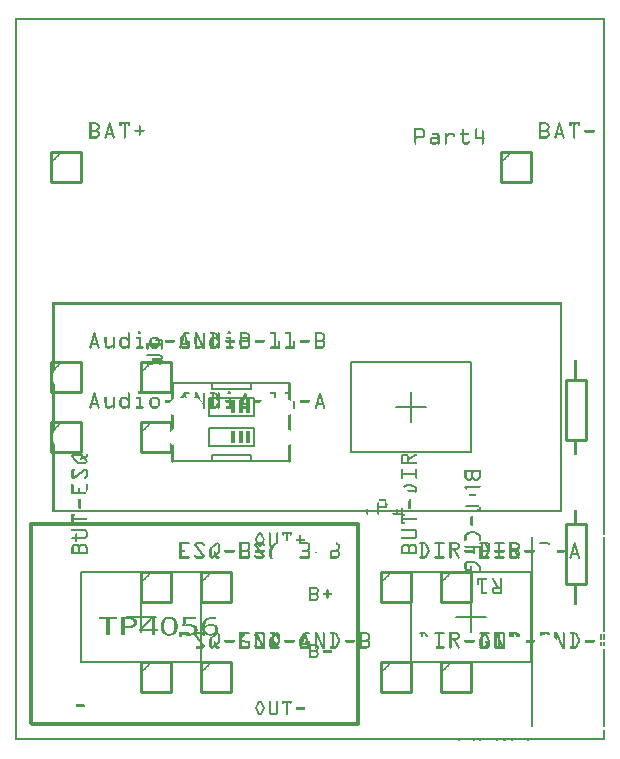
<source format=gto>
G04 MADE WITH FRITZING*
G04 WWW.FRITZING.ORG*
G04 DOUBLE SIDED*
G04 HOLES PLATED*
G04 CONTOUR ON CENTER OF CONTOUR VECTOR*
%ASAXBY*%
%FSLAX23Y23*%
%MOIN*%
%OFA0B0*%
%SFA1.0B1.0*%
%ADD10R,0.015000X0.040000*%
%ADD11C,0.010000*%
%ADD12C,0.008000*%
%ADD13C,0.011923*%
%ADD14C,0.005000*%
%ADD15R,0.001000X0.001000*%
%LNSILK1*%
G90*
G70*
G54D10*
X728Y1110D03*
X753Y1110D03*
X778Y1110D03*
X728Y1010D03*
X753Y1010D03*
X778Y1010D03*
G54D11*
X1621Y1960D02*
X1621Y1860D01*
D02*
X1621Y1860D02*
X1721Y1860D01*
D02*
X1721Y1860D02*
X1721Y1960D01*
D02*
X1721Y1960D02*
X1621Y1960D01*
D02*
X1838Y520D02*
X1838Y720D01*
D02*
X1838Y720D02*
X1904Y720D01*
D02*
X1904Y720D02*
X1904Y520D01*
D02*
X1904Y520D02*
X1838Y520D01*
D02*
X1904Y1201D02*
X1904Y1001D01*
D02*
X1904Y1001D02*
X1838Y1001D01*
D02*
X1838Y1001D02*
X1838Y1201D01*
D02*
X1838Y1201D02*
X1904Y1201D01*
G54D12*
D02*
X526Y930D02*
X656Y930D01*
D02*
X786Y930D02*
X786Y950D01*
D02*
X786Y950D02*
X656Y950D01*
D02*
X656Y950D02*
X656Y930D01*
D02*
X786Y930D02*
X916Y930D01*
D02*
X656Y930D02*
X786Y930D01*
D02*
X916Y1190D02*
X786Y1190D01*
D02*
X656Y1190D02*
X656Y1170D01*
D02*
X656Y1170D02*
X786Y1170D01*
D02*
X786Y1170D02*
X786Y1190D01*
D02*
X656Y1190D02*
X526Y1190D01*
D02*
X786Y1190D02*
X656Y1190D01*
D02*
X646Y1080D02*
X796Y1080D01*
D02*
X646Y1080D02*
X646Y1140D01*
D02*
X796Y1140D02*
X646Y1140D01*
D02*
X796Y1140D02*
X796Y1080D01*
D02*
X646Y980D02*
X796Y980D01*
D02*
X646Y980D02*
X646Y1040D01*
D02*
X796Y1040D02*
X646Y1040D01*
D02*
X796Y1040D02*
X796Y980D01*
G54D13*
D02*
X54Y715D02*
X54Y58D01*
D02*
X56Y55D02*
X1144Y55D01*
D02*
X1144Y58D02*
X1144Y715D01*
D02*
X1143Y721D02*
X54Y721D01*
G54D11*
D02*
X621Y260D02*
X621Y160D01*
D02*
X621Y160D02*
X721Y160D01*
D02*
X721Y160D02*
X721Y260D01*
D02*
X721Y260D02*
X621Y260D01*
D02*
X621Y560D02*
X621Y460D01*
D02*
X621Y460D02*
X721Y460D01*
D02*
X721Y460D02*
X721Y560D01*
D02*
X721Y560D02*
X621Y560D01*
D02*
X1221Y260D02*
X1221Y160D01*
D02*
X1221Y160D02*
X1321Y160D01*
D02*
X1321Y160D02*
X1321Y260D01*
D02*
X1321Y260D02*
X1221Y260D01*
D02*
X1221Y560D02*
X1221Y460D01*
D02*
X1221Y460D02*
X1321Y460D01*
D02*
X1321Y460D02*
X1321Y560D01*
D02*
X1321Y560D02*
X1221Y560D01*
D02*
X1421Y260D02*
X1421Y160D01*
D02*
X1421Y160D02*
X1521Y160D01*
D02*
X1521Y160D02*
X1521Y260D01*
D02*
X1521Y260D02*
X1421Y260D01*
D02*
X1421Y560D02*
X1421Y460D01*
D02*
X1421Y460D02*
X1521Y460D01*
D02*
X1521Y460D02*
X1521Y560D01*
D02*
X1521Y560D02*
X1421Y560D01*
D02*
X421Y260D02*
X421Y160D01*
D02*
X421Y160D02*
X521Y160D01*
D02*
X521Y160D02*
X521Y260D01*
D02*
X521Y260D02*
X421Y260D01*
D02*
X421Y560D02*
X421Y460D01*
D02*
X421Y460D02*
X521Y460D01*
D02*
X521Y460D02*
X521Y560D01*
D02*
X521Y560D02*
X421Y560D01*
D02*
X121Y1260D02*
X121Y1160D01*
D02*
X121Y1160D02*
X221Y1160D01*
D02*
X221Y1160D02*
X221Y1260D01*
D02*
X221Y1260D02*
X121Y1260D01*
D02*
X421Y1260D02*
X421Y1160D01*
D02*
X421Y1160D02*
X521Y1160D01*
D02*
X521Y1160D02*
X521Y1260D01*
D02*
X521Y1260D02*
X421Y1260D01*
D02*
X121Y1960D02*
X121Y1860D01*
D02*
X121Y1860D02*
X221Y1860D01*
D02*
X221Y1860D02*
X221Y1960D01*
D02*
X221Y1960D02*
X121Y1960D01*
G54D14*
D02*
X421Y460D02*
X421Y360D01*
D02*
X371Y410D02*
X471Y410D01*
D02*
X221Y560D02*
X621Y560D01*
D02*
X621Y560D02*
X621Y260D01*
D02*
X621Y260D02*
X221Y260D01*
D02*
X221Y260D02*
X221Y560D01*
D02*
X1321Y1060D02*
X1321Y1160D01*
D02*
X1371Y1110D02*
X1271Y1110D01*
D02*
X1521Y960D02*
X1121Y960D01*
D02*
X1121Y960D02*
X1121Y1260D01*
D02*
X1121Y1260D02*
X1521Y1260D01*
D02*
X1521Y1260D02*
X1521Y960D01*
D02*
X1521Y460D02*
X1521Y360D01*
D02*
X1471Y410D02*
X1571Y410D01*
D02*
X1321Y560D02*
X1721Y560D01*
D02*
X1721Y560D02*
X1721Y260D01*
D02*
X1721Y260D02*
X1321Y260D01*
D02*
X1321Y260D02*
X1321Y560D01*
G54D11*
D02*
X421Y1060D02*
X421Y960D01*
D02*
X421Y960D02*
X521Y960D01*
D02*
X521Y1060D02*
X421Y1060D01*
D02*
X121Y1060D02*
X121Y960D01*
D02*
X121Y960D02*
X221Y960D01*
D02*
X221Y960D02*
X221Y1060D01*
D02*
X221Y1060D02*
X121Y1060D01*
G54D15*
X0Y2409D02*
X1968Y2409D01*
X0Y2408D02*
X1968Y2408D01*
X0Y2407D02*
X1968Y2407D01*
X0Y2406D02*
X1968Y2406D01*
X0Y2405D02*
X1968Y2405D01*
X0Y2404D02*
X1968Y2404D01*
X0Y2403D02*
X1968Y2403D01*
X0Y2402D02*
X1968Y2402D01*
X0Y2401D02*
X7Y2401D01*
X1961Y2401D02*
X1968Y2401D01*
X0Y2400D02*
X7Y2400D01*
X1961Y2400D02*
X1968Y2400D01*
X0Y2399D02*
X7Y2399D01*
X1961Y2399D02*
X1968Y2399D01*
X0Y2398D02*
X7Y2398D01*
X1961Y2398D02*
X1968Y2398D01*
X0Y2397D02*
X7Y2397D01*
X1961Y2397D02*
X1968Y2397D01*
X0Y2396D02*
X7Y2396D01*
X1961Y2396D02*
X1968Y2396D01*
X0Y2395D02*
X7Y2395D01*
X1961Y2395D02*
X1968Y2395D01*
X0Y2394D02*
X7Y2394D01*
X1961Y2394D02*
X1968Y2394D01*
X0Y2393D02*
X7Y2393D01*
X1961Y2393D02*
X1968Y2393D01*
X0Y2392D02*
X7Y2392D01*
X1961Y2392D02*
X1968Y2392D01*
X0Y2391D02*
X7Y2391D01*
X1961Y2391D02*
X1968Y2391D01*
X0Y2390D02*
X7Y2390D01*
X1961Y2390D02*
X1968Y2390D01*
X0Y2389D02*
X7Y2389D01*
X1961Y2389D02*
X1968Y2389D01*
X0Y2388D02*
X7Y2388D01*
X1961Y2388D02*
X1968Y2388D01*
X0Y2387D02*
X7Y2387D01*
X1961Y2387D02*
X1968Y2387D01*
X0Y2386D02*
X7Y2386D01*
X1961Y2386D02*
X1968Y2386D01*
X0Y2385D02*
X7Y2385D01*
X1961Y2385D02*
X1968Y2385D01*
X0Y2384D02*
X7Y2384D01*
X1961Y2384D02*
X1968Y2384D01*
X0Y2383D02*
X7Y2383D01*
X1961Y2383D02*
X1968Y2383D01*
X0Y2382D02*
X7Y2382D01*
X1961Y2382D02*
X1968Y2382D01*
X0Y2381D02*
X7Y2381D01*
X1961Y2381D02*
X1968Y2381D01*
X0Y2380D02*
X7Y2380D01*
X1961Y2380D02*
X1968Y2380D01*
X0Y2379D02*
X7Y2379D01*
X1961Y2379D02*
X1968Y2379D01*
X0Y2378D02*
X7Y2378D01*
X1961Y2378D02*
X1968Y2378D01*
X0Y2377D02*
X7Y2377D01*
X1961Y2377D02*
X1968Y2377D01*
X0Y2376D02*
X7Y2376D01*
X1961Y2376D02*
X1968Y2376D01*
X0Y2375D02*
X7Y2375D01*
X1961Y2375D02*
X1968Y2375D01*
X0Y2374D02*
X7Y2374D01*
X1961Y2374D02*
X1968Y2374D01*
X0Y2373D02*
X7Y2373D01*
X1961Y2373D02*
X1968Y2373D01*
X0Y2372D02*
X7Y2372D01*
X1961Y2372D02*
X1968Y2372D01*
X0Y2371D02*
X7Y2371D01*
X1961Y2371D02*
X1968Y2371D01*
X0Y2370D02*
X7Y2370D01*
X1961Y2370D02*
X1968Y2370D01*
X0Y2369D02*
X7Y2369D01*
X1961Y2369D02*
X1968Y2369D01*
X0Y2368D02*
X7Y2368D01*
X1961Y2368D02*
X1968Y2368D01*
X0Y2367D02*
X7Y2367D01*
X1961Y2367D02*
X1968Y2367D01*
X0Y2366D02*
X7Y2366D01*
X1961Y2366D02*
X1968Y2366D01*
X0Y2365D02*
X7Y2365D01*
X1961Y2365D02*
X1968Y2365D01*
X0Y2364D02*
X7Y2364D01*
X1961Y2364D02*
X1968Y2364D01*
X0Y2363D02*
X7Y2363D01*
X1961Y2363D02*
X1968Y2363D01*
X0Y2362D02*
X7Y2362D01*
X1961Y2362D02*
X1968Y2362D01*
X0Y2361D02*
X7Y2361D01*
X1961Y2361D02*
X1968Y2361D01*
X0Y2360D02*
X7Y2360D01*
X1961Y2360D02*
X1968Y2360D01*
X0Y2359D02*
X7Y2359D01*
X1961Y2359D02*
X1968Y2359D01*
X0Y2358D02*
X7Y2358D01*
X1961Y2358D02*
X1968Y2358D01*
X0Y2357D02*
X7Y2357D01*
X1961Y2357D02*
X1968Y2357D01*
X0Y2356D02*
X7Y2356D01*
X1961Y2356D02*
X1968Y2356D01*
X0Y2355D02*
X7Y2355D01*
X1961Y2355D02*
X1968Y2355D01*
X0Y2354D02*
X7Y2354D01*
X1961Y2354D02*
X1968Y2354D01*
X0Y2353D02*
X7Y2353D01*
X1961Y2353D02*
X1968Y2353D01*
X0Y2352D02*
X7Y2352D01*
X1961Y2352D02*
X1968Y2352D01*
X0Y2351D02*
X7Y2351D01*
X1961Y2351D02*
X1968Y2351D01*
X0Y2350D02*
X7Y2350D01*
X1961Y2350D02*
X1968Y2350D01*
X0Y2349D02*
X7Y2349D01*
X1961Y2349D02*
X1968Y2349D01*
X0Y2348D02*
X7Y2348D01*
X1961Y2348D02*
X1968Y2348D01*
X0Y2347D02*
X7Y2347D01*
X1961Y2347D02*
X1968Y2347D01*
X0Y2346D02*
X7Y2346D01*
X1961Y2346D02*
X1968Y2346D01*
X0Y2345D02*
X7Y2345D01*
X1961Y2345D02*
X1968Y2345D01*
X0Y2344D02*
X7Y2344D01*
X1961Y2344D02*
X1968Y2344D01*
X0Y2343D02*
X7Y2343D01*
X1961Y2343D02*
X1968Y2343D01*
X0Y2342D02*
X7Y2342D01*
X1961Y2342D02*
X1968Y2342D01*
X0Y2341D02*
X7Y2341D01*
X1961Y2341D02*
X1968Y2341D01*
X0Y2340D02*
X7Y2340D01*
X1961Y2340D02*
X1968Y2340D01*
X0Y2339D02*
X7Y2339D01*
X1961Y2339D02*
X1968Y2339D01*
X0Y2338D02*
X7Y2338D01*
X1961Y2338D02*
X1968Y2338D01*
X0Y2337D02*
X7Y2337D01*
X1961Y2337D02*
X1968Y2337D01*
X0Y2336D02*
X7Y2336D01*
X1961Y2336D02*
X1968Y2336D01*
X0Y2335D02*
X7Y2335D01*
X1961Y2335D02*
X1968Y2335D01*
X0Y2334D02*
X7Y2334D01*
X1961Y2334D02*
X1968Y2334D01*
X0Y2333D02*
X7Y2333D01*
X1961Y2333D02*
X1968Y2333D01*
X0Y2332D02*
X7Y2332D01*
X1961Y2332D02*
X1968Y2332D01*
X0Y2331D02*
X7Y2331D01*
X1961Y2331D02*
X1968Y2331D01*
X0Y2330D02*
X7Y2330D01*
X1961Y2330D02*
X1968Y2330D01*
X0Y2329D02*
X7Y2329D01*
X1961Y2329D02*
X1968Y2329D01*
X0Y2328D02*
X7Y2328D01*
X1961Y2328D02*
X1968Y2328D01*
X0Y2327D02*
X7Y2327D01*
X1961Y2327D02*
X1968Y2327D01*
X0Y2326D02*
X7Y2326D01*
X1961Y2326D02*
X1968Y2326D01*
X0Y2325D02*
X7Y2325D01*
X1961Y2325D02*
X1968Y2325D01*
X0Y2324D02*
X7Y2324D01*
X1961Y2324D02*
X1968Y2324D01*
X0Y2323D02*
X7Y2323D01*
X1961Y2323D02*
X1968Y2323D01*
X0Y2322D02*
X7Y2322D01*
X1961Y2322D02*
X1968Y2322D01*
X0Y2321D02*
X7Y2321D01*
X1961Y2321D02*
X1968Y2321D01*
X0Y2320D02*
X7Y2320D01*
X1961Y2320D02*
X1968Y2320D01*
X0Y2319D02*
X7Y2319D01*
X1961Y2319D02*
X1968Y2319D01*
X0Y2318D02*
X7Y2318D01*
X1961Y2318D02*
X1968Y2318D01*
X0Y2317D02*
X7Y2317D01*
X1961Y2317D02*
X1968Y2317D01*
X0Y2316D02*
X7Y2316D01*
X1961Y2316D02*
X1968Y2316D01*
X0Y2315D02*
X7Y2315D01*
X1961Y2315D02*
X1968Y2315D01*
X0Y2314D02*
X7Y2314D01*
X1961Y2314D02*
X1968Y2314D01*
X0Y2313D02*
X7Y2313D01*
X1961Y2313D02*
X1968Y2313D01*
X0Y2312D02*
X7Y2312D01*
X1961Y2312D02*
X1968Y2312D01*
X0Y2311D02*
X7Y2311D01*
X1961Y2311D02*
X1968Y2311D01*
X0Y2310D02*
X7Y2310D01*
X1961Y2310D02*
X1968Y2310D01*
X0Y2309D02*
X7Y2309D01*
X1961Y2309D02*
X1968Y2309D01*
X0Y2308D02*
X7Y2308D01*
X1961Y2308D02*
X1968Y2308D01*
X0Y2307D02*
X7Y2307D01*
X1961Y2307D02*
X1968Y2307D01*
X0Y2306D02*
X7Y2306D01*
X1961Y2306D02*
X1968Y2306D01*
X0Y2305D02*
X7Y2305D01*
X1961Y2305D02*
X1968Y2305D01*
X0Y2304D02*
X7Y2304D01*
X1961Y2304D02*
X1968Y2304D01*
X0Y2303D02*
X7Y2303D01*
X1961Y2303D02*
X1968Y2303D01*
X0Y2302D02*
X7Y2302D01*
X1961Y2302D02*
X1968Y2302D01*
X0Y2301D02*
X7Y2301D01*
X1961Y2301D02*
X1968Y2301D01*
X0Y2300D02*
X7Y2300D01*
X1961Y2300D02*
X1968Y2300D01*
X0Y2299D02*
X7Y2299D01*
X1961Y2299D02*
X1968Y2299D01*
X0Y2298D02*
X7Y2298D01*
X1961Y2298D02*
X1968Y2298D01*
X0Y2297D02*
X7Y2297D01*
X1961Y2297D02*
X1968Y2297D01*
X0Y2296D02*
X7Y2296D01*
X1961Y2296D02*
X1968Y2296D01*
X0Y2295D02*
X7Y2295D01*
X1961Y2295D02*
X1968Y2295D01*
X0Y2294D02*
X7Y2294D01*
X1961Y2294D02*
X1968Y2294D01*
X0Y2293D02*
X7Y2293D01*
X1961Y2293D02*
X1968Y2293D01*
X0Y2292D02*
X7Y2292D01*
X1961Y2292D02*
X1968Y2292D01*
X0Y2291D02*
X7Y2291D01*
X1961Y2291D02*
X1968Y2291D01*
X0Y2290D02*
X7Y2290D01*
X1961Y2290D02*
X1968Y2290D01*
X0Y2289D02*
X7Y2289D01*
X1961Y2289D02*
X1968Y2289D01*
X0Y2288D02*
X7Y2288D01*
X1961Y2288D02*
X1968Y2288D01*
X0Y2287D02*
X7Y2287D01*
X1961Y2287D02*
X1968Y2287D01*
X0Y2286D02*
X7Y2286D01*
X1961Y2286D02*
X1968Y2286D01*
X0Y2285D02*
X7Y2285D01*
X1961Y2285D02*
X1968Y2285D01*
X0Y2284D02*
X7Y2284D01*
X1961Y2284D02*
X1968Y2284D01*
X0Y2283D02*
X7Y2283D01*
X1961Y2283D02*
X1968Y2283D01*
X0Y2282D02*
X7Y2282D01*
X1961Y2282D02*
X1968Y2282D01*
X0Y2281D02*
X7Y2281D01*
X1961Y2281D02*
X1968Y2281D01*
X0Y2280D02*
X7Y2280D01*
X1961Y2280D02*
X1968Y2280D01*
X0Y2279D02*
X7Y2279D01*
X1961Y2279D02*
X1968Y2279D01*
X0Y2278D02*
X7Y2278D01*
X1961Y2278D02*
X1968Y2278D01*
X0Y2277D02*
X7Y2277D01*
X1961Y2277D02*
X1968Y2277D01*
X0Y2276D02*
X7Y2276D01*
X1961Y2276D02*
X1968Y2276D01*
X0Y2275D02*
X7Y2275D01*
X1961Y2275D02*
X1968Y2275D01*
X0Y2274D02*
X7Y2274D01*
X1961Y2274D02*
X1968Y2274D01*
X0Y2273D02*
X7Y2273D01*
X1961Y2273D02*
X1968Y2273D01*
X0Y2272D02*
X7Y2272D01*
X1961Y2272D02*
X1968Y2272D01*
X0Y2271D02*
X7Y2271D01*
X1961Y2271D02*
X1968Y2271D01*
X0Y2270D02*
X7Y2270D01*
X1961Y2270D02*
X1968Y2270D01*
X0Y2269D02*
X7Y2269D01*
X1961Y2269D02*
X1968Y2269D01*
X0Y2268D02*
X7Y2268D01*
X1961Y2268D02*
X1968Y2268D01*
X0Y2267D02*
X7Y2267D01*
X1961Y2267D02*
X1968Y2267D01*
X0Y2266D02*
X7Y2266D01*
X1961Y2266D02*
X1968Y2266D01*
X0Y2265D02*
X7Y2265D01*
X1961Y2265D02*
X1968Y2265D01*
X0Y2264D02*
X7Y2264D01*
X1961Y2264D02*
X1968Y2264D01*
X0Y2263D02*
X7Y2263D01*
X1961Y2263D02*
X1968Y2263D01*
X0Y2262D02*
X7Y2262D01*
X1961Y2262D02*
X1968Y2262D01*
X0Y2261D02*
X7Y2261D01*
X1961Y2261D02*
X1968Y2261D01*
X0Y2260D02*
X7Y2260D01*
X1961Y2260D02*
X1968Y2260D01*
X0Y2259D02*
X7Y2259D01*
X1961Y2259D02*
X1968Y2259D01*
X0Y2258D02*
X7Y2258D01*
X1961Y2258D02*
X1968Y2258D01*
X0Y2257D02*
X7Y2257D01*
X1961Y2257D02*
X1968Y2257D01*
X0Y2256D02*
X7Y2256D01*
X1961Y2256D02*
X1968Y2256D01*
X0Y2255D02*
X7Y2255D01*
X1961Y2255D02*
X1968Y2255D01*
X0Y2254D02*
X7Y2254D01*
X1961Y2254D02*
X1968Y2254D01*
X0Y2253D02*
X7Y2253D01*
X1961Y2253D02*
X1968Y2253D01*
X0Y2252D02*
X7Y2252D01*
X1961Y2252D02*
X1968Y2252D01*
X0Y2251D02*
X7Y2251D01*
X1961Y2251D02*
X1968Y2251D01*
X0Y2250D02*
X7Y2250D01*
X1961Y2250D02*
X1968Y2250D01*
X0Y2249D02*
X7Y2249D01*
X1961Y2249D02*
X1968Y2249D01*
X0Y2248D02*
X7Y2248D01*
X1961Y2248D02*
X1968Y2248D01*
X0Y2247D02*
X7Y2247D01*
X1961Y2247D02*
X1968Y2247D01*
X0Y2246D02*
X7Y2246D01*
X1961Y2246D02*
X1968Y2246D01*
X0Y2245D02*
X7Y2245D01*
X1961Y2245D02*
X1968Y2245D01*
X0Y2244D02*
X7Y2244D01*
X1961Y2244D02*
X1968Y2244D01*
X0Y2243D02*
X7Y2243D01*
X1961Y2243D02*
X1968Y2243D01*
X0Y2242D02*
X7Y2242D01*
X1961Y2242D02*
X1968Y2242D01*
X0Y2241D02*
X7Y2241D01*
X1961Y2241D02*
X1968Y2241D01*
X0Y2240D02*
X7Y2240D01*
X1961Y2240D02*
X1968Y2240D01*
X0Y2239D02*
X7Y2239D01*
X1961Y2239D02*
X1968Y2239D01*
X0Y2238D02*
X7Y2238D01*
X1961Y2238D02*
X1968Y2238D01*
X0Y2237D02*
X7Y2237D01*
X1961Y2237D02*
X1968Y2237D01*
X0Y2236D02*
X7Y2236D01*
X1961Y2236D02*
X1968Y2236D01*
X0Y2235D02*
X7Y2235D01*
X1961Y2235D02*
X1968Y2235D01*
X0Y2234D02*
X7Y2234D01*
X1961Y2234D02*
X1968Y2234D01*
X0Y2233D02*
X7Y2233D01*
X1961Y2233D02*
X1968Y2233D01*
X0Y2232D02*
X7Y2232D01*
X1961Y2232D02*
X1968Y2232D01*
X0Y2231D02*
X7Y2231D01*
X1961Y2231D02*
X1968Y2231D01*
X0Y2230D02*
X7Y2230D01*
X1961Y2230D02*
X1968Y2230D01*
X0Y2229D02*
X7Y2229D01*
X1961Y2229D02*
X1968Y2229D01*
X0Y2228D02*
X7Y2228D01*
X1961Y2228D02*
X1968Y2228D01*
X0Y2227D02*
X7Y2227D01*
X1961Y2227D02*
X1968Y2227D01*
X0Y2226D02*
X7Y2226D01*
X1961Y2226D02*
X1968Y2226D01*
X0Y2225D02*
X7Y2225D01*
X1961Y2225D02*
X1968Y2225D01*
X0Y2224D02*
X7Y2224D01*
X1961Y2224D02*
X1968Y2224D01*
X0Y2223D02*
X7Y2223D01*
X1961Y2223D02*
X1968Y2223D01*
X0Y2222D02*
X7Y2222D01*
X1961Y2222D02*
X1968Y2222D01*
X0Y2221D02*
X7Y2221D01*
X1961Y2221D02*
X1968Y2221D01*
X0Y2220D02*
X7Y2220D01*
X1961Y2220D02*
X1968Y2220D01*
X0Y2219D02*
X7Y2219D01*
X1961Y2219D02*
X1968Y2219D01*
X0Y2218D02*
X7Y2218D01*
X1961Y2218D02*
X1968Y2218D01*
X0Y2217D02*
X7Y2217D01*
X1961Y2217D02*
X1968Y2217D01*
X0Y2216D02*
X7Y2216D01*
X1961Y2216D02*
X1968Y2216D01*
X0Y2215D02*
X7Y2215D01*
X1961Y2215D02*
X1968Y2215D01*
X0Y2214D02*
X7Y2214D01*
X1961Y2214D02*
X1968Y2214D01*
X0Y2213D02*
X7Y2213D01*
X1961Y2213D02*
X1968Y2213D01*
X0Y2212D02*
X7Y2212D01*
X1961Y2212D02*
X1968Y2212D01*
X0Y2211D02*
X7Y2211D01*
X1961Y2211D02*
X1968Y2211D01*
X0Y2210D02*
X7Y2210D01*
X1961Y2210D02*
X1968Y2210D01*
X0Y2209D02*
X7Y2209D01*
X1961Y2209D02*
X1968Y2209D01*
X0Y2208D02*
X7Y2208D01*
X1961Y2208D02*
X1968Y2208D01*
X0Y2207D02*
X7Y2207D01*
X1961Y2207D02*
X1968Y2207D01*
X0Y2206D02*
X7Y2206D01*
X1961Y2206D02*
X1968Y2206D01*
X0Y2205D02*
X7Y2205D01*
X1961Y2205D02*
X1968Y2205D01*
X0Y2204D02*
X7Y2204D01*
X1961Y2204D02*
X1968Y2204D01*
X0Y2203D02*
X7Y2203D01*
X1961Y2203D02*
X1968Y2203D01*
X0Y2202D02*
X7Y2202D01*
X1961Y2202D02*
X1968Y2202D01*
X0Y2201D02*
X7Y2201D01*
X1961Y2201D02*
X1968Y2201D01*
X0Y2200D02*
X7Y2200D01*
X1961Y2200D02*
X1968Y2200D01*
X0Y2199D02*
X7Y2199D01*
X1961Y2199D02*
X1968Y2199D01*
X0Y2198D02*
X7Y2198D01*
X1961Y2198D02*
X1968Y2198D01*
X0Y2197D02*
X7Y2197D01*
X1961Y2197D02*
X1968Y2197D01*
X0Y2196D02*
X7Y2196D01*
X1961Y2196D02*
X1968Y2196D01*
X0Y2195D02*
X7Y2195D01*
X1961Y2195D02*
X1968Y2195D01*
X0Y2194D02*
X7Y2194D01*
X1961Y2194D02*
X1968Y2194D01*
X0Y2193D02*
X7Y2193D01*
X1961Y2193D02*
X1968Y2193D01*
X0Y2192D02*
X7Y2192D01*
X1961Y2192D02*
X1968Y2192D01*
X0Y2191D02*
X7Y2191D01*
X1961Y2191D02*
X1968Y2191D01*
X0Y2190D02*
X7Y2190D01*
X1961Y2190D02*
X1968Y2190D01*
X0Y2189D02*
X7Y2189D01*
X1961Y2189D02*
X1968Y2189D01*
X0Y2188D02*
X7Y2188D01*
X1961Y2188D02*
X1968Y2188D01*
X0Y2187D02*
X7Y2187D01*
X1961Y2187D02*
X1968Y2187D01*
X0Y2186D02*
X7Y2186D01*
X1961Y2186D02*
X1968Y2186D01*
X0Y2185D02*
X7Y2185D01*
X1961Y2185D02*
X1968Y2185D01*
X0Y2184D02*
X7Y2184D01*
X1961Y2184D02*
X1968Y2184D01*
X0Y2183D02*
X7Y2183D01*
X1961Y2183D02*
X1968Y2183D01*
X0Y2182D02*
X7Y2182D01*
X1961Y2182D02*
X1968Y2182D01*
X0Y2181D02*
X7Y2181D01*
X1961Y2181D02*
X1968Y2181D01*
X0Y2180D02*
X7Y2180D01*
X1961Y2180D02*
X1968Y2180D01*
X0Y2179D02*
X7Y2179D01*
X1961Y2179D02*
X1968Y2179D01*
X0Y2178D02*
X7Y2178D01*
X1961Y2178D02*
X1968Y2178D01*
X0Y2177D02*
X7Y2177D01*
X1961Y2177D02*
X1968Y2177D01*
X0Y2176D02*
X7Y2176D01*
X1961Y2176D02*
X1968Y2176D01*
X0Y2175D02*
X7Y2175D01*
X1961Y2175D02*
X1968Y2175D01*
X0Y2174D02*
X7Y2174D01*
X1961Y2174D02*
X1968Y2174D01*
X0Y2173D02*
X7Y2173D01*
X1961Y2173D02*
X1968Y2173D01*
X0Y2172D02*
X7Y2172D01*
X1961Y2172D02*
X1968Y2172D01*
X0Y2171D02*
X7Y2171D01*
X1961Y2171D02*
X1968Y2171D01*
X0Y2170D02*
X7Y2170D01*
X1961Y2170D02*
X1968Y2170D01*
X0Y2169D02*
X7Y2169D01*
X1961Y2169D02*
X1968Y2169D01*
X0Y2168D02*
X7Y2168D01*
X1961Y2168D02*
X1968Y2168D01*
X0Y2167D02*
X7Y2167D01*
X1961Y2167D02*
X1968Y2167D01*
X0Y2166D02*
X7Y2166D01*
X1961Y2166D02*
X1968Y2166D01*
X0Y2165D02*
X7Y2165D01*
X1961Y2165D02*
X1968Y2165D01*
X0Y2164D02*
X7Y2164D01*
X1961Y2164D02*
X1968Y2164D01*
X0Y2163D02*
X7Y2163D01*
X1961Y2163D02*
X1968Y2163D01*
X0Y2162D02*
X7Y2162D01*
X1961Y2162D02*
X1968Y2162D01*
X0Y2161D02*
X7Y2161D01*
X1961Y2161D02*
X1968Y2161D01*
X0Y2160D02*
X7Y2160D01*
X1961Y2160D02*
X1968Y2160D01*
X0Y2159D02*
X7Y2159D01*
X1961Y2159D02*
X1968Y2159D01*
X0Y2158D02*
X7Y2158D01*
X1961Y2158D02*
X1968Y2158D01*
X0Y2157D02*
X7Y2157D01*
X1961Y2157D02*
X1968Y2157D01*
X0Y2156D02*
X7Y2156D01*
X1961Y2156D02*
X1968Y2156D01*
X0Y2155D02*
X7Y2155D01*
X1961Y2155D02*
X1968Y2155D01*
X0Y2154D02*
X7Y2154D01*
X1961Y2154D02*
X1968Y2154D01*
X0Y2153D02*
X7Y2153D01*
X1961Y2153D02*
X1968Y2153D01*
X0Y2152D02*
X7Y2152D01*
X1961Y2152D02*
X1968Y2152D01*
X0Y2151D02*
X7Y2151D01*
X1961Y2151D02*
X1968Y2151D01*
X0Y2150D02*
X7Y2150D01*
X1961Y2150D02*
X1968Y2150D01*
X0Y2149D02*
X7Y2149D01*
X1961Y2149D02*
X1968Y2149D01*
X0Y2148D02*
X7Y2148D01*
X1961Y2148D02*
X1968Y2148D01*
X0Y2147D02*
X7Y2147D01*
X1961Y2147D02*
X1968Y2147D01*
X0Y2146D02*
X7Y2146D01*
X1961Y2146D02*
X1968Y2146D01*
X0Y2145D02*
X7Y2145D01*
X1961Y2145D02*
X1968Y2145D01*
X0Y2144D02*
X7Y2144D01*
X1961Y2144D02*
X1968Y2144D01*
X0Y2143D02*
X7Y2143D01*
X1961Y2143D02*
X1968Y2143D01*
X0Y2142D02*
X7Y2142D01*
X1961Y2142D02*
X1968Y2142D01*
X0Y2141D02*
X7Y2141D01*
X1961Y2141D02*
X1968Y2141D01*
X0Y2140D02*
X7Y2140D01*
X1961Y2140D02*
X1968Y2140D01*
X0Y2139D02*
X7Y2139D01*
X1961Y2139D02*
X1968Y2139D01*
X0Y2138D02*
X7Y2138D01*
X1961Y2138D02*
X1968Y2138D01*
X0Y2137D02*
X7Y2137D01*
X1961Y2137D02*
X1968Y2137D01*
X0Y2136D02*
X7Y2136D01*
X1961Y2136D02*
X1968Y2136D01*
X0Y2135D02*
X7Y2135D01*
X1961Y2135D02*
X1968Y2135D01*
X0Y2134D02*
X7Y2134D01*
X1961Y2134D02*
X1968Y2134D01*
X0Y2133D02*
X7Y2133D01*
X1961Y2133D02*
X1968Y2133D01*
X0Y2132D02*
X7Y2132D01*
X1961Y2132D02*
X1968Y2132D01*
X0Y2131D02*
X7Y2131D01*
X1961Y2131D02*
X1968Y2131D01*
X0Y2130D02*
X7Y2130D01*
X1961Y2130D02*
X1968Y2130D01*
X0Y2129D02*
X7Y2129D01*
X1961Y2129D02*
X1968Y2129D01*
X0Y2128D02*
X7Y2128D01*
X1961Y2128D02*
X1968Y2128D01*
X0Y2127D02*
X7Y2127D01*
X1961Y2127D02*
X1968Y2127D01*
X0Y2126D02*
X7Y2126D01*
X1961Y2126D02*
X1968Y2126D01*
X0Y2125D02*
X7Y2125D01*
X1961Y2125D02*
X1968Y2125D01*
X0Y2124D02*
X7Y2124D01*
X1961Y2124D02*
X1968Y2124D01*
X0Y2123D02*
X7Y2123D01*
X1961Y2123D02*
X1968Y2123D01*
X0Y2122D02*
X7Y2122D01*
X1961Y2122D02*
X1968Y2122D01*
X0Y2121D02*
X7Y2121D01*
X1961Y2121D02*
X1968Y2121D01*
X0Y2120D02*
X7Y2120D01*
X1961Y2120D02*
X1968Y2120D01*
X0Y2119D02*
X7Y2119D01*
X1961Y2119D02*
X1968Y2119D01*
X0Y2118D02*
X7Y2118D01*
X1961Y2118D02*
X1968Y2118D01*
X0Y2117D02*
X7Y2117D01*
X1961Y2117D02*
X1968Y2117D01*
X0Y2116D02*
X7Y2116D01*
X1961Y2116D02*
X1968Y2116D01*
X0Y2115D02*
X7Y2115D01*
X1961Y2115D02*
X1968Y2115D01*
X0Y2114D02*
X7Y2114D01*
X1961Y2114D02*
X1968Y2114D01*
X0Y2113D02*
X7Y2113D01*
X1961Y2113D02*
X1968Y2113D01*
X0Y2112D02*
X7Y2112D01*
X1961Y2112D02*
X1968Y2112D01*
X0Y2111D02*
X7Y2111D01*
X1961Y2111D02*
X1968Y2111D01*
X0Y2110D02*
X7Y2110D01*
X1961Y2110D02*
X1968Y2110D01*
X0Y2109D02*
X7Y2109D01*
X1961Y2109D02*
X1968Y2109D01*
X0Y2108D02*
X7Y2108D01*
X1961Y2108D02*
X1968Y2108D01*
X0Y2107D02*
X7Y2107D01*
X1961Y2107D02*
X1968Y2107D01*
X0Y2106D02*
X7Y2106D01*
X1961Y2106D02*
X1968Y2106D01*
X0Y2105D02*
X7Y2105D01*
X1961Y2105D02*
X1968Y2105D01*
X0Y2104D02*
X7Y2104D01*
X1961Y2104D02*
X1968Y2104D01*
X0Y2103D02*
X7Y2103D01*
X1961Y2103D02*
X1968Y2103D01*
X0Y2102D02*
X7Y2102D01*
X1961Y2102D02*
X1968Y2102D01*
X0Y2101D02*
X7Y2101D01*
X1961Y2101D02*
X1968Y2101D01*
X0Y2100D02*
X7Y2100D01*
X1961Y2100D02*
X1968Y2100D01*
X0Y2099D02*
X7Y2099D01*
X1961Y2099D02*
X1968Y2099D01*
X0Y2098D02*
X7Y2098D01*
X1961Y2098D02*
X1968Y2098D01*
X0Y2097D02*
X7Y2097D01*
X1961Y2097D02*
X1968Y2097D01*
X0Y2096D02*
X7Y2096D01*
X1961Y2096D02*
X1968Y2096D01*
X0Y2095D02*
X7Y2095D01*
X1961Y2095D02*
X1968Y2095D01*
X0Y2094D02*
X7Y2094D01*
X1961Y2094D02*
X1968Y2094D01*
X0Y2093D02*
X7Y2093D01*
X1961Y2093D02*
X1968Y2093D01*
X0Y2092D02*
X7Y2092D01*
X1961Y2092D02*
X1968Y2092D01*
X0Y2091D02*
X7Y2091D01*
X1961Y2091D02*
X1968Y2091D01*
X0Y2090D02*
X7Y2090D01*
X1961Y2090D02*
X1968Y2090D01*
X0Y2089D02*
X7Y2089D01*
X1961Y2089D02*
X1968Y2089D01*
X0Y2088D02*
X7Y2088D01*
X1961Y2088D02*
X1968Y2088D01*
X0Y2087D02*
X7Y2087D01*
X1961Y2087D02*
X1968Y2087D01*
X0Y2086D02*
X7Y2086D01*
X1961Y2086D02*
X1968Y2086D01*
X0Y2085D02*
X7Y2085D01*
X1961Y2085D02*
X1968Y2085D01*
X0Y2084D02*
X7Y2084D01*
X1961Y2084D02*
X1968Y2084D01*
X0Y2083D02*
X7Y2083D01*
X1961Y2083D02*
X1968Y2083D01*
X0Y2082D02*
X7Y2082D01*
X1961Y2082D02*
X1968Y2082D01*
X0Y2081D02*
X7Y2081D01*
X1961Y2081D02*
X1968Y2081D01*
X0Y2080D02*
X7Y2080D01*
X1961Y2080D02*
X1968Y2080D01*
X0Y2079D02*
X7Y2079D01*
X1961Y2079D02*
X1968Y2079D01*
X0Y2078D02*
X7Y2078D01*
X1961Y2078D02*
X1968Y2078D01*
X0Y2077D02*
X7Y2077D01*
X1961Y2077D02*
X1968Y2077D01*
X0Y2076D02*
X7Y2076D01*
X1961Y2076D02*
X1968Y2076D01*
X0Y2075D02*
X7Y2075D01*
X1961Y2075D02*
X1968Y2075D01*
X0Y2074D02*
X7Y2074D01*
X1961Y2074D02*
X1968Y2074D01*
X0Y2073D02*
X7Y2073D01*
X1961Y2073D02*
X1968Y2073D01*
X0Y2072D02*
X7Y2072D01*
X1961Y2072D02*
X1968Y2072D01*
X0Y2071D02*
X7Y2071D01*
X1961Y2071D02*
X1968Y2071D01*
X0Y2070D02*
X7Y2070D01*
X1961Y2070D02*
X1968Y2070D01*
X0Y2069D02*
X7Y2069D01*
X1961Y2069D02*
X1968Y2069D01*
X0Y2068D02*
X7Y2068D01*
X1961Y2068D02*
X1968Y2068D01*
X0Y2067D02*
X7Y2067D01*
X1961Y2067D02*
X1968Y2067D01*
X0Y2066D02*
X7Y2066D01*
X1961Y2066D02*
X1968Y2066D01*
X0Y2065D02*
X7Y2065D01*
X1961Y2065D02*
X1968Y2065D01*
X0Y2064D02*
X7Y2064D01*
X1961Y2064D02*
X1968Y2064D01*
X0Y2063D02*
X7Y2063D01*
X1961Y2063D02*
X1968Y2063D01*
X0Y2062D02*
X7Y2062D01*
X1961Y2062D02*
X1968Y2062D01*
X0Y2061D02*
X7Y2061D01*
X1961Y2061D02*
X1968Y2061D01*
X0Y2060D02*
X7Y2060D01*
X249Y2060D02*
X270Y2060D01*
X315Y2060D02*
X316Y2060D01*
X349Y2060D02*
X382Y2060D01*
X1749Y2060D02*
X1770Y2060D01*
X1815Y2060D02*
X1816Y2060D01*
X1849Y2060D02*
X1882Y2060D01*
X1961Y2060D02*
X1968Y2060D01*
X0Y2059D02*
X7Y2059D01*
X249Y2059D02*
X274Y2059D01*
X314Y2059D02*
X318Y2059D01*
X349Y2059D02*
X383Y2059D01*
X1748Y2059D02*
X1773Y2059D01*
X1813Y2059D02*
X1817Y2059D01*
X1849Y2059D02*
X1882Y2059D01*
X1961Y2059D02*
X1968Y2059D01*
X0Y2058D02*
X7Y2058D01*
X249Y2058D02*
X276Y2058D01*
X313Y2058D02*
X318Y2058D01*
X349Y2058D02*
X383Y2058D01*
X1748Y2058D02*
X1775Y2058D01*
X1813Y2058D02*
X1818Y2058D01*
X1849Y2058D02*
X1882Y2058D01*
X1961Y2058D02*
X1968Y2058D01*
X0Y2057D02*
X7Y2057D01*
X249Y2057D02*
X277Y2057D01*
X313Y2057D02*
X319Y2057D01*
X349Y2057D02*
X383Y2057D01*
X1748Y2057D02*
X1777Y2057D01*
X1812Y2057D02*
X1818Y2057D01*
X1849Y2057D02*
X1882Y2057D01*
X1961Y2057D02*
X1968Y2057D01*
X0Y2056D02*
X7Y2056D01*
X249Y2056D02*
X278Y2056D01*
X312Y2056D02*
X319Y2056D01*
X349Y2056D02*
X383Y2056D01*
X1748Y2056D02*
X1778Y2056D01*
X1812Y2056D02*
X1819Y2056D01*
X1849Y2056D02*
X1882Y2056D01*
X1961Y2056D02*
X1968Y2056D01*
X0Y2055D02*
X7Y2055D01*
X249Y2055D02*
X279Y2055D01*
X312Y2055D02*
X319Y2055D01*
X349Y2055D02*
X383Y2055D01*
X1748Y2055D02*
X1779Y2055D01*
X1812Y2055D02*
X1819Y2055D01*
X1849Y2055D02*
X1882Y2055D01*
X1961Y2055D02*
X1968Y2055D01*
X0Y2054D02*
X7Y2054D01*
X249Y2054D02*
X280Y2054D01*
X312Y2054D02*
X320Y2054D01*
X349Y2054D02*
X383Y2054D01*
X1748Y2054D02*
X1779Y2054D01*
X1811Y2054D02*
X1819Y2054D01*
X1849Y2054D02*
X1882Y2054D01*
X1961Y2054D02*
X1968Y2054D01*
X0Y2053D02*
X7Y2053D01*
X249Y2053D02*
X255Y2053D01*
X271Y2053D02*
X280Y2053D01*
X311Y2053D02*
X320Y2053D01*
X349Y2053D02*
X355Y2053D01*
X363Y2053D02*
X369Y2053D01*
X376Y2053D02*
X383Y2053D01*
X1748Y2053D02*
X1755Y2053D01*
X1770Y2053D02*
X1780Y2053D01*
X1811Y2053D02*
X1819Y2053D01*
X1849Y2053D02*
X1855Y2053D01*
X1862Y2053D02*
X1869Y2053D01*
X1876Y2053D02*
X1882Y2053D01*
X1961Y2053D02*
X1968Y2053D01*
X0Y2052D02*
X7Y2052D01*
X249Y2052D02*
X255Y2052D01*
X273Y2052D02*
X281Y2052D01*
X311Y2052D02*
X320Y2052D01*
X349Y2052D02*
X355Y2052D01*
X363Y2052D02*
X369Y2052D01*
X377Y2052D02*
X383Y2052D01*
X1748Y2052D02*
X1754Y2052D01*
X1773Y2052D02*
X1781Y2052D01*
X1811Y2052D02*
X1820Y2052D01*
X1849Y2052D02*
X1855Y2052D01*
X1862Y2052D02*
X1868Y2052D01*
X1876Y2052D02*
X1882Y2052D01*
X1961Y2052D02*
X1968Y2052D01*
X0Y2051D02*
X7Y2051D01*
X249Y2051D02*
X255Y2051D01*
X274Y2051D02*
X281Y2051D01*
X311Y2051D02*
X320Y2051D01*
X349Y2051D02*
X355Y2051D01*
X363Y2051D02*
X369Y2051D01*
X377Y2051D02*
X383Y2051D01*
X1748Y2051D02*
X1754Y2051D01*
X1774Y2051D02*
X1781Y2051D01*
X1810Y2051D02*
X1820Y2051D01*
X1849Y2051D02*
X1855Y2051D01*
X1862Y2051D02*
X1868Y2051D01*
X1876Y2051D02*
X1882Y2051D01*
X1961Y2051D02*
X1968Y2051D01*
X0Y2050D02*
X7Y2050D01*
X249Y2050D02*
X255Y2050D01*
X275Y2050D02*
X282Y2050D01*
X311Y2050D02*
X321Y2050D01*
X349Y2050D02*
X355Y2050D01*
X363Y2050D02*
X369Y2050D01*
X377Y2050D02*
X383Y2050D01*
X415Y2050D02*
X417Y2050D01*
X1748Y2050D02*
X1754Y2050D01*
X1775Y2050D02*
X1781Y2050D01*
X1810Y2050D02*
X1820Y2050D01*
X1849Y2050D02*
X1855Y2050D01*
X1862Y2050D02*
X1868Y2050D01*
X1876Y2050D02*
X1882Y2050D01*
X1961Y2050D02*
X1968Y2050D01*
X0Y2049D02*
X7Y2049D01*
X249Y2049D02*
X255Y2049D01*
X276Y2049D02*
X282Y2049D01*
X310Y2049D02*
X321Y2049D01*
X350Y2049D02*
X355Y2049D01*
X363Y2049D02*
X369Y2049D01*
X377Y2049D02*
X382Y2049D01*
X414Y2049D02*
X418Y2049D01*
X1748Y2049D02*
X1754Y2049D01*
X1775Y2049D02*
X1782Y2049D01*
X1810Y2049D02*
X1821Y2049D01*
X1849Y2049D02*
X1854Y2049D01*
X1862Y2049D02*
X1868Y2049D01*
X1877Y2049D02*
X1882Y2049D01*
X1961Y2049D02*
X1968Y2049D01*
X0Y2048D02*
X7Y2048D01*
X249Y2048D02*
X255Y2048D01*
X276Y2048D02*
X282Y2048D01*
X310Y2048D02*
X321Y2048D01*
X351Y2048D02*
X354Y2048D01*
X363Y2048D02*
X369Y2048D01*
X378Y2048D02*
X381Y2048D01*
X413Y2048D02*
X419Y2048D01*
X1748Y2048D02*
X1754Y2048D01*
X1776Y2048D02*
X1782Y2048D01*
X1810Y2048D02*
X1821Y2048D01*
X1850Y2048D02*
X1853Y2048D01*
X1862Y2048D02*
X1868Y2048D01*
X1878Y2048D02*
X1881Y2048D01*
X1961Y2048D02*
X1968Y2048D01*
X0Y2047D02*
X7Y2047D01*
X249Y2047D02*
X255Y2047D01*
X276Y2047D02*
X282Y2047D01*
X310Y2047D02*
X322Y2047D01*
X363Y2047D02*
X369Y2047D01*
X413Y2047D02*
X419Y2047D01*
X1748Y2047D02*
X1754Y2047D01*
X1776Y2047D02*
X1782Y2047D01*
X1809Y2047D02*
X1821Y2047D01*
X1862Y2047D02*
X1868Y2047D01*
X1961Y2047D02*
X1968Y2047D01*
X0Y2046D02*
X7Y2046D01*
X249Y2046D02*
X255Y2046D01*
X276Y2046D02*
X282Y2046D01*
X309Y2046D02*
X322Y2046D01*
X363Y2046D02*
X369Y2046D01*
X413Y2046D02*
X419Y2046D01*
X1748Y2046D02*
X1754Y2046D01*
X1776Y2046D02*
X1782Y2046D01*
X1809Y2046D02*
X1822Y2046D01*
X1862Y2046D02*
X1868Y2046D01*
X1961Y2046D02*
X1968Y2046D01*
X0Y2045D02*
X7Y2045D01*
X249Y2045D02*
X255Y2045D01*
X276Y2045D02*
X282Y2045D01*
X309Y2045D02*
X322Y2045D01*
X363Y2045D02*
X369Y2045D01*
X413Y2045D02*
X419Y2045D01*
X1748Y2045D02*
X1754Y2045D01*
X1776Y2045D02*
X1782Y2045D01*
X1809Y2045D02*
X1822Y2045D01*
X1862Y2045D02*
X1868Y2045D01*
X1961Y2045D02*
X1968Y2045D01*
X0Y2044D02*
X7Y2044D01*
X249Y2044D02*
X255Y2044D01*
X276Y2044D02*
X282Y2044D01*
X309Y2044D02*
X323Y2044D01*
X363Y2044D02*
X369Y2044D01*
X413Y2044D02*
X419Y2044D01*
X1748Y2044D02*
X1754Y2044D01*
X1776Y2044D02*
X1782Y2044D01*
X1808Y2044D02*
X1822Y2044D01*
X1862Y2044D02*
X1868Y2044D01*
X1961Y2044D02*
X1968Y2044D01*
X0Y2043D02*
X7Y2043D01*
X249Y2043D02*
X255Y2043D01*
X276Y2043D02*
X282Y2043D01*
X308Y2043D02*
X323Y2043D01*
X363Y2043D02*
X369Y2043D01*
X413Y2043D02*
X419Y2043D01*
X1748Y2043D02*
X1754Y2043D01*
X1776Y2043D02*
X1782Y2043D01*
X1808Y2043D02*
X1814Y2043D01*
X1816Y2043D02*
X1822Y2043D01*
X1862Y2043D02*
X1868Y2043D01*
X1961Y2043D02*
X1968Y2043D01*
X0Y2042D02*
X7Y2042D01*
X249Y2042D02*
X255Y2042D01*
X276Y2042D02*
X282Y2042D01*
X308Y2042D02*
X314Y2042D01*
X317Y2042D02*
X323Y2042D01*
X363Y2042D02*
X369Y2042D01*
X413Y2042D02*
X419Y2042D01*
X1748Y2042D02*
X1754Y2042D01*
X1776Y2042D02*
X1782Y2042D01*
X1808Y2042D02*
X1814Y2042D01*
X1816Y2042D02*
X1823Y2042D01*
X1862Y2042D02*
X1868Y2042D01*
X1961Y2042D02*
X1968Y2042D01*
X0Y2041D02*
X7Y2041D01*
X249Y2041D02*
X255Y2041D01*
X276Y2041D02*
X282Y2041D01*
X308Y2041D02*
X314Y2041D01*
X317Y2041D02*
X323Y2041D01*
X363Y2041D02*
X369Y2041D01*
X413Y2041D02*
X419Y2041D01*
X1748Y2041D02*
X1754Y2041D01*
X1775Y2041D02*
X1782Y2041D01*
X1807Y2041D02*
X1814Y2041D01*
X1817Y2041D02*
X1823Y2041D01*
X1862Y2041D02*
X1868Y2041D01*
X1961Y2041D02*
X1968Y2041D01*
X0Y2040D02*
X7Y2040D01*
X249Y2040D02*
X255Y2040D01*
X275Y2040D02*
X282Y2040D01*
X308Y2040D02*
X314Y2040D01*
X317Y2040D02*
X324Y2040D01*
X363Y2040D02*
X369Y2040D01*
X413Y2040D02*
X419Y2040D01*
X1332Y2040D02*
X1359Y2040D01*
X1536Y2040D02*
X1540Y2040D01*
X1748Y2040D02*
X1754Y2040D01*
X1775Y2040D02*
X1781Y2040D01*
X1807Y2040D02*
X1814Y2040D01*
X1817Y2040D02*
X1823Y2040D01*
X1862Y2040D02*
X1868Y2040D01*
X1961Y2040D02*
X1968Y2040D01*
X0Y2039D02*
X7Y2039D01*
X249Y2039D02*
X255Y2039D01*
X274Y2039D02*
X281Y2039D01*
X307Y2039D02*
X314Y2039D01*
X318Y2039D02*
X324Y2039D01*
X363Y2039D02*
X369Y2039D01*
X413Y2039D02*
X419Y2039D01*
X1332Y2039D02*
X1361Y2039D01*
X1535Y2039D02*
X1540Y2039D01*
X1748Y2039D02*
X1754Y2039D01*
X1774Y2039D02*
X1781Y2039D01*
X1807Y2039D02*
X1813Y2039D01*
X1817Y2039D02*
X1824Y2039D01*
X1862Y2039D02*
X1868Y2039D01*
X1961Y2039D02*
X1968Y2039D01*
X0Y2038D02*
X7Y2038D01*
X249Y2038D02*
X255Y2038D01*
X273Y2038D02*
X281Y2038D01*
X307Y2038D02*
X313Y2038D01*
X318Y2038D02*
X324Y2038D01*
X363Y2038D02*
X369Y2038D01*
X413Y2038D02*
X419Y2038D01*
X1332Y2038D02*
X1363Y2038D01*
X1535Y2038D02*
X1541Y2038D01*
X1748Y2038D02*
X1754Y2038D01*
X1773Y2038D02*
X1781Y2038D01*
X1807Y2038D02*
X1813Y2038D01*
X1818Y2038D02*
X1824Y2038D01*
X1862Y2038D02*
X1868Y2038D01*
X1961Y2038D02*
X1968Y2038D01*
X0Y2037D02*
X7Y2037D01*
X249Y2037D02*
X255Y2037D01*
X271Y2037D02*
X281Y2037D01*
X307Y2037D02*
X313Y2037D01*
X318Y2037D02*
X325Y2037D01*
X363Y2037D02*
X369Y2037D01*
X413Y2037D02*
X419Y2037D01*
X1332Y2037D02*
X1364Y2037D01*
X1491Y2037D02*
X1495Y2037D01*
X1535Y2037D02*
X1541Y2037D01*
X1748Y2037D02*
X1754Y2037D01*
X1771Y2037D02*
X1780Y2037D01*
X1806Y2037D02*
X1813Y2037D01*
X1818Y2037D02*
X1824Y2037D01*
X1862Y2037D02*
X1868Y2037D01*
X1961Y2037D02*
X1968Y2037D01*
X0Y2036D02*
X7Y2036D01*
X249Y2036D02*
X280Y2036D01*
X306Y2036D02*
X313Y2036D01*
X319Y2036D02*
X325Y2036D01*
X363Y2036D02*
X369Y2036D01*
X401Y2036D02*
X431Y2036D01*
X1332Y2036D02*
X1364Y2036D01*
X1490Y2036D02*
X1495Y2036D01*
X1535Y2036D02*
X1541Y2036D01*
X1748Y2036D02*
X1780Y2036D01*
X1806Y2036D02*
X1812Y2036D01*
X1818Y2036D02*
X1824Y2036D01*
X1862Y2036D02*
X1868Y2036D01*
X1900Y2036D02*
X1931Y2036D01*
X1961Y2036D02*
X1968Y2036D01*
X0Y2035D02*
X7Y2035D01*
X249Y2035D02*
X279Y2035D01*
X306Y2035D02*
X312Y2035D01*
X319Y2035D02*
X325Y2035D01*
X363Y2035D02*
X369Y2035D01*
X400Y2035D02*
X432Y2035D01*
X1332Y2035D02*
X1365Y2035D01*
X1490Y2035D02*
X1496Y2035D01*
X1535Y2035D02*
X1541Y2035D01*
X1748Y2035D02*
X1779Y2035D01*
X1806Y2035D02*
X1812Y2035D01*
X1818Y2035D02*
X1825Y2035D01*
X1862Y2035D02*
X1868Y2035D01*
X1899Y2035D02*
X1932Y2035D01*
X1961Y2035D02*
X1968Y2035D01*
X0Y2034D02*
X7Y2034D01*
X249Y2034D02*
X278Y2034D01*
X306Y2034D02*
X312Y2034D01*
X319Y2034D02*
X325Y2034D01*
X363Y2034D02*
X369Y2034D01*
X399Y2034D02*
X433Y2034D01*
X1332Y2034D02*
X1365Y2034D01*
X1490Y2034D02*
X1496Y2034D01*
X1535Y2034D02*
X1541Y2034D01*
X1557Y2034D02*
X1560Y2034D01*
X1748Y2034D02*
X1778Y2034D01*
X1805Y2034D02*
X1812Y2034D01*
X1819Y2034D02*
X1825Y2034D01*
X1862Y2034D02*
X1868Y2034D01*
X1899Y2034D02*
X1932Y2034D01*
X1961Y2034D02*
X1968Y2034D01*
X0Y2033D02*
X7Y2033D01*
X249Y2033D02*
X278Y2033D01*
X306Y2033D02*
X312Y2033D01*
X319Y2033D02*
X326Y2033D01*
X363Y2033D02*
X369Y2033D01*
X399Y2033D02*
X433Y2033D01*
X1332Y2033D02*
X1338Y2033D01*
X1359Y2033D02*
X1366Y2033D01*
X1490Y2033D02*
X1496Y2033D01*
X1535Y2033D02*
X1541Y2033D01*
X1556Y2033D02*
X1561Y2033D01*
X1748Y2033D02*
X1777Y2033D01*
X1805Y2033D02*
X1811Y2033D01*
X1819Y2033D02*
X1825Y2033D01*
X1862Y2033D02*
X1868Y2033D01*
X1899Y2033D02*
X1932Y2033D01*
X1961Y2033D02*
X1968Y2033D01*
X0Y2032D02*
X7Y2032D01*
X249Y2032D02*
X278Y2032D01*
X305Y2032D02*
X312Y2032D01*
X320Y2032D02*
X326Y2032D01*
X363Y2032D02*
X369Y2032D01*
X400Y2032D02*
X433Y2032D01*
X1332Y2032D02*
X1338Y2032D01*
X1359Y2032D02*
X1366Y2032D01*
X1490Y2032D02*
X1496Y2032D01*
X1535Y2032D02*
X1541Y2032D01*
X1556Y2032D02*
X1562Y2032D01*
X1748Y2032D02*
X1778Y2032D01*
X1805Y2032D02*
X1811Y2032D01*
X1819Y2032D02*
X1826Y2032D01*
X1862Y2032D02*
X1868Y2032D01*
X1899Y2032D02*
X1932Y2032D01*
X1961Y2032D02*
X1968Y2032D01*
X0Y2031D02*
X7Y2031D01*
X249Y2031D02*
X279Y2031D01*
X305Y2031D02*
X311Y2031D01*
X320Y2031D02*
X326Y2031D01*
X363Y2031D02*
X369Y2031D01*
X400Y2031D02*
X432Y2031D01*
X1332Y2031D02*
X1338Y2031D01*
X1360Y2031D02*
X1366Y2031D01*
X1490Y2031D02*
X1496Y2031D01*
X1535Y2031D02*
X1541Y2031D01*
X1556Y2031D02*
X1562Y2031D01*
X1748Y2031D02*
X1779Y2031D01*
X1805Y2031D02*
X1811Y2031D01*
X1820Y2031D02*
X1826Y2031D01*
X1862Y2031D02*
X1868Y2031D01*
X1899Y2031D02*
X1932Y2031D01*
X1961Y2031D02*
X1968Y2031D01*
X0Y2030D02*
X7Y2030D01*
X249Y2030D02*
X280Y2030D01*
X305Y2030D02*
X311Y2030D01*
X320Y2030D02*
X327Y2030D01*
X363Y2030D02*
X369Y2030D01*
X401Y2030D02*
X431Y2030D01*
X1332Y2030D02*
X1338Y2030D01*
X1360Y2030D02*
X1366Y2030D01*
X1490Y2030D02*
X1496Y2030D01*
X1535Y2030D02*
X1541Y2030D01*
X1556Y2030D02*
X1562Y2030D01*
X1748Y2030D02*
X1780Y2030D01*
X1804Y2030D02*
X1811Y2030D01*
X1820Y2030D02*
X1826Y2030D01*
X1862Y2030D02*
X1868Y2030D01*
X1899Y2030D02*
X1932Y2030D01*
X1961Y2030D02*
X1968Y2030D01*
X0Y2029D02*
X7Y2029D01*
X249Y2029D02*
X255Y2029D01*
X272Y2029D02*
X281Y2029D01*
X304Y2029D02*
X311Y2029D01*
X321Y2029D02*
X327Y2029D01*
X363Y2029D02*
X369Y2029D01*
X413Y2029D02*
X419Y2029D01*
X1332Y2029D02*
X1338Y2029D01*
X1360Y2029D02*
X1366Y2029D01*
X1490Y2029D02*
X1496Y2029D01*
X1535Y2029D02*
X1541Y2029D01*
X1556Y2029D02*
X1562Y2029D01*
X1748Y2029D02*
X1754Y2029D01*
X1772Y2029D02*
X1780Y2029D01*
X1804Y2029D02*
X1810Y2029D01*
X1820Y2029D02*
X1826Y2029D01*
X1862Y2029D02*
X1868Y2029D01*
X1899Y2029D02*
X1932Y2029D01*
X1961Y2029D02*
X1968Y2029D01*
X0Y2028D02*
X7Y2028D01*
X249Y2028D02*
X255Y2028D01*
X274Y2028D02*
X281Y2028D01*
X304Y2028D02*
X310Y2028D01*
X321Y2028D02*
X327Y2028D01*
X363Y2028D02*
X369Y2028D01*
X413Y2028D02*
X419Y2028D01*
X1332Y2028D02*
X1338Y2028D01*
X1360Y2028D02*
X1366Y2028D01*
X1490Y2028D02*
X1496Y2028D01*
X1535Y2028D02*
X1541Y2028D01*
X1556Y2028D02*
X1562Y2028D01*
X1748Y2028D02*
X1754Y2028D01*
X1773Y2028D02*
X1781Y2028D01*
X1804Y2028D02*
X1810Y2028D01*
X1820Y2028D02*
X1827Y2028D01*
X1862Y2028D02*
X1868Y2028D01*
X1900Y2028D02*
X1932Y2028D01*
X1961Y2028D02*
X1968Y2028D01*
X0Y2027D02*
X7Y2027D01*
X249Y2027D02*
X255Y2027D01*
X275Y2027D02*
X282Y2027D01*
X304Y2027D02*
X310Y2027D01*
X321Y2027D02*
X327Y2027D01*
X363Y2027D02*
X369Y2027D01*
X413Y2027D02*
X419Y2027D01*
X1332Y2027D02*
X1338Y2027D01*
X1360Y2027D02*
X1366Y2027D01*
X1490Y2027D02*
X1496Y2027D01*
X1535Y2027D02*
X1541Y2027D01*
X1556Y2027D02*
X1562Y2027D01*
X1748Y2027D02*
X1754Y2027D01*
X1774Y2027D02*
X1781Y2027D01*
X1803Y2027D02*
X1810Y2027D01*
X1821Y2027D02*
X1827Y2027D01*
X1862Y2027D02*
X1868Y2027D01*
X1901Y2027D02*
X1930Y2027D01*
X1961Y2027D02*
X1968Y2027D01*
X0Y2026D02*
X7Y2026D01*
X249Y2026D02*
X255Y2026D01*
X275Y2026D02*
X282Y2026D01*
X303Y2026D02*
X310Y2026D01*
X321Y2026D02*
X328Y2026D01*
X363Y2026D02*
X369Y2026D01*
X413Y2026D02*
X419Y2026D01*
X1332Y2026D02*
X1338Y2026D01*
X1360Y2026D02*
X1366Y2026D01*
X1393Y2026D02*
X1405Y2026D01*
X1436Y2026D02*
X1436Y2026D01*
X1450Y2026D02*
X1457Y2026D01*
X1486Y2026D02*
X1510Y2026D01*
X1535Y2026D02*
X1541Y2026D01*
X1556Y2026D02*
X1562Y2026D01*
X1748Y2026D02*
X1754Y2026D01*
X1775Y2026D02*
X1781Y2026D01*
X1803Y2026D02*
X1809Y2026D01*
X1821Y2026D02*
X1827Y2026D01*
X1862Y2026D02*
X1868Y2026D01*
X1961Y2026D02*
X1968Y2026D01*
X0Y2025D02*
X7Y2025D01*
X249Y2025D02*
X255Y2025D01*
X276Y2025D02*
X282Y2025D01*
X303Y2025D02*
X310Y2025D01*
X321Y2025D02*
X328Y2025D01*
X363Y2025D02*
X369Y2025D01*
X413Y2025D02*
X419Y2025D01*
X1332Y2025D02*
X1338Y2025D01*
X1360Y2025D02*
X1366Y2025D01*
X1391Y2025D02*
X1409Y2025D01*
X1434Y2025D02*
X1438Y2025D01*
X1448Y2025D02*
X1460Y2025D01*
X1484Y2025D02*
X1512Y2025D01*
X1535Y2025D02*
X1541Y2025D01*
X1556Y2025D02*
X1562Y2025D01*
X1748Y2025D02*
X1754Y2025D01*
X1775Y2025D02*
X1782Y2025D01*
X1803Y2025D02*
X1809Y2025D01*
X1821Y2025D02*
X1828Y2025D01*
X1862Y2025D02*
X1868Y2025D01*
X1961Y2025D02*
X1968Y2025D01*
X0Y2024D02*
X7Y2024D01*
X249Y2024D02*
X255Y2024D01*
X276Y2024D02*
X282Y2024D01*
X303Y2024D02*
X328Y2024D01*
X363Y2024D02*
X369Y2024D01*
X413Y2024D02*
X419Y2024D01*
X1332Y2024D02*
X1338Y2024D01*
X1360Y2024D02*
X1366Y2024D01*
X1390Y2024D02*
X1411Y2024D01*
X1433Y2024D02*
X1438Y2024D01*
X1446Y2024D02*
X1462Y2024D01*
X1483Y2024D02*
X1513Y2024D01*
X1535Y2024D02*
X1541Y2024D01*
X1556Y2024D02*
X1562Y2024D01*
X1748Y2024D02*
X1754Y2024D01*
X1776Y2024D02*
X1782Y2024D01*
X1803Y2024D02*
X1828Y2024D01*
X1862Y2024D02*
X1868Y2024D01*
X1961Y2024D02*
X1968Y2024D01*
X0Y2023D02*
X7Y2023D01*
X249Y2023D02*
X255Y2023D01*
X276Y2023D02*
X282Y2023D01*
X303Y2023D02*
X329Y2023D01*
X363Y2023D02*
X369Y2023D01*
X413Y2023D02*
X419Y2023D01*
X1332Y2023D02*
X1338Y2023D01*
X1360Y2023D02*
X1366Y2023D01*
X1390Y2023D02*
X1412Y2023D01*
X1433Y2023D02*
X1439Y2023D01*
X1445Y2023D02*
X1463Y2023D01*
X1483Y2023D02*
X1513Y2023D01*
X1535Y2023D02*
X1541Y2023D01*
X1556Y2023D02*
X1562Y2023D01*
X1748Y2023D02*
X1754Y2023D01*
X1776Y2023D02*
X1782Y2023D01*
X1802Y2023D02*
X1828Y2023D01*
X1862Y2023D02*
X1868Y2023D01*
X1961Y2023D02*
X1968Y2023D01*
X0Y2022D02*
X7Y2022D01*
X249Y2022D02*
X255Y2022D01*
X276Y2022D02*
X282Y2022D01*
X302Y2022D02*
X329Y2022D01*
X363Y2022D02*
X369Y2022D01*
X413Y2022D02*
X419Y2022D01*
X1332Y2022D02*
X1338Y2022D01*
X1360Y2022D02*
X1366Y2022D01*
X1390Y2022D02*
X1413Y2022D01*
X1433Y2022D02*
X1439Y2022D01*
X1444Y2022D02*
X1464Y2022D01*
X1483Y2022D02*
X1513Y2022D01*
X1535Y2022D02*
X1541Y2022D01*
X1556Y2022D02*
X1562Y2022D01*
X1748Y2022D02*
X1754Y2022D01*
X1776Y2022D02*
X1782Y2022D01*
X1802Y2022D02*
X1829Y2022D01*
X1862Y2022D02*
X1868Y2022D01*
X1961Y2022D02*
X1968Y2022D01*
X0Y2021D02*
X7Y2021D01*
X249Y2021D02*
X255Y2021D01*
X276Y2021D02*
X282Y2021D01*
X302Y2021D02*
X329Y2021D01*
X363Y2021D02*
X369Y2021D01*
X413Y2021D02*
X419Y2021D01*
X1332Y2021D02*
X1338Y2021D01*
X1360Y2021D02*
X1366Y2021D01*
X1390Y2021D02*
X1414Y2021D01*
X1433Y2021D02*
X1439Y2021D01*
X1443Y2021D02*
X1465Y2021D01*
X1483Y2021D02*
X1513Y2021D01*
X1535Y2021D02*
X1541Y2021D01*
X1556Y2021D02*
X1562Y2021D01*
X1748Y2021D02*
X1754Y2021D01*
X1776Y2021D02*
X1782Y2021D01*
X1802Y2021D02*
X1829Y2021D01*
X1862Y2021D02*
X1868Y2021D01*
X1961Y2021D02*
X1968Y2021D01*
X0Y2020D02*
X7Y2020D01*
X249Y2020D02*
X255Y2020D01*
X276Y2020D02*
X282Y2020D01*
X302Y2020D02*
X330Y2020D01*
X363Y2020D02*
X369Y2020D01*
X413Y2020D02*
X419Y2020D01*
X1332Y2020D02*
X1338Y2020D01*
X1360Y2020D02*
X1366Y2020D01*
X1391Y2020D02*
X1414Y2020D01*
X1433Y2020D02*
X1439Y2020D01*
X1442Y2020D02*
X1465Y2020D01*
X1484Y2020D02*
X1512Y2020D01*
X1535Y2020D02*
X1541Y2020D01*
X1556Y2020D02*
X1562Y2020D01*
X1748Y2020D02*
X1754Y2020D01*
X1776Y2020D02*
X1782Y2020D01*
X1801Y2020D02*
X1829Y2020D01*
X1862Y2020D02*
X1868Y2020D01*
X1961Y2020D02*
X1968Y2020D01*
X0Y2019D02*
X7Y2019D01*
X249Y2019D02*
X255Y2019D01*
X276Y2019D02*
X282Y2019D01*
X301Y2019D02*
X330Y2019D01*
X363Y2019D02*
X369Y2019D01*
X413Y2019D02*
X419Y2019D01*
X1332Y2019D02*
X1338Y2019D01*
X1360Y2019D02*
X1366Y2019D01*
X1406Y2019D02*
X1415Y2019D01*
X1433Y2019D02*
X1439Y2019D01*
X1441Y2019D02*
X1451Y2019D01*
X1457Y2019D02*
X1466Y2019D01*
X1490Y2019D02*
X1496Y2019D01*
X1535Y2019D02*
X1541Y2019D01*
X1556Y2019D02*
X1562Y2019D01*
X1748Y2019D02*
X1754Y2019D01*
X1776Y2019D02*
X1782Y2019D01*
X1801Y2019D02*
X1829Y2019D01*
X1862Y2019D02*
X1868Y2019D01*
X1961Y2019D02*
X1968Y2019D01*
X0Y2018D02*
X7Y2018D01*
X249Y2018D02*
X255Y2018D01*
X276Y2018D02*
X282Y2018D01*
X301Y2018D02*
X330Y2018D01*
X363Y2018D02*
X369Y2018D01*
X413Y2018D02*
X419Y2018D01*
X1332Y2018D02*
X1338Y2018D01*
X1360Y2018D02*
X1366Y2018D01*
X1408Y2018D02*
X1415Y2018D01*
X1433Y2018D02*
X1449Y2018D01*
X1459Y2018D02*
X1466Y2018D01*
X1490Y2018D02*
X1496Y2018D01*
X1535Y2018D02*
X1541Y2018D01*
X1556Y2018D02*
X1562Y2018D01*
X1748Y2018D02*
X1754Y2018D01*
X1776Y2018D02*
X1782Y2018D01*
X1801Y2018D02*
X1830Y2018D01*
X1862Y2018D02*
X1868Y2018D01*
X1961Y2018D02*
X1968Y2018D01*
X0Y2017D02*
X7Y2017D01*
X249Y2017D02*
X255Y2017D01*
X275Y2017D02*
X282Y2017D01*
X301Y2017D02*
X307Y2017D01*
X324Y2017D02*
X330Y2017D01*
X363Y2017D02*
X369Y2017D01*
X414Y2017D02*
X418Y2017D01*
X1332Y2017D02*
X1338Y2017D01*
X1360Y2017D02*
X1366Y2017D01*
X1409Y2017D02*
X1415Y2017D01*
X1433Y2017D02*
X1448Y2017D01*
X1460Y2017D02*
X1466Y2017D01*
X1490Y2017D02*
X1496Y2017D01*
X1535Y2017D02*
X1541Y2017D01*
X1556Y2017D02*
X1562Y2017D01*
X1748Y2017D02*
X1754Y2017D01*
X1775Y2017D02*
X1782Y2017D01*
X1800Y2017D02*
X1807Y2017D01*
X1824Y2017D02*
X1830Y2017D01*
X1862Y2017D02*
X1868Y2017D01*
X1961Y2017D02*
X1968Y2017D01*
X0Y2016D02*
X7Y2016D01*
X249Y2016D02*
X255Y2016D01*
X275Y2016D02*
X282Y2016D01*
X301Y2016D02*
X307Y2016D01*
X324Y2016D02*
X331Y2016D01*
X363Y2016D02*
X369Y2016D01*
X416Y2016D02*
X416Y2016D01*
X1332Y2016D02*
X1338Y2016D01*
X1359Y2016D02*
X1366Y2016D01*
X1409Y2016D02*
X1415Y2016D01*
X1433Y2016D02*
X1447Y2016D01*
X1460Y2016D02*
X1466Y2016D01*
X1490Y2016D02*
X1496Y2016D01*
X1535Y2016D02*
X1541Y2016D01*
X1556Y2016D02*
X1562Y2016D01*
X1748Y2016D02*
X1754Y2016D01*
X1774Y2016D02*
X1781Y2016D01*
X1800Y2016D02*
X1806Y2016D01*
X1824Y2016D02*
X1830Y2016D01*
X1862Y2016D02*
X1868Y2016D01*
X1961Y2016D02*
X1968Y2016D01*
X0Y2015D02*
X7Y2015D01*
X249Y2015D02*
X255Y2015D01*
X274Y2015D02*
X281Y2015D01*
X300Y2015D02*
X307Y2015D01*
X325Y2015D02*
X331Y2015D01*
X363Y2015D02*
X369Y2015D01*
X1332Y2015D02*
X1338Y2015D01*
X1359Y2015D02*
X1366Y2015D01*
X1409Y2015D02*
X1415Y2015D01*
X1433Y2015D02*
X1446Y2015D01*
X1460Y2015D02*
X1466Y2015D01*
X1490Y2015D02*
X1496Y2015D01*
X1535Y2015D02*
X1541Y2015D01*
X1556Y2015D02*
X1562Y2015D01*
X1748Y2015D02*
X1754Y2015D01*
X1774Y2015D02*
X1781Y2015D01*
X1800Y2015D02*
X1806Y2015D01*
X1824Y2015D02*
X1831Y2015D01*
X1862Y2015D02*
X1868Y2015D01*
X1961Y2015D02*
X1968Y2015D01*
X0Y2014D02*
X7Y2014D01*
X249Y2014D02*
X255Y2014D01*
X273Y2014D02*
X281Y2014D01*
X300Y2014D02*
X306Y2014D01*
X325Y2014D02*
X331Y2014D01*
X363Y2014D02*
X369Y2014D01*
X1332Y2014D02*
X1365Y2014D01*
X1409Y2014D02*
X1415Y2014D01*
X1433Y2014D02*
X1445Y2014D01*
X1460Y2014D02*
X1466Y2014D01*
X1490Y2014D02*
X1496Y2014D01*
X1535Y2014D02*
X1541Y2014D01*
X1556Y2014D02*
X1562Y2014D01*
X1748Y2014D02*
X1754Y2014D01*
X1772Y2014D02*
X1780Y2014D01*
X1800Y2014D02*
X1806Y2014D01*
X1825Y2014D02*
X1831Y2014D01*
X1862Y2014D02*
X1868Y2014D01*
X1961Y2014D02*
X1968Y2014D01*
X0Y2013D02*
X7Y2013D01*
X249Y2013D02*
X280Y2013D01*
X300Y2013D02*
X306Y2013D01*
X325Y2013D02*
X332Y2013D01*
X363Y2013D02*
X369Y2013D01*
X1332Y2013D02*
X1365Y2013D01*
X1409Y2013D02*
X1415Y2013D01*
X1433Y2013D02*
X1443Y2013D01*
X1461Y2013D02*
X1466Y2013D01*
X1490Y2013D02*
X1496Y2013D01*
X1535Y2013D02*
X1541Y2013D01*
X1556Y2013D02*
X1562Y2013D01*
X1748Y2013D02*
X1780Y2013D01*
X1799Y2013D02*
X1806Y2013D01*
X1825Y2013D02*
X1831Y2013D01*
X1862Y2013D02*
X1868Y2013D01*
X1961Y2013D02*
X1968Y2013D01*
X0Y2012D02*
X7Y2012D01*
X249Y2012D02*
X280Y2012D01*
X299Y2012D02*
X306Y2012D01*
X326Y2012D02*
X332Y2012D01*
X363Y2012D02*
X369Y2012D01*
X1332Y2012D02*
X1364Y2012D01*
X1409Y2012D02*
X1415Y2012D01*
X1433Y2012D02*
X1442Y2012D01*
X1461Y2012D02*
X1466Y2012D01*
X1490Y2012D02*
X1496Y2012D01*
X1535Y2012D02*
X1541Y2012D01*
X1556Y2012D02*
X1562Y2012D01*
X1748Y2012D02*
X1779Y2012D01*
X1799Y2012D02*
X1805Y2012D01*
X1825Y2012D02*
X1831Y2012D01*
X1862Y2012D02*
X1868Y2012D01*
X1961Y2012D02*
X1968Y2012D01*
X0Y2011D02*
X7Y2011D01*
X249Y2011D02*
X279Y2011D01*
X299Y2011D02*
X305Y2011D01*
X326Y2011D02*
X332Y2011D01*
X363Y2011D02*
X369Y2011D01*
X1332Y2011D02*
X1363Y2011D01*
X1390Y2011D02*
X1416Y2011D01*
X1433Y2011D02*
X1441Y2011D01*
X1462Y2011D02*
X1465Y2011D01*
X1490Y2011D02*
X1496Y2011D01*
X1535Y2011D02*
X1563Y2011D01*
X1748Y2011D02*
X1778Y2011D01*
X1799Y2011D02*
X1805Y2011D01*
X1825Y2011D02*
X1832Y2011D01*
X1862Y2011D02*
X1868Y2011D01*
X1961Y2011D02*
X1968Y2011D01*
X0Y2010D02*
X7Y2010D01*
X249Y2010D02*
X278Y2010D01*
X299Y2010D02*
X305Y2010D01*
X326Y2010D02*
X332Y2010D01*
X363Y2010D02*
X369Y2010D01*
X1332Y2010D02*
X1363Y2010D01*
X1388Y2010D02*
X1416Y2010D01*
X1433Y2010D02*
X1440Y2010D01*
X1490Y2010D02*
X1496Y2010D01*
X1535Y2010D02*
X1564Y2010D01*
X1748Y2010D02*
X1777Y2010D01*
X1798Y2010D02*
X1805Y2010D01*
X1826Y2010D02*
X1832Y2010D01*
X1862Y2010D02*
X1868Y2010D01*
X1961Y2010D02*
X1968Y2010D01*
X0Y2009D02*
X7Y2009D01*
X249Y2009D02*
X277Y2009D01*
X299Y2009D02*
X305Y2009D01*
X326Y2009D02*
X332Y2009D01*
X363Y2009D02*
X369Y2009D01*
X1332Y2009D02*
X1361Y2009D01*
X1387Y2009D02*
X1416Y2009D01*
X1433Y2009D02*
X1439Y2009D01*
X1490Y2009D02*
X1496Y2009D01*
X1535Y2009D02*
X1565Y2009D01*
X1748Y2009D02*
X1776Y2009D01*
X1798Y2009D02*
X1804Y2009D01*
X1826Y2009D02*
X1832Y2009D01*
X1863Y2009D02*
X1868Y2009D01*
X1961Y2009D02*
X1968Y2009D01*
X0Y2008D02*
X7Y2008D01*
X249Y2008D02*
X275Y2008D01*
X299Y2008D02*
X304Y2008D01*
X327Y2008D02*
X332Y2008D01*
X363Y2008D02*
X368Y2008D01*
X1332Y2008D02*
X1359Y2008D01*
X1385Y2008D02*
X1416Y2008D01*
X1433Y2008D02*
X1439Y2008D01*
X1490Y2008D02*
X1496Y2008D01*
X1535Y2008D02*
X1565Y2008D01*
X1748Y2008D02*
X1775Y2008D01*
X1799Y2008D02*
X1804Y2008D01*
X1826Y2008D02*
X1832Y2008D01*
X1863Y2008D02*
X1868Y2008D01*
X1961Y2008D02*
X1968Y2008D01*
X0Y2007D02*
X7Y2007D01*
X249Y2007D02*
X273Y2007D01*
X300Y2007D02*
X304Y2007D01*
X328Y2007D02*
X331Y2007D01*
X364Y2007D02*
X368Y2007D01*
X1332Y2007D02*
X1339Y2007D01*
X1385Y2007D02*
X1416Y2007D01*
X1433Y2007D02*
X1439Y2007D01*
X1490Y2007D02*
X1496Y2007D01*
X1535Y2007D02*
X1565Y2007D01*
X1748Y2007D02*
X1773Y2007D01*
X1800Y2007D02*
X1803Y2007D01*
X1827Y2007D02*
X1831Y2007D01*
X1864Y2007D02*
X1867Y2007D01*
X1961Y2007D02*
X1968Y2007D01*
X0Y2006D02*
X7Y2006D01*
X1332Y2006D02*
X1338Y2006D01*
X1384Y2006D02*
X1416Y2006D01*
X1433Y2006D02*
X1439Y2006D01*
X1490Y2006D02*
X1496Y2006D01*
X1535Y2006D02*
X1565Y2006D01*
X1961Y2006D02*
X1968Y2006D01*
X0Y2005D02*
X7Y2005D01*
X1332Y2005D02*
X1338Y2005D01*
X1383Y2005D02*
X1416Y2005D01*
X1433Y2005D02*
X1439Y2005D01*
X1490Y2005D02*
X1496Y2005D01*
X1535Y2005D02*
X1564Y2005D01*
X1961Y2005D02*
X1968Y2005D01*
X0Y2004D02*
X7Y2004D01*
X1332Y2004D02*
X1338Y2004D01*
X1383Y2004D02*
X1391Y2004D01*
X1408Y2004D02*
X1416Y2004D01*
X1433Y2004D02*
X1439Y2004D01*
X1490Y2004D02*
X1496Y2004D01*
X1555Y2004D02*
X1562Y2004D01*
X1961Y2004D02*
X1968Y2004D01*
X0Y2003D02*
X7Y2003D01*
X1332Y2003D02*
X1338Y2003D01*
X1383Y2003D02*
X1389Y2003D01*
X1409Y2003D02*
X1416Y2003D01*
X1433Y2003D02*
X1439Y2003D01*
X1490Y2003D02*
X1496Y2003D01*
X1556Y2003D02*
X1562Y2003D01*
X1961Y2003D02*
X1968Y2003D01*
X0Y2002D02*
X7Y2002D01*
X1332Y2002D02*
X1338Y2002D01*
X1383Y2002D02*
X1389Y2002D01*
X1410Y2002D02*
X1416Y2002D01*
X1433Y2002D02*
X1439Y2002D01*
X1490Y2002D02*
X1496Y2002D01*
X1556Y2002D02*
X1562Y2002D01*
X1961Y2002D02*
X1968Y2002D01*
X0Y2001D02*
X7Y2001D01*
X1332Y2001D02*
X1338Y2001D01*
X1383Y2001D02*
X1389Y2001D01*
X1410Y2001D02*
X1416Y2001D01*
X1433Y2001D02*
X1439Y2001D01*
X1490Y2001D02*
X1496Y2001D01*
X1556Y2001D02*
X1562Y2001D01*
X1961Y2001D02*
X1968Y2001D01*
X0Y2000D02*
X7Y2000D01*
X1332Y2000D02*
X1338Y2000D01*
X1383Y2000D02*
X1389Y2000D01*
X1410Y2000D02*
X1416Y2000D01*
X1433Y2000D02*
X1439Y2000D01*
X1490Y2000D02*
X1496Y2000D01*
X1556Y2000D02*
X1562Y2000D01*
X1961Y2000D02*
X1968Y2000D01*
X0Y1999D02*
X7Y1999D01*
X1332Y1999D02*
X1338Y1999D01*
X1383Y1999D02*
X1389Y1999D01*
X1410Y1999D02*
X1416Y1999D01*
X1433Y1999D02*
X1439Y1999D01*
X1490Y1999D02*
X1496Y1999D01*
X1512Y1999D02*
X1515Y1999D01*
X1556Y1999D02*
X1562Y1999D01*
X1961Y1999D02*
X1968Y1999D01*
X0Y1998D02*
X7Y1998D01*
X1332Y1998D02*
X1338Y1998D01*
X1383Y1998D02*
X1389Y1998D01*
X1410Y1998D02*
X1416Y1998D01*
X1433Y1998D02*
X1439Y1998D01*
X1490Y1998D02*
X1496Y1998D01*
X1511Y1998D02*
X1516Y1998D01*
X1556Y1998D02*
X1562Y1998D01*
X1961Y1998D02*
X1968Y1998D01*
X0Y1997D02*
X7Y1997D01*
X1332Y1997D02*
X1338Y1997D01*
X1383Y1997D02*
X1389Y1997D01*
X1408Y1997D02*
X1416Y1997D01*
X1433Y1997D02*
X1439Y1997D01*
X1490Y1997D02*
X1496Y1997D01*
X1511Y1997D02*
X1516Y1997D01*
X1556Y1997D02*
X1562Y1997D01*
X1961Y1997D02*
X1968Y1997D01*
X0Y1996D02*
X7Y1996D01*
X1332Y1996D02*
X1338Y1996D01*
X1383Y1996D02*
X1389Y1996D01*
X1406Y1996D02*
X1416Y1996D01*
X1433Y1996D02*
X1439Y1996D01*
X1490Y1996D02*
X1496Y1996D01*
X1510Y1996D02*
X1517Y1996D01*
X1556Y1996D02*
X1562Y1996D01*
X1961Y1996D02*
X1968Y1996D01*
X0Y1995D02*
X7Y1995D01*
X1332Y1995D02*
X1338Y1995D01*
X1383Y1995D02*
X1389Y1995D01*
X1405Y1995D02*
X1416Y1995D01*
X1433Y1995D02*
X1439Y1995D01*
X1490Y1995D02*
X1497Y1995D01*
X1510Y1995D02*
X1517Y1995D01*
X1556Y1995D02*
X1562Y1995D01*
X1961Y1995D02*
X1968Y1995D01*
X0Y1994D02*
X7Y1994D01*
X1332Y1994D02*
X1338Y1994D01*
X1383Y1994D02*
X1391Y1994D01*
X1403Y1994D02*
X1416Y1994D01*
X1433Y1994D02*
X1439Y1994D01*
X1490Y1994D02*
X1498Y1994D01*
X1509Y1994D02*
X1516Y1994D01*
X1556Y1994D02*
X1562Y1994D01*
X1961Y1994D02*
X1968Y1994D01*
X0Y1993D02*
X7Y1993D01*
X1332Y1993D02*
X1338Y1993D01*
X1383Y1993D02*
X1416Y1993D01*
X1433Y1993D02*
X1439Y1993D01*
X1491Y1993D02*
X1516Y1993D01*
X1556Y1993D02*
X1562Y1993D01*
X1961Y1993D02*
X1968Y1993D01*
X0Y1992D02*
X7Y1992D01*
X1332Y1992D02*
X1338Y1992D01*
X1384Y1992D02*
X1416Y1992D01*
X1433Y1992D02*
X1439Y1992D01*
X1491Y1992D02*
X1515Y1992D01*
X1556Y1992D02*
X1562Y1992D01*
X1961Y1992D02*
X1968Y1992D01*
X0Y1991D02*
X7Y1991D01*
X1332Y1991D02*
X1338Y1991D01*
X1385Y1991D02*
X1416Y1991D01*
X1433Y1991D02*
X1439Y1991D01*
X1492Y1991D02*
X1515Y1991D01*
X1556Y1991D02*
X1562Y1991D01*
X1961Y1991D02*
X1968Y1991D01*
X0Y1990D02*
X7Y1990D01*
X1333Y1990D02*
X1338Y1990D01*
X1385Y1990D02*
X1416Y1990D01*
X1433Y1990D02*
X1439Y1990D01*
X1493Y1990D02*
X1514Y1990D01*
X1556Y1990D02*
X1562Y1990D01*
X1961Y1990D02*
X1968Y1990D01*
X0Y1989D02*
X7Y1989D01*
X1333Y1989D02*
X1338Y1989D01*
X1387Y1989D02*
X1407Y1989D01*
X1410Y1989D02*
X1416Y1989D01*
X1433Y1989D02*
X1439Y1989D01*
X1494Y1989D02*
X1513Y1989D01*
X1556Y1989D02*
X1561Y1989D01*
X1961Y1989D02*
X1968Y1989D01*
X0Y1988D02*
X7Y1988D01*
X1333Y1988D02*
X1338Y1988D01*
X1388Y1988D02*
X1406Y1988D01*
X1411Y1988D02*
X1415Y1988D01*
X1434Y1988D02*
X1438Y1988D01*
X1495Y1988D02*
X1511Y1988D01*
X1556Y1988D02*
X1561Y1988D01*
X1961Y1988D02*
X1968Y1988D01*
X0Y1987D02*
X7Y1987D01*
X1334Y1987D02*
X1336Y1987D01*
X1390Y1987D02*
X1404Y1987D01*
X1412Y1987D02*
X1414Y1987D01*
X1435Y1987D02*
X1437Y1987D01*
X1498Y1987D02*
X1509Y1987D01*
X1558Y1987D02*
X1560Y1987D01*
X1961Y1987D02*
X1968Y1987D01*
X0Y1986D02*
X7Y1986D01*
X1961Y1986D02*
X1968Y1986D01*
X0Y1985D02*
X7Y1985D01*
X1961Y1985D02*
X1968Y1985D01*
X0Y1984D02*
X7Y1984D01*
X1961Y1984D02*
X1968Y1984D01*
X0Y1983D02*
X7Y1983D01*
X1961Y1983D02*
X1968Y1983D01*
X0Y1982D02*
X7Y1982D01*
X1961Y1982D02*
X1968Y1982D01*
X0Y1981D02*
X7Y1981D01*
X1961Y1981D02*
X1968Y1981D01*
X0Y1980D02*
X7Y1980D01*
X1961Y1980D02*
X1968Y1980D01*
X0Y1979D02*
X7Y1979D01*
X1961Y1979D02*
X1968Y1979D01*
X0Y1978D02*
X7Y1978D01*
X1961Y1978D02*
X1968Y1978D01*
X0Y1977D02*
X7Y1977D01*
X1961Y1977D02*
X1968Y1977D01*
X0Y1976D02*
X7Y1976D01*
X1961Y1976D02*
X1968Y1976D01*
X0Y1975D02*
X7Y1975D01*
X1961Y1975D02*
X1968Y1975D01*
X0Y1974D02*
X7Y1974D01*
X1961Y1974D02*
X1968Y1974D01*
X0Y1973D02*
X7Y1973D01*
X1961Y1973D02*
X1968Y1973D01*
X0Y1972D02*
X7Y1972D01*
X1961Y1972D02*
X1968Y1972D01*
X0Y1971D02*
X7Y1971D01*
X1961Y1971D02*
X1968Y1971D01*
X0Y1970D02*
X7Y1970D01*
X1961Y1970D02*
X1968Y1970D01*
X0Y1969D02*
X7Y1969D01*
X1961Y1969D02*
X1968Y1969D01*
X0Y1968D02*
X7Y1968D01*
X1961Y1968D02*
X1968Y1968D01*
X0Y1967D02*
X7Y1967D01*
X1961Y1967D02*
X1968Y1967D01*
X0Y1966D02*
X7Y1966D01*
X1961Y1966D02*
X1968Y1966D01*
X0Y1965D02*
X7Y1965D01*
X1961Y1965D02*
X1968Y1965D01*
X0Y1964D02*
X7Y1964D01*
X1961Y1964D02*
X1968Y1964D01*
X0Y1963D02*
X7Y1963D01*
X1961Y1963D02*
X1968Y1963D01*
X0Y1962D02*
X7Y1962D01*
X1961Y1962D02*
X1968Y1962D01*
X0Y1961D02*
X7Y1961D01*
X153Y1961D02*
X154Y1961D01*
X1653Y1961D02*
X1654Y1961D01*
X1961Y1961D02*
X1968Y1961D01*
X0Y1960D02*
X7Y1960D01*
X152Y1960D02*
X155Y1960D01*
X1652Y1960D02*
X1655Y1960D01*
X1961Y1960D02*
X1968Y1960D01*
X0Y1959D02*
X7Y1959D01*
X151Y1959D02*
X156Y1959D01*
X1651Y1959D02*
X1656Y1959D01*
X1961Y1959D02*
X1968Y1959D01*
X0Y1958D02*
X7Y1958D01*
X150Y1958D02*
X156Y1958D01*
X1650Y1958D02*
X1656Y1958D01*
X1961Y1958D02*
X1968Y1958D01*
X0Y1957D02*
X7Y1957D01*
X149Y1957D02*
X155Y1957D01*
X1649Y1957D02*
X1655Y1957D01*
X1961Y1957D02*
X1968Y1957D01*
X0Y1956D02*
X7Y1956D01*
X148Y1956D02*
X154Y1956D01*
X1648Y1956D02*
X1654Y1956D01*
X1961Y1956D02*
X1968Y1956D01*
X0Y1955D02*
X7Y1955D01*
X147Y1955D02*
X153Y1955D01*
X1647Y1955D02*
X1653Y1955D01*
X1961Y1955D02*
X1968Y1955D01*
X0Y1954D02*
X7Y1954D01*
X146Y1954D02*
X152Y1954D01*
X1646Y1954D02*
X1652Y1954D01*
X1961Y1954D02*
X1968Y1954D01*
X0Y1953D02*
X7Y1953D01*
X145Y1953D02*
X151Y1953D01*
X1645Y1953D02*
X1651Y1953D01*
X1961Y1953D02*
X1968Y1953D01*
X0Y1952D02*
X7Y1952D01*
X144Y1952D02*
X150Y1952D01*
X1644Y1952D02*
X1650Y1952D01*
X1961Y1952D02*
X1968Y1952D01*
X0Y1951D02*
X7Y1951D01*
X143Y1951D02*
X149Y1951D01*
X1643Y1951D02*
X1649Y1951D01*
X1961Y1951D02*
X1968Y1951D01*
X0Y1950D02*
X7Y1950D01*
X142Y1950D02*
X148Y1950D01*
X1642Y1950D02*
X1648Y1950D01*
X1961Y1950D02*
X1968Y1950D01*
X0Y1949D02*
X7Y1949D01*
X141Y1949D02*
X147Y1949D01*
X1641Y1949D02*
X1647Y1949D01*
X1961Y1949D02*
X1968Y1949D01*
X0Y1948D02*
X7Y1948D01*
X140Y1948D02*
X146Y1948D01*
X1640Y1948D02*
X1646Y1948D01*
X1961Y1948D02*
X1968Y1948D01*
X0Y1947D02*
X7Y1947D01*
X139Y1947D02*
X145Y1947D01*
X1639Y1947D02*
X1645Y1947D01*
X1961Y1947D02*
X1968Y1947D01*
X0Y1946D02*
X7Y1946D01*
X138Y1946D02*
X144Y1946D01*
X1638Y1946D02*
X1644Y1946D01*
X1961Y1946D02*
X1968Y1946D01*
X0Y1945D02*
X7Y1945D01*
X137Y1945D02*
X143Y1945D01*
X1637Y1945D02*
X1643Y1945D01*
X1961Y1945D02*
X1968Y1945D01*
X0Y1944D02*
X7Y1944D01*
X136Y1944D02*
X142Y1944D01*
X1636Y1944D02*
X1641Y1944D01*
X1961Y1944D02*
X1968Y1944D01*
X0Y1943D02*
X7Y1943D01*
X135Y1943D02*
X140Y1943D01*
X1635Y1943D02*
X1640Y1943D01*
X1961Y1943D02*
X1968Y1943D01*
X0Y1942D02*
X7Y1942D01*
X134Y1942D02*
X139Y1942D01*
X1634Y1942D02*
X1639Y1942D01*
X1961Y1942D02*
X1968Y1942D01*
X0Y1941D02*
X7Y1941D01*
X133Y1941D02*
X138Y1941D01*
X1633Y1941D02*
X1638Y1941D01*
X1961Y1941D02*
X1968Y1941D01*
X0Y1940D02*
X7Y1940D01*
X132Y1940D02*
X137Y1940D01*
X1632Y1940D02*
X1637Y1940D01*
X1961Y1940D02*
X1968Y1940D01*
X0Y1939D02*
X7Y1939D01*
X131Y1939D02*
X137Y1939D01*
X1631Y1939D02*
X1636Y1939D01*
X1961Y1939D02*
X1968Y1939D01*
X0Y1938D02*
X7Y1938D01*
X130Y1938D02*
X136Y1938D01*
X1630Y1938D02*
X1635Y1938D01*
X1961Y1938D02*
X1968Y1938D01*
X0Y1937D02*
X7Y1937D01*
X129Y1937D02*
X135Y1937D01*
X1629Y1937D02*
X1635Y1937D01*
X1961Y1937D02*
X1968Y1937D01*
X0Y1936D02*
X7Y1936D01*
X128Y1936D02*
X134Y1936D01*
X1628Y1936D02*
X1634Y1936D01*
X1961Y1936D02*
X1968Y1936D01*
X0Y1935D02*
X7Y1935D01*
X127Y1935D02*
X133Y1935D01*
X1627Y1935D02*
X1633Y1935D01*
X1961Y1935D02*
X1968Y1935D01*
X0Y1934D02*
X7Y1934D01*
X126Y1934D02*
X132Y1934D01*
X1626Y1934D02*
X1632Y1934D01*
X1961Y1934D02*
X1968Y1934D01*
X0Y1933D02*
X7Y1933D01*
X125Y1933D02*
X131Y1933D01*
X1625Y1933D02*
X1631Y1933D01*
X1961Y1933D02*
X1968Y1933D01*
X0Y1932D02*
X7Y1932D01*
X124Y1932D02*
X130Y1932D01*
X1624Y1932D02*
X1630Y1932D01*
X1961Y1932D02*
X1968Y1932D01*
X0Y1931D02*
X7Y1931D01*
X123Y1931D02*
X129Y1931D01*
X1623Y1931D02*
X1629Y1931D01*
X1961Y1931D02*
X1968Y1931D01*
X0Y1930D02*
X7Y1930D01*
X122Y1930D02*
X128Y1930D01*
X1622Y1930D02*
X1628Y1930D01*
X1961Y1930D02*
X1968Y1930D01*
X0Y1929D02*
X7Y1929D01*
X121Y1929D02*
X127Y1929D01*
X1621Y1929D02*
X1627Y1929D01*
X1961Y1929D02*
X1968Y1929D01*
X0Y1928D02*
X7Y1928D01*
X120Y1928D02*
X126Y1928D01*
X1620Y1928D02*
X1626Y1928D01*
X1961Y1928D02*
X1968Y1928D01*
X0Y1927D02*
X7Y1927D01*
X119Y1927D02*
X125Y1927D01*
X1619Y1927D02*
X1625Y1927D01*
X1961Y1927D02*
X1968Y1927D01*
X0Y1926D02*
X7Y1926D01*
X120Y1926D02*
X124Y1926D01*
X1620Y1926D02*
X1624Y1926D01*
X1961Y1926D02*
X1968Y1926D01*
X0Y1925D02*
X7Y1925D01*
X121Y1925D02*
X123Y1925D01*
X1621Y1925D02*
X1623Y1925D01*
X1961Y1925D02*
X1968Y1925D01*
X0Y1924D02*
X7Y1924D01*
X122Y1924D02*
X122Y1924D01*
X1622Y1924D02*
X1622Y1924D01*
X1961Y1924D02*
X1968Y1924D01*
X0Y1923D02*
X7Y1923D01*
X1961Y1923D02*
X1968Y1923D01*
X0Y1922D02*
X7Y1922D01*
X1961Y1922D02*
X1968Y1922D01*
X0Y1921D02*
X7Y1921D01*
X1961Y1921D02*
X1968Y1921D01*
X0Y1920D02*
X7Y1920D01*
X1961Y1920D02*
X1968Y1920D01*
X0Y1919D02*
X7Y1919D01*
X1961Y1919D02*
X1968Y1919D01*
X0Y1918D02*
X7Y1918D01*
X1961Y1918D02*
X1968Y1918D01*
X0Y1917D02*
X7Y1917D01*
X1961Y1917D02*
X1968Y1917D01*
X0Y1916D02*
X7Y1916D01*
X1961Y1916D02*
X1968Y1916D01*
X0Y1915D02*
X7Y1915D01*
X1961Y1915D02*
X1968Y1915D01*
X0Y1914D02*
X7Y1914D01*
X1961Y1914D02*
X1968Y1914D01*
X0Y1913D02*
X7Y1913D01*
X1961Y1913D02*
X1968Y1913D01*
X0Y1912D02*
X7Y1912D01*
X1961Y1912D02*
X1968Y1912D01*
X0Y1911D02*
X7Y1911D01*
X1961Y1911D02*
X1968Y1911D01*
X0Y1910D02*
X7Y1910D01*
X1961Y1910D02*
X1968Y1910D01*
X0Y1909D02*
X7Y1909D01*
X1961Y1909D02*
X1968Y1909D01*
X0Y1908D02*
X7Y1908D01*
X1961Y1908D02*
X1968Y1908D01*
X0Y1907D02*
X7Y1907D01*
X1961Y1907D02*
X1968Y1907D01*
X0Y1906D02*
X7Y1906D01*
X1961Y1906D02*
X1968Y1906D01*
X0Y1905D02*
X7Y1905D01*
X1961Y1905D02*
X1968Y1905D01*
X0Y1904D02*
X7Y1904D01*
X1961Y1904D02*
X1968Y1904D01*
X0Y1903D02*
X7Y1903D01*
X1961Y1903D02*
X1968Y1903D01*
X0Y1902D02*
X7Y1902D01*
X1961Y1902D02*
X1968Y1902D01*
X0Y1901D02*
X7Y1901D01*
X1961Y1901D02*
X1968Y1901D01*
X0Y1900D02*
X7Y1900D01*
X1961Y1900D02*
X1968Y1900D01*
X0Y1899D02*
X7Y1899D01*
X1961Y1899D02*
X1968Y1899D01*
X0Y1898D02*
X7Y1898D01*
X1961Y1898D02*
X1968Y1898D01*
X0Y1897D02*
X7Y1897D01*
X1961Y1897D02*
X1968Y1897D01*
X0Y1896D02*
X7Y1896D01*
X1961Y1896D02*
X1968Y1896D01*
X0Y1895D02*
X7Y1895D01*
X1961Y1895D02*
X1968Y1895D01*
X0Y1894D02*
X7Y1894D01*
X1961Y1894D02*
X1968Y1894D01*
X0Y1893D02*
X7Y1893D01*
X1961Y1893D02*
X1968Y1893D01*
X0Y1892D02*
X7Y1892D01*
X1961Y1892D02*
X1968Y1892D01*
X0Y1891D02*
X7Y1891D01*
X1961Y1891D02*
X1968Y1891D01*
X0Y1890D02*
X7Y1890D01*
X1961Y1890D02*
X1968Y1890D01*
X0Y1889D02*
X7Y1889D01*
X1961Y1889D02*
X1968Y1889D01*
X0Y1888D02*
X7Y1888D01*
X1961Y1888D02*
X1968Y1888D01*
X0Y1887D02*
X7Y1887D01*
X1961Y1887D02*
X1968Y1887D01*
X0Y1886D02*
X7Y1886D01*
X1961Y1886D02*
X1968Y1886D01*
X0Y1885D02*
X7Y1885D01*
X1961Y1885D02*
X1968Y1885D01*
X0Y1884D02*
X7Y1884D01*
X1961Y1884D02*
X1968Y1884D01*
X0Y1883D02*
X7Y1883D01*
X1961Y1883D02*
X1968Y1883D01*
X0Y1882D02*
X7Y1882D01*
X1961Y1882D02*
X1968Y1882D01*
X0Y1881D02*
X7Y1881D01*
X1961Y1881D02*
X1968Y1881D01*
X0Y1880D02*
X7Y1880D01*
X1961Y1880D02*
X1968Y1880D01*
X0Y1879D02*
X7Y1879D01*
X1961Y1879D02*
X1968Y1879D01*
X0Y1878D02*
X7Y1878D01*
X1961Y1878D02*
X1968Y1878D01*
X0Y1877D02*
X7Y1877D01*
X1961Y1877D02*
X1968Y1877D01*
X0Y1876D02*
X7Y1876D01*
X1961Y1876D02*
X1968Y1876D01*
X0Y1875D02*
X7Y1875D01*
X1961Y1875D02*
X1968Y1875D01*
X0Y1874D02*
X7Y1874D01*
X1961Y1874D02*
X1968Y1874D01*
X0Y1873D02*
X7Y1873D01*
X1961Y1873D02*
X1968Y1873D01*
X0Y1872D02*
X7Y1872D01*
X1961Y1872D02*
X1968Y1872D01*
X0Y1871D02*
X7Y1871D01*
X1961Y1871D02*
X1968Y1871D01*
X0Y1870D02*
X7Y1870D01*
X1961Y1870D02*
X1968Y1870D01*
X0Y1869D02*
X7Y1869D01*
X1961Y1869D02*
X1968Y1869D01*
X0Y1868D02*
X7Y1868D01*
X1961Y1868D02*
X1968Y1868D01*
X0Y1867D02*
X7Y1867D01*
X1961Y1867D02*
X1968Y1867D01*
X0Y1866D02*
X7Y1866D01*
X1961Y1866D02*
X1968Y1866D01*
X0Y1865D02*
X7Y1865D01*
X1961Y1865D02*
X1968Y1865D01*
X0Y1864D02*
X7Y1864D01*
X1961Y1864D02*
X1968Y1864D01*
X0Y1863D02*
X7Y1863D01*
X1961Y1863D02*
X1968Y1863D01*
X0Y1862D02*
X7Y1862D01*
X1961Y1862D02*
X1968Y1862D01*
X0Y1861D02*
X7Y1861D01*
X1961Y1861D02*
X1968Y1861D01*
X0Y1860D02*
X7Y1860D01*
X1961Y1860D02*
X1968Y1860D01*
X0Y1859D02*
X7Y1859D01*
X1961Y1859D02*
X1968Y1859D01*
X0Y1858D02*
X7Y1858D01*
X1961Y1858D02*
X1968Y1858D01*
X0Y1857D02*
X7Y1857D01*
X1961Y1857D02*
X1968Y1857D01*
X0Y1856D02*
X7Y1856D01*
X1961Y1856D02*
X1968Y1856D01*
X0Y1855D02*
X7Y1855D01*
X1961Y1855D02*
X1968Y1855D01*
X0Y1854D02*
X7Y1854D01*
X1961Y1854D02*
X1968Y1854D01*
X0Y1853D02*
X7Y1853D01*
X1961Y1853D02*
X1968Y1853D01*
X0Y1852D02*
X7Y1852D01*
X1961Y1852D02*
X1968Y1852D01*
X0Y1851D02*
X7Y1851D01*
X1961Y1851D02*
X1968Y1851D01*
X0Y1850D02*
X7Y1850D01*
X1961Y1850D02*
X1968Y1850D01*
X0Y1849D02*
X7Y1849D01*
X1961Y1849D02*
X1968Y1849D01*
X0Y1848D02*
X7Y1848D01*
X1961Y1848D02*
X1968Y1848D01*
X0Y1847D02*
X7Y1847D01*
X1961Y1847D02*
X1968Y1847D01*
X0Y1846D02*
X7Y1846D01*
X1961Y1846D02*
X1968Y1846D01*
X0Y1845D02*
X7Y1845D01*
X1961Y1845D02*
X1968Y1845D01*
X0Y1844D02*
X7Y1844D01*
X1961Y1844D02*
X1968Y1844D01*
X0Y1843D02*
X7Y1843D01*
X1961Y1843D02*
X1968Y1843D01*
X0Y1842D02*
X7Y1842D01*
X1961Y1842D02*
X1968Y1842D01*
X0Y1841D02*
X7Y1841D01*
X1961Y1841D02*
X1968Y1841D01*
X0Y1840D02*
X7Y1840D01*
X1961Y1840D02*
X1968Y1840D01*
X0Y1839D02*
X7Y1839D01*
X1961Y1839D02*
X1968Y1839D01*
X0Y1838D02*
X7Y1838D01*
X1961Y1838D02*
X1968Y1838D01*
X0Y1837D02*
X7Y1837D01*
X1961Y1837D02*
X1968Y1837D01*
X0Y1836D02*
X7Y1836D01*
X1961Y1836D02*
X1968Y1836D01*
X0Y1835D02*
X7Y1835D01*
X1961Y1835D02*
X1968Y1835D01*
X0Y1834D02*
X7Y1834D01*
X1961Y1834D02*
X1968Y1834D01*
X0Y1833D02*
X7Y1833D01*
X1961Y1833D02*
X1968Y1833D01*
X0Y1832D02*
X7Y1832D01*
X1961Y1832D02*
X1968Y1832D01*
X0Y1831D02*
X7Y1831D01*
X1961Y1831D02*
X1968Y1831D01*
X0Y1830D02*
X7Y1830D01*
X1961Y1830D02*
X1968Y1830D01*
X0Y1829D02*
X7Y1829D01*
X1961Y1829D02*
X1968Y1829D01*
X0Y1828D02*
X7Y1828D01*
X1961Y1828D02*
X1968Y1828D01*
X0Y1827D02*
X7Y1827D01*
X1961Y1827D02*
X1968Y1827D01*
X0Y1826D02*
X7Y1826D01*
X1961Y1826D02*
X1968Y1826D01*
X0Y1825D02*
X7Y1825D01*
X1961Y1825D02*
X1968Y1825D01*
X0Y1824D02*
X7Y1824D01*
X1961Y1824D02*
X1968Y1824D01*
X0Y1823D02*
X7Y1823D01*
X1961Y1823D02*
X1968Y1823D01*
X0Y1822D02*
X7Y1822D01*
X1961Y1822D02*
X1968Y1822D01*
X0Y1821D02*
X7Y1821D01*
X1961Y1821D02*
X1968Y1821D01*
X0Y1820D02*
X7Y1820D01*
X1961Y1820D02*
X1968Y1820D01*
X0Y1819D02*
X7Y1819D01*
X1961Y1819D02*
X1968Y1819D01*
X0Y1818D02*
X7Y1818D01*
X1961Y1818D02*
X1968Y1818D01*
X0Y1817D02*
X7Y1817D01*
X1961Y1817D02*
X1968Y1817D01*
X0Y1816D02*
X7Y1816D01*
X1961Y1816D02*
X1968Y1816D01*
X0Y1815D02*
X7Y1815D01*
X1961Y1815D02*
X1968Y1815D01*
X0Y1814D02*
X7Y1814D01*
X1961Y1814D02*
X1968Y1814D01*
X0Y1813D02*
X7Y1813D01*
X1961Y1813D02*
X1968Y1813D01*
X0Y1812D02*
X7Y1812D01*
X1961Y1812D02*
X1968Y1812D01*
X0Y1811D02*
X7Y1811D01*
X1961Y1811D02*
X1968Y1811D01*
X0Y1810D02*
X7Y1810D01*
X1961Y1810D02*
X1968Y1810D01*
X0Y1809D02*
X7Y1809D01*
X1961Y1809D02*
X1968Y1809D01*
X0Y1808D02*
X7Y1808D01*
X1961Y1808D02*
X1968Y1808D01*
X0Y1807D02*
X7Y1807D01*
X1961Y1807D02*
X1968Y1807D01*
X0Y1806D02*
X7Y1806D01*
X1961Y1806D02*
X1968Y1806D01*
X0Y1805D02*
X7Y1805D01*
X1961Y1805D02*
X1968Y1805D01*
X0Y1804D02*
X7Y1804D01*
X1961Y1804D02*
X1968Y1804D01*
X0Y1803D02*
X7Y1803D01*
X1961Y1803D02*
X1968Y1803D01*
X0Y1802D02*
X7Y1802D01*
X1961Y1802D02*
X1968Y1802D01*
X0Y1801D02*
X7Y1801D01*
X1961Y1801D02*
X1968Y1801D01*
X0Y1800D02*
X7Y1800D01*
X1961Y1800D02*
X1968Y1800D01*
X0Y1799D02*
X7Y1799D01*
X1961Y1799D02*
X1968Y1799D01*
X0Y1798D02*
X7Y1798D01*
X1961Y1798D02*
X1968Y1798D01*
X0Y1797D02*
X7Y1797D01*
X1961Y1797D02*
X1968Y1797D01*
X0Y1796D02*
X7Y1796D01*
X1961Y1796D02*
X1968Y1796D01*
X0Y1795D02*
X7Y1795D01*
X1961Y1795D02*
X1968Y1795D01*
X0Y1794D02*
X7Y1794D01*
X1961Y1794D02*
X1968Y1794D01*
X0Y1793D02*
X7Y1793D01*
X1961Y1793D02*
X1968Y1793D01*
X0Y1792D02*
X7Y1792D01*
X1961Y1792D02*
X1968Y1792D01*
X0Y1791D02*
X7Y1791D01*
X1961Y1791D02*
X1968Y1791D01*
X0Y1790D02*
X7Y1790D01*
X1961Y1790D02*
X1968Y1790D01*
X0Y1789D02*
X7Y1789D01*
X1961Y1789D02*
X1968Y1789D01*
X0Y1788D02*
X7Y1788D01*
X1961Y1788D02*
X1968Y1788D01*
X0Y1787D02*
X7Y1787D01*
X1961Y1787D02*
X1968Y1787D01*
X0Y1786D02*
X7Y1786D01*
X1961Y1786D02*
X1968Y1786D01*
X0Y1785D02*
X7Y1785D01*
X1961Y1785D02*
X1968Y1785D01*
X0Y1784D02*
X7Y1784D01*
X1961Y1784D02*
X1968Y1784D01*
X0Y1783D02*
X7Y1783D01*
X1961Y1783D02*
X1968Y1783D01*
X0Y1782D02*
X7Y1782D01*
X1961Y1782D02*
X1968Y1782D01*
X0Y1781D02*
X7Y1781D01*
X1961Y1781D02*
X1968Y1781D01*
X0Y1780D02*
X7Y1780D01*
X1961Y1780D02*
X1968Y1780D01*
X0Y1779D02*
X7Y1779D01*
X1961Y1779D02*
X1968Y1779D01*
X0Y1778D02*
X7Y1778D01*
X1961Y1778D02*
X1968Y1778D01*
X0Y1777D02*
X7Y1777D01*
X1961Y1777D02*
X1968Y1777D01*
X0Y1776D02*
X7Y1776D01*
X1961Y1776D02*
X1968Y1776D01*
X0Y1775D02*
X7Y1775D01*
X1961Y1775D02*
X1968Y1775D01*
X0Y1774D02*
X7Y1774D01*
X1961Y1774D02*
X1968Y1774D01*
X0Y1773D02*
X7Y1773D01*
X1961Y1773D02*
X1968Y1773D01*
X0Y1772D02*
X7Y1772D01*
X1961Y1772D02*
X1968Y1772D01*
X0Y1771D02*
X7Y1771D01*
X1961Y1771D02*
X1968Y1771D01*
X0Y1770D02*
X7Y1770D01*
X1961Y1770D02*
X1968Y1770D01*
X0Y1769D02*
X7Y1769D01*
X1961Y1769D02*
X1968Y1769D01*
X0Y1768D02*
X7Y1768D01*
X1961Y1768D02*
X1968Y1768D01*
X0Y1767D02*
X7Y1767D01*
X1961Y1767D02*
X1968Y1767D01*
X0Y1766D02*
X7Y1766D01*
X1961Y1766D02*
X1968Y1766D01*
X0Y1765D02*
X7Y1765D01*
X1961Y1765D02*
X1968Y1765D01*
X0Y1764D02*
X7Y1764D01*
X1961Y1764D02*
X1968Y1764D01*
X0Y1763D02*
X7Y1763D01*
X1961Y1763D02*
X1968Y1763D01*
X0Y1762D02*
X7Y1762D01*
X1961Y1762D02*
X1968Y1762D01*
X0Y1761D02*
X7Y1761D01*
X1961Y1761D02*
X1968Y1761D01*
X0Y1760D02*
X7Y1760D01*
X1961Y1760D02*
X1968Y1760D01*
X0Y1759D02*
X7Y1759D01*
X1961Y1759D02*
X1968Y1759D01*
X0Y1758D02*
X7Y1758D01*
X1961Y1758D02*
X1968Y1758D01*
X0Y1757D02*
X7Y1757D01*
X1961Y1757D02*
X1968Y1757D01*
X0Y1756D02*
X7Y1756D01*
X1961Y1756D02*
X1968Y1756D01*
X0Y1755D02*
X7Y1755D01*
X1961Y1755D02*
X1968Y1755D01*
X0Y1754D02*
X7Y1754D01*
X1961Y1754D02*
X1968Y1754D01*
X0Y1753D02*
X7Y1753D01*
X1961Y1753D02*
X1968Y1753D01*
X0Y1752D02*
X7Y1752D01*
X1961Y1752D02*
X1968Y1752D01*
X0Y1751D02*
X7Y1751D01*
X1961Y1751D02*
X1968Y1751D01*
X0Y1750D02*
X7Y1750D01*
X1961Y1750D02*
X1968Y1750D01*
X0Y1749D02*
X7Y1749D01*
X1961Y1749D02*
X1968Y1749D01*
X0Y1748D02*
X7Y1748D01*
X1961Y1748D02*
X1968Y1748D01*
X0Y1747D02*
X7Y1747D01*
X1961Y1747D02*
X1968Y1747D01*
X0Y1746D02*
X7Y1746D01*
X1961Y1746D02*
X1968Y1746D01*
X0Y1745D02*
X7Y1745D01*
X1961Y1745D02*
X1968Y1745D01*
X0Y1744D02*
X7Y1744D01*
X1961Y1744D02*
X1968Y1744D01*
X0Y1743D02*
X7Y1743D01*
X1961Y1743D02*
X1968Y1743D01*
X0Y1742D02*
X7Y1742D01*
X1961Y1742D02*
X1968Y1742D01*
X0Y1741D02*
X7Y1741D01*
X1961Y1741D02*
X1968Y1741D01*
X0Y1740D02*
X7Y1740D01*
X1961Y1740D02*
X1968Y1740D01*
X0Y1739D02*
X7Y1739D01*
X1961Y1739D02*
X1968Y1739D01*
X0Y1738D02*
X7Y1738D01*
X1961Y1738D02*
X1968Y1738D01*
X0Y1737D02*
X7Y1737D01*
X1961Y1737D02*
X1968Y1737D01*
X0Y1736D02*
X7Y1736D01*
X1961Y1736D02*
X1968Y1736D01*
X0Y1735D02*
X7Y1735D01*
X1961Y1735D02*
X1968Y1735D01*
X0Y1734D02*
X7Y1734D01*
X1961Y1734D02*
X1968Y1734D01*
X0Y1733D02*
X7Y1733D01*
X1961Y1733D02*
X1968Y1733D01*
X0Y1732D02*
X7Y1732D01*
X1961Y1732D02*
X1968Y1732D01*
X0Y1731D02*
X7Y1731D01*
X1961Y1731D02*
X1968Y1731D01*
X0Y1730D02*
X7Y1730D01*
X1961Y1730D02*
X1968Y1730D01*
X0Y1729D02*
X7Y1729D01*
X1961Y1729D02*
X1968Y1729D01*
X0Y1728D02*
X7Y1728D01*
X1961Y1728D02*
X1968Y1728D01*
X0Y1727D02*
X7Y1727D01*
X1961Y1727D02*
X1968Y1727D01*
X0Y1726D02*
X7Y1726D01*
X1961Y1726D02*
X1968Y1726D01*
X0Y1725D02*
X7Y1725D01*
X1961Y1725D02*
X1968Y1725D01*
X0Y1724D02*
X7Y1724D01*
X1961Y1724D02*
X1968Y1724D01*
X0Y1723D02*
X7Y1723D01*
X1961Y1723D02*
X1968Y1723D01*
X0Y1722D02*
X7Y1722D01*
X1961Y1722D02*
X1968Y1722D01*
X0Y1721D02*
X7Y1721D01*
X1961Y1721D02*
X1968Y1721D01*
X0Y1720D02*
X7Y1720D01*
X1961Y1720D02*
X1968Y1720D01*
X0Y1719D02*
X7Y1719D01*
X1961Y1719D02*
X1968Y1719D01*
X0Y1718D02*
X7Y1718D01*
X1961Y1718D02*
X1968Y1718D01*
X0Y1717D02*
X7Y1717D01*
X1961Y1717D02*
X1968Y1717D01*
X0Y1716D02*
X7Y1716D01*
X1961Y1716D02*
X1968Y1716D01*
X0Y1715D02*
X7Y1715D01*
X1961Y1715D02*
X1968Y1715D01*
X0Y1714D02*
X7Y1714D01*
X1961Y1714D02*
X1968Y1714D01*
X0Y1713D02*
X7Y1713D01*
X1961Y1713D02*
X1968Y1713D01*
X0Y1712D02*
X7Y1712D01*
X1961Y1712D02*
X1968Y1712D01*
X0Y1711D02*
X7Y1711D01*
X1961Y1711D02*
X1968Y1711D01*
X0Y1710D02*
X7Y1710D01*
X1961Y1710D02*
X1968Y1710D01*
X0Y1709D02*
X7Y1709D01*
X1961Y1709D02*
X1968Y1709D01*
X0Y1708D02*
X7Y1708D01*
X1961Y1708D02*
X1968Y1708D01*
X0Y1707D02*
X7Y1707D01*
X1961Y1707D02*
X1968Y1707D01*
X0Y1706D02*
X7Y1706D01*
X1961Y1706D02*
X1968Y1706D01*
X0Y1705D02*
X7Y1705D01*
X1961Y1705D02*
X1968Y1705D01*
X0Y1704D02*
X7Y1704D01*
X1961Y1704D02*
X1968Y1704D01*
X0Y1703D02*
X7Y1703D01*
X1961Y1703D02*
X1968Y1703D01*
X0Y1702D02*
X7Y1702D01*
X1961Y1702D02*
X1968Y1702D01*
X0Y1701D02*
X7Y1701D01*
X1961Y1701D02*
X1968Y1701D01*
X0Y1700D02*
X7Y1700D01*
X1961Y1700D02*
X1968Y1700D01*
X0Y1699D02*
X7Y1699D01*
X1961Y1699D02*
X1968Y1699D01*
X0Y1698D02*
X7Y1698D01*
X1961Y1698D02*
X1968Y1698D01*
X0Y1697D02*
X7Y1697D01*
X1961Y1697D02*
X1968Y1697D01*
X0Y1696D02*
X7Y1696D01*
X1961Y1696D02*
X1968Y1696D01*
X0Y1695D02*
X7Y1695D01*
X1961Y1695D02*
X1968Y1695D01*
X0Y1694D02*
X7Y1694D01*
X1961Y1694D02*
X1968Y1694D01*
X0Y1693D02*
X7Y1693D01*
X1961Y1693D02*
X1968Y1693D01*
X0Y1692D02*
X7Y1692D01*
X1961Y1692D02*
X1968Y1692D01*
X0Y1691D02*
X7Y1691D01*
X1961Y1691D02*
X1968Y1691D01*
X0Y1690D02*
X7Y1690D01*
X1961Y1690D02*
X1968Y1690D01*
X0Y1689D02*
X7Y1689D01*
X1961Y1689D02*
X1968Y1689D01*
X0Y1688D02*
X7Y1688D01*
X1961Y1688D02*
X1968Y1688D01*
X0Y1687D02*
X7Y1687D01*
X1961Y1687D02*
X1968Y1687D01*
X0Y1686D02*
X7Y1686D01*
X1961Y1686D02*
X1968Y1686D01*
X0Y1685D02*
X7Y1685D01*
X1961Y1685D02*
X1968Y1685D01*
X0Y1684D02*
X7Y1684D01*
X1961Y1684D02*
X1968Y1684D01*
X0Y1683D02*
X7Y1683D01*
X1961Y1683D02*
X1968Y1683D01*
X0Y1682D02*
X7Y1682D01*
X1961Y1682D02*
X1968Y1682D01*
X0Y1681D02*
X7Y1681D01*
X1961Y1681D02*
X1968Y1681D01*
X0Y1680D02*
X7Y1680D01*
X1961Y1680D02*
X1968Y1680D01*
X0Y1679D02*
X7Y1679D01*
X1961Y1679D02*
X1968Y1679D01*
X0Y1678D02*
X7Y1678D01*
X1961Y1678D02*
X1968Y1678D01*
X0Y1677D02*
X7Y1677D01*
X1961Y1677D02*
X1968Y1677D01*
X0Y1676D02*
X7Y1676D01*
X1961Y1676D02*
X1968Y1676D01*
X0Y1675D02*
X7Y1675D01*
X1961Y1675D02*
X1968Y1675D01*
X0Y1674D02*
X7Y1674D01*
X1961Y1674D02*
X1968Y1674D01*
X0Y1673D02*
X7Y1673D01*
X1961Y1673D02*
X1968Y1673D01*
X0Y1672D02*
X7Y1672D01*
X1961Y1672D02*
X1968Y1672D01*
X0Y1671D02*
X7Y1671D01*
X1961Y1671D02*
X1968Y1671D01*
X0Y1670D02*
X7Y1670D01*
X1961Y1670D02*
X1968Y1670D01*
X0Y1669D02*
X7Y1669D01*
X1961Y1669D02*
X1968Y1669D01*
X0Y1668D02*
X7Y1668D01*
X1961Y1668D02*
X1968Y1668D01*
X0Y1667D02*
X7Y1667D01*
X1961Y1667D02*
X1968Y1667D01*
X0Y1666D02*
X7Y1666D01*
X1961Y1666D02*
X1968Y1666D01*
X0Y1665D02*
X7Y1665D01*
X1961Y1665D02*
X1968Y1665D01*
X0Y1664D02*
X7Y1664D01*
X1961Y1664D02*
X1968Y1664D01*
X0Y1663D02*
X7Y1663D01*
X1961Y1663D02*
X1968Y1663D01*
X0Y1662D02*
X7Y1662D01*
X1961Y1662D02*
X1968Y1662D01*
X0Y1661D02*
X7Y1661D01*
X1961Y1661D02*
X1968Y1661D01*
X0Y1660D02*
X7Y1660D01*
X1961Y1660D02*
X1968Y1660D01*
X0Y1659D02*
X7Y1659D01*
X1961Y1659D02*
X1968Y1659D01*
X0Y1658D02*
X7Y1658D01*
X1961Y1658D02*
X1968Y1658D01*
X0Y1657D02*
X7Y1657D01*
X1961Y1657D02*
X1968Y1657D01*
X0Y1656D02*
X7Y1656D01*
X1961Y1656D02*
X1968Y1656D01*
X0Y1655D02*
X7Y1655D01*
X1961Y1655D02*
X1968Y1655D01*
X0Y1654D02*
X7Y1654D01*
X1961Y1654D02*
X1968Y1654D01*
X0Y1653D02*
X7Y1653D01*
X1961Y1653D02*
X1968Y1653D01*
X0Y1652D02*
X7Y1652D01*
X1961Y1652D02*
X1968Y1652D01*
X0Y1651D02*
X7Y1651D01*
X1961Y1651D02*
X1968Y1651D01*
X0Y1650D02*
X7Y1650D01*
X1961Y1650D02*
X1968Y1650D01*
X0Y1649D02*
X7Y1649D01*
X1961Y1649D02*
X1968Y1649D01*
X0Y1648D02*
X7Y1648D01*
X1961Y1648D02*
X1968Y1648D01*
X0Y1647D02*
X7Y1647D01*
X1961Y1647D02*
X1968Y1647D01*
X0Y1646D02*
X7Y1646D01*
X1961Y1646D02*
X1968Y1646D01*
X0Y1645D02*
X7Y1645D01*
X1961Y1645D02*
X1968Y1645D01*
X0Y1644D02*
X7Y1644D01*
X1961Y1644D02*
X1968Y1644D01*
X0Y1643D02*
X7Y1643D01*
X1961Y1643D02*
X1968Y1643D01*
X0Y1642D02*
X7Y1642D01*
X1961Y1642D02*
X1968Y1642D01*
X0Y1641D02*
X7Y1641D01*
X1961Y1641D02*
X1968Y1641D01*
X0Y1640D02*
X7Y1640D01*
X1961Y1640D02*
X1968Y1640D01*
X0Y1639D02*
X7Y1639D01*
X1961Y1639D02*
X1968Y1639D01*
X0Y1638D02*
X7Y1638D01*
X1961Y1638D02*
X1968Y1638D01*
X0Y1637D02*
X7Y1637D01*
X1961Y1637D02*
X1968Y1637D01*
X0Y1636D02*
X7Y1636D01*
X1961Y1636D02*
X1968Y1636D01*
X0Y1635D02*
X7Y1635D01*
X1961Y1635D02*
X1968Y1635D01*
X0Y1634D02*
X7Y1634D01*
X1961Y1634D02*
X1968Y1634D01*
X0Y1633D02*
X7Y1633D01*
X1961Y1633D02*
X1968Y1633D01*
X0Y1632D02*
X7Y1632D01*
X1961Y1632D02*
X1968Y1632D01*
X0Y1631D02*
X7Y1631D01*
X1961Y1631D02*
X1968Y1631D01*
X0Y1630D02*
X7Y1630D01*
X1961Y1630D02*
X1968Y1630D01*
X0Y1629D02*
X7Y1629D01*
X1961Y1629D02*
X1968Y1629D01*
X0Y1628D02*
X7Y1628D01*
X1961Y1628D02*
X1968Y1628D01*
X0Y1627D02*
X7Y1627D01*
X1961Y1627D02*
X1968Y1627D01*
X0Y1626D02*
X7Y1626D01*
X1961Y1626D02*
X1968Y1626D01*
X0Y1625D02*
X7Y1625D01*
X1961Y1625D02*
X1968Y1625D01*
X0Y1624D02*
X7Y1624D01*
X1961Y1624D02*
X1968Y1624D01*
X0Y1623D02*
X7Y1623D01*
X1961Y1623D02*
X1968Y1623D01*
X0Y1622D02*
X7Y1622D01*
X1961Y1622D02*
X1968Y1622D01*
X0Y1621D02*
X7Y1621D01*
X1961Y1621D02*
X1968Y1621D01*
X0Y1620D02*
X7Y1620D01*
X1961Y1620D02*
X1968Y1620D01*
X0Y1619D02*
X7Y1619D01*
X1961Y1619D02*
X1968Y1619D01*
X0Y1618D02*
X7Y1618D01*
X1961Y1618D02*
X1968Y1618D01*
X0Y1617D02*
X7Y1617D01*
X1961Y1617D02*
X1968Y1617D01*
X0Y1616D02*
X7Y1616D01*
X1961Y1616D02*
X1968Y1616D01*
X0Y1615D02*
X7Y1615D01*
X1961Y1615D02*
X1968Y1615D01*
X0Y1614D02*
X7Y1614D01*
X1961Y1614D02*
X1968Y1614D01*
X0Y1613D02*
X7Y1613D01*
X1961Y1613D02*
X1968Y1613D01*
X0Y1612D02*
X7Y1612D01*
X1961Y1612D02*
X1968Y1612D01*
X0Y1611D02*
X7Y1611D01*
X1961Y1611D02*
X1968Y1611D01*
X0Y1610D02*
X7Y1610D01*
X1961Y1610D02*
X1968Y1610D01*
X0Y1609D02*
X7Y1609D01*
X1961Y1609D02*
X1968Y1609D01*
X0Y1608D02*
X7Y1608D01*
X1961Y1608D02*
X1968Y1608D01*
X0Y1607D02*
X7Y1607D01*
X1961Y1607D02*
X1968Y1607D01*
X0Y1606D02*
X7Y1606D01*
X1961Y1606D02*
X1968Y1606D01*
X0Y1605D02*
X7Y1605D01*
X1961Y1605D02*
X1968Y1605D01*
X0Y1604D02*
X7Y1604D01*
X1961Y1604D02*
X1968Y1604D01*
X0Y1603D02*
X7Y1603D01*
X1961Y1603D02*
X1968Y1603D01*
X0Y1602D02*
X7Y1602D01*
X1961Y1602D02*
X1968Y1602D01*
X0Y1601D02*
X7Y1601D01*
X1961Y1601D02*
X1968Y1601D01*
X0Y1600D02*
X7Y1600D01*
X1961Y1600D02*
X1968Y1600D01*
X0Y1599D02*
X7Y1599D01*
X1961Y1599D02*
X1968Y1599D01*
X0Y1598D02*
X7Y1598D01*
X1961Y1598D02*
X1968Y1598D01*
X0Y1597D02*
X7Y1597D01*
X1961Y1597D02*
X1968Y1597D01*
X0Y1596D02*
X7Y1596D01*
X1961Y1596D02*
X1968Y1596D01*
X0Y1595D02*
X7Y1595D01*
X1961Y1595D02*
X1968Y1595D01*
X0Y1594D02*
X7Y1594D01*
X1961Y1594D02*
X1968Y1594D01*
X0Y1593D02*
X7Y1593D01*
X1961Y1593D02*
X1968Y1593D01*
X0Y1592D02*
X7Y1592D01*
X1961Y1592D02*
X1968Y1592D01*
X0Y1591D02*
X7Y1591D01*
X1961Y1591D02*
X1968Y1591D01*
X0Y1590D02*
X7Y1590D01*
X1961Y1590D02*
X1968Y1590D01*
X0Y1589D02*
X7Y1589D01*
X1961Y1589D02*
X1968Y1589D01*
X0Y1588D02*
X7Y1588D01*
X1961Y1588D02*
X1968Y1588D01*
X0Y1587D02*
X7Y1587D01*
X1961Y1587D02*
X1968Y1587D01*
X0Y1586D02*
X7Y1586D01*
X1961Y1586D02*
X1968Y1586D01*
X0Y1585D02*
X7Y1585D01*
X1961Y1585D02*
X1968Y1585D01*
X0Y1584D02*
X7Y1584D01*
X1961Y1584D02*
X1968Y1584D01*
X0Y1583D02*
X7Y1583D01*
X1961Y1583D02*
X1968Y1583D01*
X0Y1582D02*
X7Y1582D01*
X1961Y1582D02*
X1968Y1582D01*
X0Y1581D02*
X7Y1581D01*
X1961Y1581D02*
X1968Y1581D01*
X0Y1580D02*
X7Y1580D01*
X1961Y1580D02*
X1968Y1580D01*
X0Y1579D02*
X7Y1579D01*
X1961Y1579D02*
X1968Y1579D01*
X0Y1578D02*
X7Y1578D01*
X1961Y1578D02*
X1968Y1578D01*
X0Y1577D02*
X7Y1577D01*
X1961Y1577D02*
X1968Y1577D01*
X0Y1576D02*
X7Y1576D01*
X1961Y1576D02*
X1968Y1576D01*
X0Y1575D02*
X7Y1575D01*
X1961Y1575D02*
X1968Y1575D01*
X0Y1574D02*
X7Y1574D01*
X1961Y1574D02*
X1968Y1574D01*
X0Y1573D02*
X7Y1573D01*
X1961Y1573D02*
X1968Y1573D01*
X0Y1572D02*
X7Y1572D01*
X1961Y1572D02*
X1968Y1572D01*
X0Y1571D02*
X7Y1571D01*
X1961Y1571D02*
X1968Y1571D01*
X0Y1570D02*
X7Y1570D01*
X1961Y1570D02*
X1968Y1570D01*
X0Y1569D02*
X7Y1569D01*
X1961Y1569D02*
X1968Y1569D01*
X0Y1568D02*
X7Y1568D01*
X1961Y1568D02*
X1968Y1568D01*
X0Y1567D02*
X7Y1567D01*
X1961Y1567D02*
X1968Y1567D01*
X0Y1566D02*
X7Y1566D01*
X1961Y1566D02*
X1968Y1566D01*
X0Y1565D02*
X7Y1565D01*
X1961Y1565D02*
X1968Y1565D01*
X0Y1564D02*
X7Y1564D01*
X1961Y1564D02*
X1968Y1564D01*
X0Y1563D02*
X7Y1563D01*
X1961Y1563D02*
X1968Y1563D01*
X0Y1562D02*
X7Y1562D01*
X1961Y1562D02*
X1968Y1562D01*
X0Y1561D02*
X7Y1561D01*
X1961Y1561D02*
X1968Y1561D01*
X0Y1560D02*
X7Y1560D01*
X1961Y1560D02*
X1968Y1560D01*
X0Y1559D02*
X7Y1559D01*
X1961Y1559D02*
X1968Y1559D01*
X0Y1558D02*
X7Y1558D01*
X1961Y1558D02*
X1968Y1558D01*
X0Y1557D02*
X7Y1557D01*
X1961Y1557D02*
X1968Y1557D01*
X0Y1556D02*
X7Y1556D01*
X1961Y1556D02*
X1968Y1556D01*
X0Y1555D02*
X7Y1555D01*
X1961Y1555D02*
X1968Y1555D01*
X0Y1554D02*
X7Y1554D01*
X1961Y1554D02*
X1968Y1554D01*
X0Y1553D02*
X7Y1553D01*
X1961Y1553D02*
X1968Y1553D01*
X0Y1552D02*
X7Y1552D01*
X1961Y1552D02*
X1968Y1552D01*
X0Y1551D02*
X7Y1551D01*
X1961Y1551D02*
X1968Y1551D01*
X0Y1550D02*
X7Y1550D01*
X1961Y1550D02*
X1968Y1550D01*
X0Y1549D02*
X7Y1549D01*
X1961Y1549D02*
X1968Y1549D01*
X0Y1548D02*
X7Y1548D01*
X1961Y1548D02*
X1968Y1548D01*
X0Y1547D02*
X7Y1547D01*
X1961Y1547D02*
X1968Y1547D01*
X0Y1546D02*
X7Y1546D01*
X1961Y1546D02*
X1968Y1546D01*
X0Y1545D02*
X7Y1545D01*
X1961Y1545D02*
X1968Y1545D01*
X0Y1544D02*
X7Y1544D01*
X1961Y1544D02*
X1968Y1544D01*
X0Y1543D02*
X7Y1543D01*
X1961Y1543D02*
X1968Y1543D01*
X0Y1542D02*
X7Y1542D01*
X1961Y1542D02*
X1968Y1542D01*
X0Y1541D02*
X7Y1541D01*
X1961Y1541D02*
X1968Y1541D01*
X0Y1540D02*
X7Y1540D01*
X1961Y1540D02*
X1968Y1540D01*
X0Y1539D02*
X7Y1539D01*
X1961Y1539D02*
X1968Y1539D01*
X0Y1538D02*
X7Y1538D01*
X1961Y1538D02*
X1968Y1538D01*
X0Y1537D02*
X7Y1537D01*
X1961Y1537D02*
X1968Y1537D01*
X0Y1536D02*
X7Y1536D01*
X1961Y1536D02*
X1968Y1536D01*
X0Y1535D02*
X7Y1535D01*
X1961Y1535D02*
X1968Y1535D01*
X0Y1534D02*
X7Y1534D01*
X1961Y1534D02*
X1968Y1534D01*
X0Y1533D02*
X7Y1533D01*
X1961Y1533D02*
X1968Y1533D01*
X0Y1532D02*
X7Y1532D01*
X1961Y1532D02*
X1968Y1532D01*
X0Y1531D02*
X7Y1531D01*
X1961Y1531D02*
X1968Y1531D01*
X0Y1530D02*
X7Y1530D01*
X1961Y1530D02*
X1968Y1530D01*
X0Y1529D02*
X7Y1529D01*
X1961Y1529D02*
X1968Y1529D01*
X0Y1528D02*
X7Y1528D01*
X1961Y1528D02*
X1968Y1528D01*
X0Y1527D02*
X7Y1527D01*
X1961Y1527D02*
X1968Y1527D01*
X0Y1526D02*
X7Y1526D01*
X1961Y1526D02*
X1968Y1526D01*
X0Y1525D02*
X7Y1525D01*
X1961Y1525D02*
X1968Y1525D01*
X0Y1524D02*
X7Y1524D01*
X1961Y1524D02*
X1968Y1524D01*
X0Y1523D02*
X7Y1523D01*
X1961Y1523D02*
X1968Y1523D01*
X0Y1522D02*
X7Y1522D01*
X1961Y1522D02*
X1968Y1522D01*
X0Y1521D02*
X7Y1521D01*
X1961Y1521D02*
X1968Y1521D01*
X0Y1520D02*
X7Y1520D01*
X1961Y1520D02*
X1968Y1520D01*
X0Y1519D02*
X7Y1519D01*
X1961Y1519D02*
X1968Y1519D01*
X0Y1518D02*
X7Y1518D01*
X1961Y1518D02*
X1968Y1518D01*
X0Y1517D02*
X7Y1517D01*
X1961Y1517D02*
X1968Y1517D01*
X0Y1516D02*
X7Y1516D01*
X1961Y1516D02*
X1968Y1516D01*
X0Y1515D02*
X7Y1515D01*
X1961Y1515D02*
X1968Y1515D01*
X0Y1514D02*
X7Y1514D01*
X1961Y1514D02*
X1968Y1514D01*
X0Y1513D02*
X7Y1513D01*
X1961Y1513D02*
X1968Y1513D01*
X0Y1512D02*
X7Y1512D01*
X1961Y1512D02*
X1968Y1512D01*
X0Y1511D02*
X7Y1511D01*
X1961Y1511D02*
X1968Y1511D01*
X0Y1510D02*
X7Y1510D01*
X1961Y1510D02*
X1968Y1510D01*
X0Y1509D02*
X7Y1509D01*
X1961Y1509D02*
X1968Y1509D01*
X0Y1508D02*
X7Y1508D01*
X1961Y1508D02*
X1968Y1508D01*
X0Y1507D02*
X7Y1507D01*
X1961Y1507D02*
X1968Y1507D01*
X0Y1506D02*
X7Y1506D01*
X1961Y1506D02*
X1968Y1506D01*
X0Y1505D02*
X7Y1505D01*
X1961Y1505D02*
X1968Y1505D01*
X0Y1504D02*
X7Y1504D01*
X1961Y1504D02*
X1968Y1504D01*
X0Y1503D02*
X7Y1503D01*
X1961Y1503D02*
X1968Y1503D01*
X0Y1502D02*
X7Y1502D01*
X1961Y1502D02*
X1968Y1502D01*
X0Y1501D02*
X7Y1501D01*
X1961Y1501D02*
X1968Y1501D01*
X0Y1500D02*
X7Y1500D01*
X1961Y1500D02*
X1968Y1500D01*
X0Y1499D02*
X7Y1499D01*
X1961Y1499D02*
X1968Y1499D01*
X0Y1498D02*
X7Y1498D01*
X1961Y1498D02*
X1968Y1498D01*
X0Y1497D02*
X7Y1497D01*
X1961Y1497D02*
X1968Y1497D01*
X0Y1496D02*
X7Y1496D01*
X1961Y1496D02*
X1968Y1496D01*
X0Y1495D02*
X7Y1495D01*
X1961Y1495D02*
X1968Y1495D01*
X0Y1494D02*
X7Y1494D01*
X1961Y1494D02*
X1968Y1494D01*
X0Y1493D02*
X7Y1493D01*
X1961Y1493D02*
X1968Y1493D01*
X0Y1492D02*
X7Y1492D01*
X1961Y1492D02*
X1968Y1492D01*
X0Y1491D02*
X7Y1491D01*
X1961Y1491D02*
X1968Y1491D01*
X0Y1490D02*
X7Y1490D01*
X1961Y1490D02*
X1968Y1490D01*
X0Y1489D02*
X7Y1489D01*
X1961Y1489D02*
X1968Y1489D01*
X0Y1488D02*
X7Y1488D01*
X1961Y1488D02*
X1968Y1488D01*
X0Y1487D02*
X7Y1487D01*
X1961Y1487D02*
X1968Y1487D01*
X0Y1486D02*
X7Y1486D01*
X1961Y1486D02*
X1968Y1486D01*
X0Y1485D02*
X7Y1485D01*
X1961Y1485D02*
X1968Y1485D01*
X0Y1484D02*
X7Y1484D01*
X1961Y1484D02*
X1968Y1484D01*
X0Y1483D02*
X7Y1483D01*
X1961Y1483D02*
X1968Y1483D01*
X0Y1482D02*
X7Y1482D01*
X1961Y1482D02*
X1968Y1482D01*
X0Y1481D02*
X7Y1481D01*
X1961Y1481D02*
X1968Y1481D01*
X0Y1480D02*
X7Y1480D01*
X1961Y1480D02*
X1968Y1480D01*
X0Y1479D02*
X7Y1479D01*
X1961Y1479D02*
X1968Y1479D01*
X0Y1478D02*
X7Y1478D01*
X1961Y1478D02*
X1968Y1478D01*
X0Y1477D02*
X7Y1477D01*
X1961Y1477D02*
X1968Y1477D01*
X0Y1476D02*
X7Y1476D01*
X1961Y1476D02*
X1968Y1476D01*
X0Y1475D02*
X7Y1475D01*
X1961Y1475D02*
X1968Y1475D01*
X0Y1474D02*
X7Y1474D01*
X1961Y1474D02*
X1968Y1474D01*
X0Y1473D02*
X7Y1473D01*
X1961Y1473D02*
X1968Y1473D01*
X0Y1472D02*
X7Y1472D01*
X1961Y1472D02*
X1968Y1472D01*
X0Y1471D02*
X7Y1471D01*
X1961Y1471D02*
X1968Y1471D01*
X0Y1470D02*
X7Y1470D01*
X1961Y1470D02*
X1968Y1470D01*
X0Y1469D02*
X7Y1469D01*
X1961Y1469D02*
X1968Y1469D01*
X0Y1468D02*
X7Y1468D01*
X1961Y1468D02*
X1968Y1468D01*
X0Y1467D02*
X7Y1467D01*
X1961Y1467D02*
X1968Y1467D01*
X0Y1466D02*
X7Y1466D01*
X1961Y1466D02*
X1968Y1466D01*
X0Y1465D02*
X7Y1465D01*
X1961Y1465D02*
X1968Y1465D01*
X0Y1464D02*
X7Y1464D01*
X1961Y1464D02*
X1968Y1464D01*
X0Y1463D02*
X7Y1463D01*
X1961Y1463D02*
X1968Y1463D01*
X0Y1462D02*
X7Y1462D01*
X1961Y1462D02*
X1968Y1462D01*
X0Y1461D02*
X7Y1461D01*
X1961Y1461D02*
X1968Y1461D01*
X0Y1460D02*
X7Y1460D01*
X125Y1460D02*
X1824Y1460D01*
X1961Y1460D02*
X1968Y1460D01*
X0Y1459D02*
X7Y1459D01*
X125Y1459D02*
X1824Y1459D01*
X1961Y1459D02*
X1968Y1459D01*
X0Y1458D02*
X7Y1458D01*
X125Y1458D02*
X1824Y1458D01*
X1961Y1458D02*
X1968Y1458D01*
X0Y1457D02*
X7Y1457D01*
X125Y1457D02*
X1824Y1457D01*
X1961Y1457D02*
X1968Y1457D01*
X0Y1456D02*
X7Y1456D01*
X125Y1456D02*
X1824Y1456D01*
X1961Y1456D02*
X1968Y1456D01*
X0Y1455D02*
X7Y1455D01*
X125Y1455D02*
X1824Y1455D01*
X1961Y1455D02*
X1968Y1455D01*
X0Y1454D02*
X7Y1454D01*
X125Y1454D02*
X1824Y1454D01*
X1961Y1454D02*
X1968Y1454D01*
X0Y1453D02*
X7Y1453D01*
X125Y1453D02*
X1824Y1453D01*
X1961Y1453D02*
X1968Y1453D01*
X0Y1452D02*
X7Y1452D01*
X125Y1452D02*
X132Y1452D01*
X1817Y1452D02*
X1824Y1452D01*
X1961Y1452D02*
X1968Y1452D01*
X0Y1451D02*
X7Y1451D01*
X125Y1451D02*
X132Y1451D01*
X1817Y1451D02*
X1824Y1451D01*
X1961Y1451D02*
X1968Y1451D01*
X0Y1450D02*
X7Y1450D01*
X125Y1450D02*
X132Y1450D01*
X1817Y1450D02*
X1824Y1450D01*
X1961Y1450D02*
X1968Y1450D01*
X0Y1449D02*
X7Y1449D01*
X125Y1449D02*
X132Y1449D01*
X1817Y1449D02*
X1824Y1449D01*
X1961Y1449D02*
X1968Y1449D01*
X0Y1448D02*
X7Y1448D01*
X125Y1448D02*
X132Y1448D01*
X1817Y1448D02*
X1824Y1448D01*
X1961Y1448D02*
X1968Y1448D01*
X0Y1447D02*
X7Y1447D01*
X125Y1447D02*
X132Y1447D01*
X1817Y1447D02*
X1824Y1447D01*
X1961Y1447D02*
X1968Y1447D01*
X0Y1446D02*
X7Y1446D01*
X125Y1446D02*
X132Y1446D01*
X1817Y1446D02*
X1824Y1446D01*
X1961Y1446D02*
X1968Y1446D01*
X0Y1445D02*
X7Y1445D01*
X125Y1445D02*
X132Y1445D01*
X1817Y1445D02*
X1824Y1445D01*
X1961Y1445D02*
X1968Y1445D01*
X0Y1444D02*
X7Y1444D01*
X125Y1444D02*
X132Y1444D01*
X1817Y1444D02*
X1824Y1444D01*
X1961Y1444D02*
X1968Y1444D01*
X0Y1443D02*
X7Y1443D01*
X125Y1443D02*
X132Y1443D01*
X1817Y1443D02*
X1824Y1443D01*
X1961Y1443D02*
X1968Y1443D01*
X0Y1442D02*
X7Y1442D01*
X125Y1442D02*
X132Y1442D01*
X1817Y1442D02*
X1824Y1442D01*
X1961Y1442D02*
X1968Y1442D01*
X0Y1441D02*
X7Y1441D01*
X125Y1441D02*
X132Y1441D01*
X1817Y1441D02*
X1824Y1441D01*
X1961Y1441D02*
X1968Y1441D01*
X0Y1440D02*
X7Y1440D01*
X125Y1440D02*
X132Y1440D01*
X1817Y1440D02*
X1824Y1440D01*
X1961Y1440D02*
X1968Y1440D01*
X0Y1439D02*
X7Y1439D01*
X125Y1439D02*
X132Y1439D01*
X1817Y1439D02*
X1824Y1439D01*
X1961Y1439D02*
X1968Y1439D01*
X0Y1438D02*
X7Y1438D01*
X125Y1438D02*
X132Y1438D01*
X1817Y1438D02*
X1824Y1438D01*
X1961Y1438D02*
X1968Y1438D01*
X0Y1437D02*
X7Y1437D01*
X125Y1437D02*
X132Y1437D01*
X1817Y1437D02*
X1824Y1437D01*
X1961Y1437D02*
X1968Y1437D01*
X0Y1436D02*
X7Y1436D01*
X125Y1436D02*
X132Y1436D01*
X1817Y1436D02*
X1824Y1436D01*
X1961Y1436D02*
X1968Y1436D01*
X0Y1435D02*
X7Y1435D01*
X125Y1435D02*
X132Y1435D01*
X1817Y1435D02*
X1824Y1435D01*
X1961Y1435D02*
X1968Y1435D01*
X0Y1434D02*
X7Y1434D01*
X125Y1434D02*
X132Y1434D01*
X1817Y1434D02*
X1824Y1434D01*
X1961Y1434D02*
X1968Y1434D01*
X0Y1433D02*
X7Y1433D01*
X125Y1433D02*
X132Y1433D01*
X1817Y1433D02*
X1824Y1433D01*
X1961Y1433D02*
X1968Y1433D01*
X0Y1432D02*
X7Y1432D01*
X125Y1432D02*
X132Y1432D01*
X1817Y1432D02*
X1824Y1432D01*
X1961Y1432D02*
X1968Y1432D01*
X0Y1431D02*
X7Y1431D01*
X125Y1431D02*
X132Y1431D01*
X1817Y1431D02*
X1824Y1431D01*
X1961Y1431D02*
X1968Y1431D01*
X0Y1430D02*
X7Y1430D01*
X125Y1430D02*
X132Y1430D01*
X1817Y1430D02*
X1824Y1430D01*
X1961Y1430D02*
X1968Y1430D01*
X0Y1429D02*
X7Y1429D01*
X125Y1429D02*
X132Y1429D01*
X1817Y1429D02*
X1824Y1429D01*
X1961Y1429D02*
X1968Y1429D01*
X0Y1428D02*
X7Y1428D01*
X125Y1428D02*
X132Y1428D01*
X1817Y1428D02*
X1824Y1428D01*
X1961Y1428D02*
X1968Y1428D01*
X0Y1427D02*
X7Y1427D01*
X125Y1427D02*
X132Y1427D01*
X1817Y1427D02*
X1824Y1427D01*
X1961Y1427D02*
X1968Y1427D01*
X0Y1426D02*
X7Y1426D01*
X125Y1426D02*
X132Y1426D01*
X1817Y1426D02*
X1824Y1426D01*
X1961Y1426D02*
X1968Y1426D01*
X0Y1425D02*
X7Y1425D01*
X125Y1425D02*
X132Y1425D01*
X1817Y1425D02*
X1824Y1425D01*
X1961Y1425D02*
X1968Y1425D01*
X0Y1424D02*
X7Y1424D01*
X125Y1424D02*
X132Y1424D01*
X1817Y1424D02*
X1824Y1424D01*
X1961Y1424D02*
X1968Y1424D01*
X0Y1423D02*
X7Y1423D01*
X125Y1423D02*
X132Y1423D01*
X1817Y1423D02*
X1824Y1423D01*
X1961Y1423D02*
X1968Y1423D01*
X0Y1422D02*
X7Y1422D01*
X125Y1422D02*
X132Y1422D01*
X1817Y1422D02*
X1824Y1422D01*
X1961Y1422D02*
X1968Y1422D01*
X0Y1421D02*
X7Y1421D01*
X125Y1421D02*
X132Y1421D01*
X1817Y1421D02*
X1824Y1421D01*
X1961Y1421D02*
X1968Y1421D01*
X0Y1420D02*
X7Y1420D01*
X125Y1420D02*
X132Y1420D01*
X1817Y1420D02*
X1824Y1420D01*
X1961Y1420D02*
X1968Y1420D01*
X0Y1419D02*
X7Y1419D01*
X125Y1419D02*
X132Y1419D01*
X1817Y1419D02*
X1824Y1419D01*
X1961Y1419D02*
X1968Y1419D01*
X0Y1418D02*
X7Y1418D01*
X125Y1418D02*
X132Y1418D01*
X1817Y1418D02*
X1824Y1418D01*
X1961Y1418D02*
X1968Y1418D01*
X0Y1417D02*
X7Y1417D01*
X125Y1417D02*
X132Y1417D01*
X1817Y1417D02*
X1824Y1417D01*
X1961Y1417D02*
X1968Y1417D01*
X0Y1416D02*
X7Y1416D01*
X125Y1416D02*
X132Y1416D01*
X1817Y1416D02*
X1824Y1416D01*
X1961Y1416D02*
X1968Y1416D01*
X0Y1415D02*
X7Y1415D01*
X125Y1415D02*
X132Y1415D01*
X1817Y1415D02*
X1824Y1415D01*
X1961Y1415D02*
X1968Y1415D01*
X0Y1414D02*
X7Y1414D01*
X125Y1414D02*
X132Y1414D01*
X1817Y1414D02*
X1824Y1414D01*
X1961Y1414D02*
X1968Y1414D01*
X0Y1413D02*
X7Y1413D01*
X125Y1413D02*
X132Y1413D01*
X1817Y1413D02*
X1824Y1413D01*
X1961Y1413D02*
X1968Y1413D01*
X0Y1412D02*
X7Y1412D01*
X125Y1412D02*
X132Y1412D01*
X1817Y1412D02*
X1824Y1412D01*
X1961Y1412D02*
X1968Y1412D01*
X0Y1411D02*
X7Y1411D01*
X125Y1411D02*
X132Y1411D01*
X1817Y1411D02*
X1824Y1411D01*
X1961Y1411D02*
X1968Y1411D01*
X0Y1410D02*
X7Y1410D01*
X125Y1410D02*
X132Y1410D01*
X1817Y1410D02*
X1824Y1410D01*
X1961Y1410D02*
X1968Y1410D01*
X0Y1409D02*
X7Y1409D01*
X125Y1409D02*
X132Y1409D01*
X1817Y1409D02*
X1824Y1409D01*
X1961Y1409D02*
X1968Y1409D01*
X0Y1408D02*
X7Y1408D01*
X125Y1408D02*
X132Y1408D01*
X1817Y1408D02*
X1824Y1408D01*
X1961Y1408D02*
X1968Y1408D01*
X0Y1407D02*
X7Y1407D01*
X125Y1407D02*
X132Y1407D01*
X1817Y1407D02*
X1824Y1407D01*
X1961Y1407D02*
X1968Y1407D01*
X0Y1406D02*
X7Y1406D01*
X125Y1406D02*
X132Y1406D01*
X1817Y1406D02*
X1824Y1406D01*
X1961Y1406D02*
X1968Y1406D01*
X0Y1405D02*
X7Y1405D01*
X125Y1405D02*
X132Y1405D01*
X1817Y1405D02*
X1824Y1405D01*
X1961Y1405D02*
X1968Y1405D01*
X0Y1404D02*
X7Y1404D01*
X125Y1404D02*
X132Y1404D01*
X1817Y1404D02*
X1824Y1404D01*
X1961Y1404D02*
X1968Y1404D01*
X0Y1403D02*
X7Y1403D01*
X125Y1403D02*
X132Y1403D01*
X1817Y1403D02*
X1824Y1403D01*
X1961Y1403D02*
X1968Y1403D01*
X0Y1402D02*
X7Y1402D01*
X125Y1402D02*
X132Y1402D01*
X1817Y1402D02*
X1824Y1402D01*
X1961Y1402D02*
X1968Y1402D01*
X0Y1401D02*
X7Y1401D01*
X125Y1401D02*
X132Y1401D01*
X1817Y1401D02*
X1824Y1401D01*
X1961Y1401D02*
X1968Y1401D01*
X0Y1400D02*
X7Y1400D01*
X125Y1400D02*
X132Y1400D01*
X1817Y1400D02*
X1824Y1400D01*
X1961Y1400D02*
X1968Y1400D01*
X0Y1399D02*
X7Y1399D01*
X125Y1399D02*
X132Y1399D01*
X1817Y1399D02*
X1824Y1399D01*
X1961Y1399D02*
X1968Y1399D01*
X0Y1398D02*
X7Y1398D01*
X125Y1398D02*
X132Y1398D01*
X1817Y1398D02*
X1824Y1398D01*
X1961Y1398D02*
X1968Y1398D01*
X0Y1397D02*
X7Y1397D01*
X125Y1397D02*
X132Y1397D01*
X1817Y1397D02*
X1824Y1397D01*
X1961Y1397D02*
X1968Y1397D01*
X0Y1396D02*
X7Y1396D01*
X125Y1396D02*
X132Y1396D01*
X1817Y1396D02*
X1824Y1396D01*
X1961Y1396D02*
X1968Y1396D01*
X0Y1395D02*
X7Y1395D01*
X125Y1395D02*
X132Y1395D01*
X1817Y1395D02*
X1824Y1395D01*
X1961Y1395D02*
X1968Y1395D01*
X0Y1394D02*
X7Y1394D01*
X125Y1394D02*
X132Y1394D01*
X1817Y1394D02*
X1824Y1394D01*
X1961Y1394D02*
X1968Y1394D01*
X0Y1393D02*
X7Y1393D01*
X125Y1393D02*
X132Y1393D01*
X1817Y1393D02*
X1824Y1393D01*
X1961Y1393D02*
X1968Y1393D01*
X0Y1392D02*
X7Y1392D01*
X125Y1392D02*
X132Y1392D01*
X1817Y1392D02*
X1824Y1392D01*
X1961Y1392D02*
X1968Y1392D01*
X0Y1391D02*
X7Y1391D01*
X125Y1391D02*
X132Y1391D01*
X1817Y1391D02*
X1824Y1391D01*
X1961Y1391D02*
X1968Y1391D01*
X0Y1390D02*
X7Y1390D01*
X125Y1390D02*
X132Y1390D01*
X1817Y1390D02*
X1824Y1390D01*
X1961Y1390D02*
X1968Y1390D01*
X0Y1389D02*
X7Y1389D01*
X125Y1389D02*
X132Y1389D01*
X1817Y1389D02*
X1824Y1389D01*
X1961Y1389D02*
X1968Y1389D01*
X0Y1388D02*
X7Y1388D01*
X125Y1388D02*
X132Y1388D01*
X1817Y1388D02*
X1824Y1388D01*
X1961Y1388D02*
X1968Y1388D01*
X0Y1387D02*
X7Y1387D01*
X125Y1387D02*
X132Y1387D01*
X1817Y1387D02*
X1824Y1387D01*
X1961Y1387D02*
X1968Y1387D01*
X0Y1386D02*
X7Y1386D01*
X125Y1386D02*
X132Y1386D01*
X1817Y1386D02*
X1824Y1386D01*
X1961Y1386D02*
X1968Y1386D01*
X0Y1385D02*
X7Y1385D01*
X125Y1385D02*
X132Y1385D01*
X1817Y1385D02*
X1824Y1385D01*
X1961Y1385D02*
X1968Y1385D01*
X0Y1384D02*
X7Y1384D01*
X125Y1384D02*
X132Y1384D01*
X1817Y1384D02*
X1824Y1384D01*
X1961Y1384D02*
X1968Y1384D01*
X0Y1383D02*
X7Y1383D01*
X125Y1383D02*
X132Y1383D01*
X1817Y1383D02*
X1824Y1383D01*
X1961Y1383D02*
X1968Y1383D01*
X0Y1382D02*
X7Y1382D01*
X125Y1382D02*
X132Y1382D01*
X1817Y1382D02*
X1824Y1382D01*
X1961Y1382D02*
X1968Y1382D01*
X0Y1381D02*
X7Y1381D01*
X125Y1381D02*
X132Y1381D01*
X1817Y1381D02*
X1824Y1381D01*
X1961Y1381D02*
X1968Y1381D01*
X0Y1380D02*
X7Y1380D01*
X125Y1380D02*
X132Y1380D01*
X1817Y1380D02*
X1824Y1380D01*
X1961Y1380D02*
X1968Y1380D01*
X0Y1379D02*
X7Y1379D01*
X125Y1379D02*
X132Y1379D01*
X1817Y1379D02*
X1824Y1379D01*
X1961Y1379D02*
X1968Y1379D01*
X0Y1378D02*
X7Y1378D01*
X125Y1378D02*
X132Y1378D01*
X1817Y1378D02*
X1824Y1378D01*
X1961Y1378D02*
X1968Y1378D01*
X0Y1377D02*
X7Y1377D01*
X125Y1377D02*
X132Y1377D01*
X1817Y1377D02*
X1824Y1377D01*
X1961Y1377D02*
X1968Y1377D01*
X0Y1376D02*
X7Y1376D01*
X125Y1376D02*
X132Y1376D01*
X1817Y1376D02*
X1824Y1376D01*
X1961Y1376D02*
X1968Y1376D01*
X0Y1375D02*
X7Y1375D01*
X125Y1375D02*
X132Y1375D01*
X1817Y1375D02*
X1824Y1375D01*
X1961Y1375D02*
X1968Y1375D01*
X0Y1374D02*
X7Y1374D01*
X125Y1374D02*
X132Y1374D01*
X1817Y1374D02*
X1824Y1374D01*
X1961Y1374D02*
X1968Y1374D01*
X0Y1373D02*
X7Y1373D01*
X125Y1373D02*
X132Y1373D01*
X1817Y1373D02*
X1824Y1373D01*
X1961Y1373D02*
X1968Y1373D01*
X0Y1372D02*
X7Y1372D01*
X125Y1372D02*
X132Y1372D01*
X1817Y1372D02*
X1824Y1372D01*
X1961Y1372D02*
X1968Y1372D01*
X0Y1371D02*
X7Y1371D01*
X125Y1371D02*
X132Y1371D01*
X1817Y1371D02*
X1824Y1371D01*
X1961Y1371D02*
X1968Y1371D01*
X0Y1370D02*
X7Y1370D01*
X125Y1370D02*
X132Y1370D01*
X1817Y1370D02*
X1824Y1370D01*
X1961Y1370D02*
X1968Y1370D01*
X0Y1369D02*
X7Y1369D01*
X125Y1369D02*
X132Y1369D01*
X1817Y1369D02*
X1824Y1369D01*
X1961Y1369D02*
X1968Y1369D01*
X0Y1368D02*
X7Y1368D01*
X125Y1368D02*
X132Y1368D01*
X1817Y1368D02*
X1824Y1368D01*
X1961Y1368D02*
X1968Y1368D01*
X0Y1367D02*
X7Y1367D01*
X125Y1367D02*
X132Y1367D01*
X1817Y1367D02*
X1824Y1367D01*
X1961Y1367D02*
X1968Y1367D01*
X0Y1366D02*
X7Y1366D01*
X125Y1366D02*
X132Y1366D01*
X1817Y1366D02*
X1824Y1366D01*
X1961Y1366D02*
X1968Y1366D01*
X0Y1365D02*
X7Y1365D01*
X125Y1365D02*
X132Y1365D01*
X1817Y1365D02*
X1824Y1365D01*
X1961Y1365D02*
X1968Y1365D01*
X0Y1364D02*
X7Y1364D01*
X125Y1364D02*
X132Y1364D01*
X1817Y1364D02*
X1824Y1364D01*
X1961Y1364D02*
X1968Y1364D01*
X0Y1363D02*
X7Y1363D01*
X125Y1363D02*
X132Y1363D01*
X412Y1363D02*
X417Y1363D01*
X712Y1363D02*
X716Y1363D01*
X1817Y1363D02*
X1824Y1363D01*
X1961Y1363D02*
X1968Y1363D01*
X0Y1362D02*
X7Y1362D01*
X125Y1362D02*
X132Y1362D01*
X411Y1362D02*
X418Y1362D01*
X710Y1362D02*
X718Y1362D01*
X1817Y1362D02*
X1824Y1362D01*
X1961Y1362D02*
X1968Y1362D01*
X0Y1361D02*
X7Y1361D01*
X125Y1361D02*
X132Y1361D01*
X410Y1361D02*
X419Y1361D01*
X710Y1361D02*
X719Y1361D01*
X1817Y1361D02*
X1824Y1361D01*
X1961Y1361D02*
X1968Y1361D01*
X0Y1360D02*
X7Y1360D01*
X125Y1360D02*
X132Y1360D01*
X265Y1360D02*
X266Y1360D01*
X379Y1360D02*
X380Y1360D01*
X410Y1360D02*
X419Y1360D01*
X565Y1360D02*
X566Y1360D01*
X568Y1360D02*
X581Y1360D01*
X600Y1360D02*
X608Y1360D01*
X630Y1360D02*
X631Y1360D01*
X652Y1360D02*
X668Y1360D01*
X679Y1360D02*
X680Y1360D01*
X710Y1360D02*
X719Y1360D01*
X751Y1360D02*
X773Y1360D01*
X852Y1360D02*
X869Y1360D01*
X902Y1360D02*
X920Y1360D01*
X1001Y1360D02*
X1023Y1360D01*
X1817Y1360D02*
X1824Y1360D01*
X1961Y1360D02*
X1968Y1360D01*
X0Y1359D02*
X7Y1359D01*
X125Y1359D02*
X132Y1359D01*
X263Y1359D02*
X268Y1359D01*
X377Y1359D02*
X382Y1359D01*
X410Y1359D02*
X419Y1359D01*
X563Y1359D02*
X583Y1359D01*
X600Y1359D02*
X609Y1359D01*
X628Y1359D02*
X633Y1359D01*
X651Y1359D02*
X670Y1359D01*
X677Y1359D02*
X682Y1359D01*
X709Y1359D02*
X719Y1359D01*
X751Y1359D02*
X776Y1359D01*
X851Y1359D02*
X870Y1359D01*
X901Y1359D02*
X920Y1359D01*
X1000Y1359D02*
X1026Y1359D01*
X1817Y1359D02*
X1824Y1359D01*
X1961Y1359D02*
X1968Y1359D01*
X0Y1358D02*
X7Y1358D01*
X125Y1358D02*
X132Y1358D01*
X263Y1358D02*
X268Y1358D01*
X377Y1358D02*
X382Y1358D01*
X410Y1358D02*
X419Y1358D01*
X563Y1358D02*
X583Y1358D01*
X600Y1358D02*
X609Y1358D01*
X628Y1358D02*
X633Y1358D01*
X651Y1358D02*
X672Y1358D01*
X677Y1358D02*
X682Y1358D01*
X709Y1358D02*
X719Y1358D01*
X751Y1358D02*
X778Y1358D01*
X850Y1358D02*
X870Y1358D01*
X900Y1358D02*
X920Y1358D01*
X1000Y1358D02*
X1027Y1358D01*
X1817Y1358D02*
X1824Y1358D01*
X1961Y1358D02*
X1968Y1358D01*
X0Y1357D02*
X7Y1357D01*
X125Y1357D02*
X132Y1357D01*
X262Y1357D02*
X269Y1357D01*
X377Y1357D02*
X383Y1357D01*
X410Y1357D02*
X419Y1357D01*
X562Y1357D02*
X583Y1357D01*
X600Y1357D02*
X610Y1357D01*
X628Y1357D02*
X634Y1357D01*
X650Y1357D02*
X673Y1357D01*
X677Y1357D02*
X683Y1357D01*
X709Y1357D02*
X719Y1357D01*
X751Y1357D02*
X779Y1357D01*
X850Y1357D02*
X870Y1357D01*
X900Y1357D02*
X920Y1357D01*
X1000Y1357D02*
X1029Y1357D01*
X1817Y1357D02*
X1824Y1357D01*
X1961Y1357D02*
X1968Y1357D01*
X0Y1356D02*
X7Y1356D01*
X125Y1356D02*
X132Y1356D01*
X262Y1356D02*
X269Y1356D01*
X377Y1356D02*
X383Y1356D01*
X410Y1356D02*
X419Y1356D01*
X562Y1356D02*
X583Y1356D01*
X600Y1356D02*
X610Y1356D01*
X628Y1356D02*
X634Y1356D01*
X650Y1356D02*
X674Y1356D01*
X676Y1356D02*
X683Y1356D01*
X710Y1356D02*
X719Y1356D01*
X751Y1356D02*
X780Y1356D01*
X850Y1356D02*
X870Y1356D01*
X900Y1356D02*
X920Y1356D01*
X1000Y1356D02*
X1030Y1356D01*
X1817Y1356D02*
X1824Y1356D01*
X1961Y1356D02*
X1968Y1356D01*
X0Y1355D02*
X7Y1355D01*
X125Y1355D02*
X132Y1355D01*
X262Y1355D02*
X269Y1355D01*
X377Y1355D02*
X383Y1355D01*
X410Y1355D02*
X418Y1355D01*
X561Y1355D02*
X583Y1355D01*
X600Y1355D02*
X611Y1355D01*
X628Y1355D02*
X634Y1355D01*
X651Y1355D02*
X683Y1355D01*
X710Y1355D02*
X718Y1355D01*
X751Y1355D02*
X781Y1355D01*
X850Y1355D02*
X870Y1355D01*
X901Y1355D02*
X920Y1355D01*
X1000Y1355D02*
X1031Y1355D01*
X1817Y1355D02*
X1824Y1355D01*
X1961Y1355D02*
X1968Y1355D01*
X0Y1354D02*
X7Y1354D01*
X125Y1354D02*
X132Y1354D01*
X261Y1354D02*
X269Y1354D01*
X377Y1354D02*
X383Y1354D01*
X411Y1354D02*
X418Y1354D01*
X560Y1354D02*
X582Y1354D01*
X600Y1354D02*
X611Y1354D01*
X628Y1354D02*
X634Y1354D01*
X652Y1354D02*
X683Y1354D01*
X711Y1354D02*
X717Y1354D01*
X751Y1354D02*
X782Y1354D01*
X851Y1354D02*
X870Y1354D01*
X901Y1354D02*
X920Y1354D01*
X1000Y1354D02*
X1032Y1354D01*
X1817Y1354D02*
X1824Y1354D01*
X1961Y1354D02*
X1968Y1354D01*
X0Y1353D02*
X7Y1353D01*
X125Y1353D02*
X132Y1353D01*
X261Y1353D02*
X270Y1353D01*
X377Y1353D02*
X383Y1353D01*
X560Y1353D02*
X570Y1353D01*
X600Y1353D02*
X611Y1353D01*
X628Y1353D02*
X634Y1353D01*
X657Y1353D02*
X663Y1353D01*
X668Y1353D02*
X683Y1353D01*
X751Y1353D02*
X757Y1353D01*
X773Y1353D02*
X782Y1353D01*
X863Y1353D02*
X870Y1353D01*
X914Y1353D02*
X920Y1353D01*
X1000Y1353D02*
X1007Y1353D01*
X1023Y1353D02*
X1032Y1353D01*
X1817Y1353D02*
X1824Y1353D01*
X1961Y1353D02*
X1968Y1353D01*
X0Y1352D02*
X7Y1352D01*
X125Y1352D02*
X132Y1352D01*
X261Y1352D02*
X270Y1352D01*
X377Y1352D02*
X383Y1352D01*
X559Y1352D02*
X570Y1352D01*
X600Y1352D02*
X612Y1352D01*
X628Y1352D02*
X634Y1352D01*
X657Y1352D02*
X663Y1352D01*
X669Y1352D02*
X683Y1352D01*
X751Y1352D02*
X757Y1352D01*
X775Y1352D02*
X783Y1352D01*
X864Y1352D02*
X870Y1352D01*
X914Y1352D02*
X920Y1352D01*
X1000Y1352D02*
X1006Y1352D01*
X1025Y1352D02*
X1033Y1352D01*
X1817Y1352D02*
X1824Y1352D01*
X1961Y1352D02*
X1968Y1352D01*
X0Y1351D02*
X7Y1351D01*
X125Y1351D02*
X132Y1351D01*
X261Y1351D02*
X270Y1351D01*
X377Y1351D02*
X383Y1351D01*
X558Y1351D02*
X570Y1351D01*
X600Y1351D02*
X612Y1351D01*
X628Y1351D02*
X634Y1351D01*
X657Y1351D02*
X663Y1351D01*
X670Y1351D02*
X683Y1351D01*
X751Y1351D02*
X757Y1351D01*
X776Y1351D02*
X783Y1351D01*
X864Y1351D02*
X870Y1351D01*
X914Y1351D02*
X920Y1351D01*
X1000Y1351D02*
X1006Y1351D01*
X1026Y1351D02*
X1033Y1351D01*
X1817Y1351D02*
X1824Y1351D01*
X1961Y1351D02*
X1968Y1351D01*
X0Y1350D02*
X7Y1350D01*
X125Y1350D02*
X132Y1350D01*
X260Y1350D02*
X271Y1350D01*
X377Y1350D02*
X383Y1350D01*
X557Y1350D02*
X571Y1350D01*
X600Y1350D02*
X613Y1350D01*
X628Y1350D02*
X634Y1350D01*
X657Y1350D02*
X663Y1350D01*
X670Y1350D02*
X683Y1350D01*
X751Y1350D02*
X757Y1350D01*
X777Y1350D02*
X784Y1350D01*
X864Y1350D02*
X870Y1350D01*
X914Y1350D02*
X920Y1350D01*
X1000Y1350D02*
X1006Y1350D01*
X1027Y1350D02*
X1033Y1350D01*
X1817Y1350D02*
X1824Y1350D01*
X1961Y1350D02*
X1968Y1350D01*
X0Y1349D02*
X7Y1349D01*
X125Y1349D02*
X132Y1349D01*
X260Y1349D02*
X271Y1349D01*
X377Y1349D02*
X383Y1349D01*
X557Y1349D02*
X571Y1349D01*
X600Y1349D02*
X613Y1349D01*
X628Y1349D02*
X634Y1349D01*
X657Y1349D02*
X663Y1349D01*
X671Y1349D02*
X683Y1349D01*
X751Y1349D02*
X757Y1349D01*
X778Y1349D02*
X784Y1349D01*
X864Y1349D02*
X870Y1349D01*
X914Y1349D02*
X920Y1349D01*
X1000Y1349D02*
X1006Y1349D01*
X1027Y1349D02*
X1034Y1349D01*
X1817Y1349D02*
X1824Y1349D01*
X1961Y1349D02*
X1968Y1349D01*
X0Y1348D02*
X7Y1348D01*
X125Y1348D02*
X132Y1348D01*
X260Y1348D02*
X271Y1348D01*
X377Y1348D02*
X383Y1348D01*
X556Y1348D02*
X571Y1348D01*
X600Y1348D02*
X614Y1348D01*
X628Y1348D02*
X634Y1348D01*
X657Y1348D02*
X663Y1348D01*
X671Y1348D02*
X683Y1348D01*
X751Y1348D02*
X757Y1348D01*
X778Y1348D02*
X784Y1348D01*
X864Y1348D02*
X870Y1348D01*
X914Y1348D02*
X920Y1348D01*
X1000Y1348D02*
X1006Y1348D01*
X1028Y1348D02*
X1034Y1348D01*
X1817Y1348D02*
X1824Y1348D01*
X1961Y1348D02*
X1968Y1348D01*
X0Y1347D02*
X7Y1347D01*
X125Y1347D02*
X132Y1347D01*
X259Y1347D02*
X271Y1347D01*
X377Y1347D02*
X383Y1347D01*
X555Y1347D02*
X571Y1347D01*
X600Y1347D02*
X614Y1347D01*
X628Y1347D02*
X634Y1347D01*
X657Y1347D02*
X663Y1347D01*
X672Y1347D02*
X683Y1347D01*
X751Y1347D02*
X757Y1347D01*
X778Y1347D02*
X784Y1347D01*
X864Y1347D02*
X870Y1347D01*
X914Y1347D02*
X920Y1347D01*
X1000Y1347D02*
X1006Y1347D01*
X1028Y1347D02*
X1034Y1347D01*
X1817Y1347D02*
X1824Y1347D01*
X1961Y1347D02*
X1968Y1347D01*
X0Y1346D02*
X7Y1346D01*
X125Y1346D02*
X132Y1346D01*
X259Y1346D02*
X272Y1346D01*
X377Y1346D02*
X383Y1346D01*
X554Y1346D02*
X572Y1346D01*
X600Y1346D02*
X606Y1346D01*
X608Y1346D02*
X615Y1346D01*
X628Y1346D02*
X634Y1346D01*
X657Y1346D02*
X663Y1346D01*
X672Y1346D02*
X683Y1346D01*
X751Y1346D02*
X757Y1346D01*
X778Y1346D02*
X784Y1346D01*
X864Y1346D02*
X870Y1346D01*
X914Y1346D02*
X920Y1346D01*
X1000Y1346D02*
X1006Y1346D01*
X1028Y1346D02*
X1034Y1346D01*
X1817Y1346D02*
X1824Y1346D01*
X1961Y1346D02*
X1968Y1346D01*
X0Y1345D02*
X7Y1345D01*
X125Y1345D02*
X132Y1345D01*
X259Y1345D02*
X272Y1345D01*
X301Y1345D02*
X303Y1345D01*
X328Y1345D02*
X331Y1345D01*
X359Y1345D02*
X370Y1345D01*
X377Y1345D02*
X383Y1345D01*
X404Y1345D02*
X417Y1345D01*
X459Y1345D02*
X473Y1345D01*
X554Y1345D02*
X572Y1345D01*
X600Y1345D02*
X606Y1345D01*
X608Y1345D02*
X615Y1345D01*
X628Y1345D02*
X634Y1345D01*
X657Y1345D02*
X669Y1345D01*
X673Y1345D02*
X683Y1345D01*
X704Y1345D02*
X717Y1345D01*
X751Y1345D02*
X757Y1345D01*
X759Y1345D02*
X773Y1345D01*
X778Y1345D02*
X784Y1345D01*
X864Y1345D02*
X870Y1345D01*
X914Y1345D02*
X920Y1345D01*
X1000Y1345D02*
X1006Y1345D01*
X1028Y1345D02*
X1034Y1345D01*
X1817Y1345D02*
X1824Y1345D01*
X1961Y1345D02*
X1968Y1345D01*
X0Y1344D02*
X7Y1344D01*
X125Y1344D02*
X132Y1344D01*
X259Y1344D02*
X272Y1344D01*
X300Y1344D02*
X304Y1344D01*
X327Y1344D02*
X332Y1344D01*
X357Y1344D02*
X372Y1344D01*
X377Y1344D02*
X383Y1344D01*
X403Y1344D02*
X418Y1344D01*
X457Y1344D02*
X475Y1344D01*
X553Y1344D02*
X572Y1344D01*
X599Y1344D02*
X606Y1344D01*
X609Y1344D02*
X615Y1344D01*
X627Y1344D02*
X634Y1344D01*
X657Y1344D02*
X683Y1344D01*
X703Y1344D02*
X718Y1344D01*
X751Y1344D02*
X775Y1344D01*
X778Y1344D02*
X784Y1344D01*
X864Y1344D02*
X870Y1344D01*
X914Y1344D02*
X920Y1344D01*
X1000Y1344D02*
X1006Y1344D01*
X1028Y1344D02*
X1034Y1344D01*
X1817Y1344D02*
X1824Y1344D01*
X1961Y1344D02*
X1968Y1344D01*
X0Y1343D02*
X7Y1343D01*
X125Y1343D02*
X132Y1343D01*
X258Y1343D02*
X273Y1343D01*
X299Y1343D02*
X305Y1343D01*
X327Y1343D02*
X332Y1343D01*
X355Y1343D02*
X373Y1343D01*
X377Y1343D02*
X383Y1343D01*
X403Y1343D02*
X419Y1343D01*
X456Y1343D02*
X477Y1343D01*
X552Y1343D02*
X564Y1343D01*
X566Y1343D02*
X573Y1343D01*
X599Y1343D02*
X606Y1343D01*
X609Y1343D02*
X616Y1343D01*
X627Y1343D02*
X634Y1343D01*
X655Y1343D02*
X683Y1343D01*
X703Y1343D02*
X719Y1343D01*
X751Y1343D02*
X784Y1343D01*
X864Y1343D02*
X870Y1343D01*
X914Y1343D02*
X920Y1343D01*
X1000Y1343D02*
X1006Y1343D01*
X1028Y1343D02*
X1034Y1343D01*
X1817Y1343D02*
X1824Y1343D01*
X1961Y1343D02*
X1968Y1343D01*
X0Y1342D02*
X7Y1342D01*
X125Y1342D02*
X132Y1342D01*
X258Y1342D02*
X264Y1342D01*
X267Y1342D02*
X273Y1342D01*
X299Y1342D02*
X305Y1342D01*
X326Y1342D02*
X332Y1342D01*
X354Y1342D02*
X374Y1342D01*
X377Y1342D02*
X383Y1342D01*
X403Y1342D02*
X419Y1342D01*
X454Y1342D02*
X478Y1342D01*
X551Y1342D02*
X564Y1342D01*
X566Y1342D02*
X573Y1342D01*
X599Y1342D02*
X606Y1342D01*
X610Y1342D02*
X616Y1342D01*
X626Y1342D02*
X634Y1342D01*
X654Y1342D02*
X683Y1342D01*
X703Y1342D02*
X719Y1342D01*
X751Y1342D02*
X784Y1342D01*
X864Y1342D02*
X870Y1342D01*
X914Y1342D02*
X920Y1342D01*
X1000Y1342D02*
X1006Y1342D01*
X1028Y1342D02*
X1034Y1342D01*
X1817Y1342D02*
X1824Y1342D01*
X1961Y1342D02*
X1968Y1342D01*
X0Y1341D02*
X7Y1341D01*
X125Y1341D02*
X132Y1341D01*
X258Y1341D02*
X264Y1341D01*
X267Y1341D02*
X273Y1341D01*
X299Y1341D02*
X305Y1341D01*
X326Y1341D02*
X332Y1341D01*
X353Y1341D02*
X383Y1341D01*
X403Y1341D02*
X419Y1341D01*
X453Y1341D02*
X479Y1341D01*
X551Y1341D02*
X564Y1341D01*
X567Y1341D02*
X573Y1341D01*
X599Y1341D02*
X606Y1341D01*
X610Y1341D02*
X617Y1341D01*
X626Y1341D02*
X634Y1341D01*
X653Y1341D02*
X683Y1341D01*
X703Y1341D02*
X719Y1341D01*
X751Y1341D02*
X784Y1341D01*
X864Y1341D02*
X870Y1341D01*
X914Y1341D02*
X920Y1341D01*
X1000Y1341D02*
X1006Y1341D01*
X1027Y1341D02*
X1034Y1341D01*
X1817Y1341D02*
X1824Y1341D01*
X1961Y1341D02*
X1968Y1341D01*
X0Y1340D02*
X7Y1340D01*
X125Y1340D02*
X132Y1340D01*
X257Y1340D02*
X264Y1340D01*
X267Y1340D02*
X274Y1340D01*
X299Y1340D02*
X305Y1340D01*
X326Y1340D02*
X332Y1340D01*
X352Y1340D02*
X383Y1340D01*
X403Y1340D02*
X419Y1340D01*
X452Y1340D02*
X480Y1340D01*
X551Y1340D02*
X564Y1340D01*
X567Y1340D02*
X573Y1340D01*
X599Y1340D02*
X606Y1340D01*
X610Y1340D02*
X617Y1340D01*
X626Y1340D02*
X634Y1340D01*
X652Y1340D02*
X683Y1340D01*
X703Y1340D02*
X719Y1340D01*
X751Y1340D02*
X784Y1340D01*
X864Y1340D02*
X870Y1340D01*
X914Y1340D02*
X920Y1340D01*
X1000Y1340D02*
X1006Y1340D01*
X1027Y1340D02*
X1033Y1340D01*
X1817Y1340D02*
X1824Y1340D01*
X1961Y1340D02*
X1968Y1340D01*
X0Y1339D02*
X7Y1339D01*
X125Y1339D02*
X132Y1339D01*
X257Y1339D02*
X263Y1339D01*
X267Y1339D02*
X274Y1339D01*
X299Y1339D02*
X305Y1339D01*
X326Y1339D02*
X332Y1339D01*
X351Y1339D02*
X383Y1339D01*
X405Y1339D02*
X419Y1339D01*
X451Y1339D02*
X481Y1339D01*
X550Y1339D02*
X563Y1339D01*
X567Y1339D02*
X574Y1339D01*
X599Y1339D02*
X606Y1339D01*
X611Y1339D02*
X618Y1339D01*
X626Y1339D02*
X634Y1339D01*
X651Y1339D02*
X683Y1339D01*
X704Y1339D02*
X719Y1339D01*
X751Y1339D02*
X783Y1339D01*
X864Y1339D02*
X870Y1339D01*
X914Y1339D02*
X920Y1339D01*
X1000Y1339D02*
X1006Y1339D01*
X1026Y1339D02*
X1033Y1339D01*
X1817Y1339D02*
X1824Y1339D01*
X1961Y1339D02*
X1968Y1339D01*
X0Y1338D02*
X7Y1338D01*
X125Y1338D02*
X132Y1338D01*
X257Y1338D02*
X263Y1338D01*
X268Y1338D02*
X274Y1338D01*
X299Y1338D02*
X305Y1338D01*
X326Y1338D02*
X332Y1338D01*
X350Y1338D02*
X359Y1338D01*
X369Y1338D02*
X383Y1338D01*
X413Y1338D02*
X419Y1338D01*
X451Y1338D02*
X460Y1338D01*
X473Y1338D02*
X482Y1338D01*
X550Y1338D02*
X563Y1338D01*
X568Y1338D02*
X574Y1338D01*
X599Y1338D02*
X606Y1338D01*
X611Y1338D02*
X618Y1338D01*
X626Y1338D02*
X634Y1338D01*
X650Y1338D02*
X663Y1338D01*
X669Y1338D02*
X683Y1338D01*
X713Y1338D02*
X719Y1338D01*
X751Y1338D02*
X759Y1338D01*
X773Y1338D02*
X783Y1338D01*
X864Y1338D02*
X870Y1338D01*
X914Y1338D02*
X920Y1338D01*
X1000Y1338D02*
X1006Y1338D01*
X1025Y1338D02*
X1033Y1338D01*
X1817Y1338D02*
X1824Y1338D01*
X1961Y1338D02*
X1968Y1338D01*
X0Y1337D02*
X7Y1337D01*
X125Y1337D02*
X132Y1337D01*
X257Y1337D02*
X263Y1337D01*
X268Y1337D02*
X274Y1337D01*
X299Y1337D02*
X305Y1337D01*
X326Y1337D02*
X332Y1337D01*
X350Y1337D02*
X358Y1337D01*
X370Y1337D02*
X383Y1337D01*
X413Y1337D02*
X419Y1337D01*
X450Y1337D02*
X458Y1337D01*
X471Y1337D02*
X490Y1337D01*
X550Y1337D02*
X563Y1337D01*
X568Y1337D02*
X574Y1337D01*
X599Y1337D02*
X606Y1337D01*
X612Y1337D02*
X618Y1337D01*
X626Y1337D02*
X634Y1337D01*
X650Y1337D02*
X663Y1337D01*
X670Y1337D02*
X683Y1337D01*
X713Y1337D02*
X719Y1337D01*
X750Y1337D02*
X758Y1337D01*
X773Y1337D02*
X782Y1337D01*
X864Y1337D02*
X870Y1337D01*
X914Y1337D02*
X920Y1337D01*
X1000Y1337D02*
X1007Y1337D01*
X1023Y1337D02*
X1032Y1337D01*
X1817Y1337D02*
X1824Y1337D01*
X1961Y1337D02*
X1968Y1337D01*
X0Y1336D02*
X7Y1336D01*
X125Y1336D02*
X132Y1336D01*
X256Y1336D02*
X263Y1336D01*
X268Y1336D02*
X275Y1336D01*
X299Y1336D02*
X305Y1336D01*
X326Y1336D02*
X332Y1336D01*
X349Y1336D02*
X357Y1336D01*
X371Y1336D02*
X383Y1336D01*
X413Y1336D02*
X419Y1336D01*
X450Y1336D02*
X457Y1336D01*
X469Y1336D02*
X491Y1336D01*
X501Y1336D02*
X532Y1336D01*
X550Y1336D02*
X562Y1336D01*
X568Y1336D02*
X575Y1336D01*
X599Y1336D02*
X606Y1336D01*
X612Y1336D02*
X619Y1336D01*
X626Y1336D02*
X634Y1336D01*
X649Y1336D02*
X663Y1336D01*
X671Y1336D02*
X684Y1336D01*
X702Y1336D02*
X733Y1336D01*
X750Y1336D02*
X782Y1336D01*
X801Y1336D02*
X832Y1336D01*
X864Y1336D02*
X870Y1336D01*
X914Y1336D02*
X920Y1336D01*
X952Y1336D02*
X982Y1336D01*
X1000Y1336D02*
X1032Y1336D01*
X1817Y1336D02*
X1824Y1336D01*
X1961Y1336D02*
X1968Y1336D01*
X0Y1335D02*
X7Y1335D01*
X125Y1335D02*
X132Y1335D01*
X256Y1335D02*
X262Y1335D01*
X269Y1335D02*
X275Y1335D01*
X299Y1335D02*
X305Y1335D01*
X326Y1335D02*
X332Y1335D01*
X349Y1335D02*
X356Y1335D01*
X373Y1335D02*
X383Y1335D01*
X413Y1335D02*
X419Y1335D01*
X450Y1335D02*
X456Y1335D01*
X469Y1335D02*
X492Y1335D01*
X500Y1335D02*
X533Y1335D01*
X550Y1335D02*
X562Y1335D01*
X569Y1335D02*
X575Y1335D01*
X599Y1335D02*
X606Y1335D01*
X613Y1335D02*
X619Y1335D01*
X626Y1335D02*
X634Y1335D01*
X649Y1335D02*
X663Y1335D01*
X673Y1335D02*
X684Y1335D01*
X701Y1335D02*
X733Y1335D01*
X750Y1335D02*
X783Y1335D01*
X800Y1335D02*
X833Y1335D01*
X864Y1335D02*
X870Y1335D01*
X914Y1335D02*
X920Y1335D01*
X951Y1335D02*
X983Y1335D01*
X1000Y1335D02*
X1031Y1335D01*
X1817Y1335D02*
X1824Y1335D01*
X1961Y1335D02*
X1968Y1335D01*
X0Y1334D02*
X7Y1334D01*
X125Y1334D02*
X132Y1334D01*
X256Y1334D02*
X262Y1334D01*
X269Y1334D02*
X275Y1334D01*
X299Y1334D02*
X305Y1334D01*
X326Y1334D02*
X332Y1334D01*
X349Y1334D02*
X355Y1334D01*
X374Y1334D02*
X383Y1334D01*
X413Y1334D02*
X419Y1334D01*
X450Y1334D02*
X456Y1334D01*
X468Y1334D02*
X492Y1334D01*
X500Y1334D02*
X533Y1334D01*
X550Y1334D02*
X562Y1334D01*
X569Y1334D02*
X575Y1334D01*
X599Y1334D02*
X606Y1334D01*
X613Y1334D02*
X620Y1334D01*
X626Y1334D02*
X634Y1334D01*
X649Y1334D02*
X655Y1334D01*
X657Y1334D02*
X663Y1334D01*
X674Y1334D02*
X684Y1334D01*
X701Y1334D02*
X734Y1334D01*
X750Y1334D02*
X783Y1334D01*
X800Y1334D02*
X833Y1334D01*
X864Y1334D02*
X870Y1334D01*
X914Y1334D02*
X920Y1334D01*
X950Y1334D02*
X984Y1334D01*
X1000Y1334D02*
X1030Y1334D01*
X1817Y1334D02*
X1824Y1334D01*
X1961Y1334D02*
X1968Y1334D01*
X0Y1333D02*
X7Y1333D01*
X125Y1333D02*
X132Y1333D01*
X255Y1333D02*
X262Y1333D01*
X269Y1333D02*
X276Y1333D01*
X299Y1333D02*
X305Y1333D01*
X326Y1333D02*
X332Y1333D01*
X349Y1333D02*
X355Y1333D01*
X375Y1333D02*
X383Y1333D01*
X413Y1333D02*
X419Y1333D01*
X449Y1333D02*
X456Y1333D01*
X469Y1333D02*
X492Y1333D01*
X500Y1333D02*
X533Y1333D01*
X550Y1333D02*
X562Y1333D01*
X569Y1333D02*
X575Y1333D01*
X599Y1333D02*
X606Y1333D01*
X614Y1333D02*
X620Y1333D01*
X626Y1333D02*
X634Y1333D01*
X649Y1333D02*
X655Y1333D01*
X657Y1333D02*
X663Y1333D01*
X675Y1333D02*
X684Y1333D01*
X700Y1333D02*
X734Y1333D01*
X749Y1333D02*
X783Y1333D01*
X800Y1333D02*
X833Y1333D01*
X864Y1333D02*
X870Y1333D01*
X914Y1333D02*
X920Y1333D01*
X950Y1333D02*
X984Y1333D01*
X1000Y1333D02*
X1029Y1333D01*
X1817Y1333D02*
X1824Y1333D01*
X1961Y1333D02*
X1968Y1333D01*
X0Y1332D02*
X7Y1332D01*
X125Y1332D02*
X132Y1332D01*
X255Y1332D02*
X261Y1332D01*
X270Y1332D02*
X276Y1332D01*
X299Y1332D02*
X305Y1332D01*
X326Y1332D02*
X332Y1332D01*
X349Y1332D02*
X355Y1332D01*
X376Y1332D02*
X383Y1332D01*
X413Y1332D02*
X419Y1332D01*
X449Y1332D02*
X455Y1332D01*
X469Y1332D02*
X492Y1332D01*
X500Y1332D02*
X533Y1332D01*
X550Y1332D02*
X561Y1332D01*
X569Y1332D02*
X576Y1332D01*
X599Y1332D02*
X606Y1332D01*
X614Y1332D02*
X621Y1332D01*
X626Y1332D02*
X634Y1332D01*
X649Y1332D02*
X655Y1332D01*
X657Y1332D02*
X663Y1332D01*
X676Y1332D02*
X684Y1332D01*
X700Y1332D02*
X734Y1332D01*
X749Y1332D02*
X783Y1332D01*
X800Y1332D02*
X833Y1332D01*
X864Y1332D02*
X870Y1332D01*
X914Y1332D02*
X920Y1332D01*
X950Y1332D02*
X984Y1332D01*
X1000Y1332D02*
X1030Y1332D01*
X1817Y1332D02*
X1824Y1332D01*
X1961Y1332D02*
X1968Y1332D01*
X0Y1331D02*
X7Y1331D01*
X125Y1331D02*
X132Y1331D01*
X255Y1331D02*
X261Y1331D01*
X270Y1331D02*
X276Y1331D01*
X299Y1331D02*
X305Y1331D01*
X326Y1331D02*
X332Y1331D01*
X349Y1331D02*
X355Y1331D01*
X376Y1331D02*
X383Y1331D01*
X413Y1331D02*
X419Y1331D01*
X449Y1331D02*
X455Y1331D01*
X470Y1331D02*
X492Y1331D01*
X500Y1331D02*
X533Y1331D01*
X550Y1331D02*
X561Y1331D01*
X570Y1331D02*
X576Y1331D01*
X599Y1331D02*
X606Y1331D01*
X614Y1331D02*
X621Y1331D01*
X626Y1331D02*
X634Y1331D01*
X649Y1331D02*
X655Y1331D01*
X657Y1331D02*
X663Y1331D01*
X676Y1331D02*
X684Y1331D01*
X700Y1331D02*
X734Y1331D01*
X749Y1331D02*
X783Y1331D01*
X800Y1331D02*
X833Y1331D01*
X864Y1331D02*
X870Y1331D01*
X914Y1331D02*
X920Y1331D01*
X950Y1331D02*
X984Y1331D01*
X1000Y1331D02*
X1031Y1331D01*
X1817Y1331D02*
X1824Y1331D01*
X1961Y1331D02*
X1968Y1331D01*
X0Y1330D02*
X7Y1330D01*
X125Y1330D02*
X132Y1330D01*
X254Y1330D02*
X261Y1330D01*
X270Y1330D02*
X276Y1330D01*
X299Y1330D02*
X305Y1330D01*
X326Y1330D02*
X332Y1330D01*
X349Y1330D02*
X355Y1330D01*
X377Y1330D02*
X383Y1330D01*
X413Y1330D02*
X419Y1330D01*
X449Y1330D02*
X455Y1330D01*
X477Y1330D02*
X483Y1330D01*
X486Y1330D02*
X492Y1330D01*
X500Y1330D02*
X533Y1330D01*
X550Y1330D02*
X561Y1330D01*
X568Y1330D02*
X583Y1330D01*
X599Y1330D02*
X606Y1330D01*
X615Y1330D02*
X622Y1330D01*
X626Y1330D02*
X634Y1330D01*
X649Y1330D02*
X655Y1330D01*
X657Y1330D02*
X663Y1330D01*
X677Y1330D02*
X683Y1330D01*
X700Y1330D02*
X734Y1330D01*
X749Y1330D02*
X783Y1330D01*
X800Y1330D02*
X833Y1330D01*
X864Y1330D02*
X870Y1330D01*
X879Y1330D02*
X882Y1330D01*
X914Y1330D02*
X920Y1330D01*
X929Y1330D02*
X932Y1330D01*
X950Y1330D02*
X984Y1330D01*
X1000Y1330D02*
X1032Y1330D01*
X1817Y1330D02*
X1824Y1330D01*
X1961Y1330D02*
X1968Y1330D01*
X0Y1329D02*
X7Y1329D01*
X125Y1329D02*
X132Y1329D01*
X254Y1329D02*
X260Y1329D01*
X270Y1329D02*
X277Y1329D01*
X299Y1329D02*
X305Y1329D01*
X326Y1329D02*
X332Y1329D01*
X349Y1329D02*
X355Y1329D01*
X377Y1329D02*
X383Y1329D01*
X413Y1329D02*
X419Y1329D01*
X449Y1329D02*
X455Y1329D01*
X477Y1329D02*
X483Y1329D01*
X486Y1329D02*
X492Y1329D01*
X500Y1329D02*
X533Y1329D01*
X550Y1329D02*
X560Y1329D01*
X568Y1329D02*
X583Y1329D01*
X599Y1329D02*
X606Y1329D01*
X615Y1329D02*
X622Y1329D01*
X626Y1329D02*
X634Y1329D01*
X649Y1329D02*
X655Y1329D01*
X657Y1329D02*
X663Y1329D01*
X677Y1329D02*
X683Y1329D01*
X701Y1329D02*
X734Y1329D01*
X749Y1329D02*
X757Y1329D01*
X774Y1329D02*
X783Y1329D01*
X800Y1329D02*
X833Y1329D01*
X864Y1329D02*
X870Y1329D01*
X878Y1329D02*
X883Y1329D01*
X914Y1329D02*
X920Y1329D01*
X928Y1329D02*
X933Y1329D01*
X950Y1329D02*
X983Y1329D01*
X1000Y1329D02*
X1006Y1329D01*
X1024Y1329D02*
X1032Y1329D01*
X1817Y1329D02*
X1824Y1329D01*
X1961Y1329D02*
X1968Y1329D01*
X0Y1328D02*
X7Y1328D01*
X125Y1328D02*
X132Y1328D01*
X254Y1328D02*
X260Y1328D01*
X271Y1328D02*
X277Y1328D01*
X299Y1328D02*
X305Y1328D01*
X326Y1328D02*
X332Y1328D01*
X349Y1328D02*
X355Y1328D01*
X377Y1328D02*
X383Y1328D01*
X413Y1328D02*
X419Y1328D01*
X449Y1328D02*
X455Y1328D01*
X477Y1328D02*
X483Y1328D01*
X486Y1328D02*
X492Y1328D01*
X501Y1328D02*
X532Y1328D01*
X550Y1328D02*
X560Y1328D01*
X567Y1328D02*
X583Y1328D01*
X599Y1328D02*
X606Y1328D01*
X616Y1328D02*
X622Y1328D01*
X626Y1328D02*
X634Y1328D01*
X649Y1328D02*
X655Y1328D01*
X657Y1328D02*
X663Y1328D01*
X676Y1328D02*
X683Y1328D01*
X701Y1328D02*
X733Y1328D01*
X749Y1328D02*
X757Y1328D01*
X776Y1328D02*
X783Y1328D01*
X800Y1328D02*
X832Y1328D01*
X864Y1328D02*
X870Y1328D01*
X877Y1328D02*
X883Y1328D01*
X914Y1328D02*
X920Y1328D01*
X928Y1328D02*
X933Y1328D01*
X951Y1328D02*
X983Y1328D01*
X1000Y1328D02*
X1006Y1328D01*
X1025Y1328D02*
X1033Y1328D01*
X1817Y1328D02*
X1824Y1328D01*
X1961Y1328D02*
X1968Y1328D01*
X0Y1327D02*
X7Y1327D01*
X125Y1327D02*
X132Y1327D01*
X254Y1327D02*
X260Y1327D01*
X271Y1327D02*
X277Y1327D01*
X299Y1327D02*
X305Y1327D01*
X326Y1327D02*
X332Y1327D01*
X349Y1327D02*
X355Y1327D01*
X377Y1327D02*
X383Y1327D01*
X413Y1327D02*
X419Y1327D01*
X449Y1327D02*
X455Y1327D01*
X477Y1327D02*
X483Y1327D01*
X486Y1327D02*
X492Y1327D01*
X502Y1327D02*
X531Y1327D01*
X550Y1327D02*
X560Y1327D01*
X567Y1327D02*
X583Y1327D01*
X599Y1327D02*
X606Y1327D01*
X616Y1327D02*
X623Y1327D01*
X626Y1327D02*
X634Y1327D01*
X649Y1327D02*
X655Y1327D01*
X657Y1327D02*
X663Y1327D01*
X676Y1327D02*
X683Y1327D01*
X703Y1327D02*
X732Y1327D01*
X749Y1327D02*
X757Y1327D01*
X777Y1327D02*
X783Y1327D01*
X802Y1327D02*
X831Y1327D01*
X864Y1327D02*
X870Y1327D01*
X877Y1327D02*
X883Y1327D01*
X914Y1327D02*
X920Y1327D01*
X928Y1327D02*
X934Y1327D01*
X952Y1327D02*
X981Y1327D01*
X1000Y1327D02*
X1006Y1327D01*
X1026Y1327D02*
X1033Y1327D01*
X1817Y1327D02*
X1824Y1327D01*
X1961Y1327D02*
X1968Y1327D01*
X0Y1326D02*
X7Y1326D01*
X125Y1326D02*
X132Y1326D01*
X253Y1326D02*
X260Y1326D01*
X271Y1326D02*
X278Y1326D01*
X299Y1326D02*
X305Y1326D01*
X326Y1326D02*
X332Y1326D01*
X349Y1326D02*
X355Y1326D01*
X377Y1326D02*
X383Y1326D01*
X413Y1326D02*
X419Y1326D01*
X449Y1326D02*
X455Y1326D01*
X477Y1326D02*
X483Y1326D01*
X486Y1326D02*
X492Y1326D01*
X550Y1326D02*
X560Y1326D01*
X567Y1326D02*
X583Y1326D01*
X599Y1326D02*
X606Y1326D01*
X617Y1326D02*
X623Y1326D01*
X626Y1326D02*
X634Y1326D01*
X649Y1326D02*
X655Y1326D01*
X657Y1326D02*
X663Y1326D01*
X675Y1326D02*
X683Y1326D01*
X713Y1326D02*
X719Y1326D01*
X749Y1326D02*
X757Y1326D01*
X777Y1326D02*
X784Y1326D01*
X864Y1326D02*
X870Y1326D01*
X877Y1326D02*
X883Y1326D01*
X914Y1326D02*
X920Y1326D01*
X928Y1326D02*
X934Y1326D01*
X1000Y1326D02*
X1006Y1326D01*
X1027Y1326D02*
X1034Y1326D01*
X1817Y1326D02*
X1824Y1326D01*
X1961Y1326D02*
X1968Y1326D01*
X0Y1325D02*
X7Y1325D01*
X125Y1325D02*
X132Y1325D01*
X253Y1325D02*
X260Y1325D01*
X271Y1325D02*
X278Y1325D01*
X299Y1325D02*
X305Y1325D01*
X326Y1325D02*
X332Y1325D01*
X349Y1325D02*
X355Y1325D01*
X377Y1325D02*
X383Y1325D01*
X413Y1325D02*
X419Y1325D01*
X449Y1325D02*
X455Y1325D01*
X477Y1325D02*
X483Y1325D01*
X486Y1325D02*
X492Y1325D01*
X550Y1325D02*
X560Y1325D01*
X568Y1325D02*
X583Y1325D01*
X599Y1325D02*
X606Y1325D01*
X617Y1325D02*
X624Y1325D01*
X626Y1325D02*
X634Y1325D01*
X649Y1325D02*
X655Y1325D01*
X657Y1325D02*
X663Y1325D01*
X675Y1325D02*
X683Y1325D01*
X713Y1325D02*
X719Y1325D01*
X749Y1325D02*
X757Y1325D01*
X777Y1325D02*
X784Y1325D01*
X864Y1325D02*
X870Y1325D01*
X877Y1325D02*
X883Y1325D01*
X914Y1325D02*
X920Y1325D01*
X928Y1325D02*
X934Y1325D01*
X1000Y1325D02*
X1006Y1325D01*
X1028Y1325D02*
X1034Y1325D01*
X1817Y1325D02*
X1824Y1325D01*
X1961Y1325D02*
X1968Y1325D01*
X0Y1324D02*
X7Y1324D01*
X125Y1324D02*
X132Y1324D01*
X253Y1324D02*
X278Y1324D01*
X299Y1324D02*
X305Y1324D01*
X326Y1324D02*
X332Y1324D01*
X349Y1324D02*
X355Y1324D01*
X377Y1324D02*
X383Y1324D01*
X413Y1324D02*
X419Y1324D01*
X449Y1324D02*
X455Y1324D01*
X477Y1324D02*
X483Y1324D01*
X486Y1324D02*
X492Y1324D01*
X550Y1324D02*
X583Y1324D01*
X599Y1324D02*
X606Y1324D01*
X617Y1324D02*
X624Y1324D01*
X626Y1324D02*
X634Y1324D01*
X649Y1324D02*
X655Y1324D01*
X657Y1324D02*
X663Y1324D01*
X674Y1324D02*
X683Y1324D01*
X713Y1324D02*
X719Y1324D01*
X749Y1324D02*
X757Y1324D01*
X777Y1324D02*
X784Y1324D01*
X864Y1324D02*
X870Y1324D01*
X877Y1324D02*
X883Y1324D01*
X914Y1324D02*
X920Y1324D01*
X928Y1324D02*
X934Y1324D01*
X1000Y1324D02*
X1006Y1324D01*
X1028Y1324D02*
X1034Y1324D01*
X1817Y1324D02*
X1824Y1324D01*
X1961Y1324D02*
X1968Y1324D01*
X0Y1323D02*
X7Y1323D01*
X125Y1323D02*
X132Y1323D01*
X252Y1323D02*
X278Y1323D01*
X300Y1323D02*
X306Y1323D01*
X326Y1323D02*
X332Y1323D01*
X349Y1323D02*
X355Y1323D01*
X377Y1323D02*
X383Y1323D01*
X413Y1323D02*
X419Y1323D01*
X439Y1323D02*
X492Y1323D01*
X550Y1323D02*
X583Y1323D01*
X599Y1323D02*
X606Y1323D01*
X618Y1323D02*
X634Y1323D01*
X649Y1323D02*
X655Y1323D01*
X657Y1323D02*
X663Y1323D01*
X674Y1323D02*
X683Y1323D01*
X713Y1323D02*
X719Y1323D01*
X749Y1323D02*
X757Y1323D01*
X777Y1323D02*
X784Y1323D01*
X864Y1323D02*
X870Y1323D01*
X877Y1323D02*
X883Y1323D01*
X914Y1323D02*
X920Y1323D01*
X928Y1323D02*
X934Y1323D01*
X1000Y1323D02*
X1006Y1323D01*
X1028Y1323D02*
X1034Y1323D01*
X1817Y1323D02*
X1824Y1323D01*
X1961Y1323D02*
X1968Y1323D01*
X0Y1322D02*
X7Y1322D01*
X125Y1322D02*
X132Y1322D01*
X252Y1322D02*
X279Y1322D01*
X300Y1322D02*
X306Y1322D01*
X326Y1322D02*
X332Y1322D01*
X349Y1322D02*
X355Y1322D01*
X377Y1322D02*
X383Y1322D01*
X413Y1322D02*
X419Y1322D01*
X439Y1322D02*
X492Y1322D01*
X550Y1322D02*
X583Y1322D01*
X599Y1322D02*
X606Y1322D01*
X618Y1322D02*
X634Y1322D01*
X649Y1322D02*
X655Y1322D01*
X657Y1322D02*
X663Y1322D01*
X673Y1322D02*
X683Y1322D01*
X713Y1322D02*
X719Y1322D01*
X749Y1322D02*
X757Y1322D01*
X777Y1322D02*
X784Y1322D01*
X864Y1322D02*
X870Y1322D01*
X877Y1322D02*
X883Y1322D01*
X914Y1322D02*
X920Y1322D01*
X928Y1322D02*
X934Y1322D01*
X1000Y1322D02*
X1006Y1322D01*
X1028Y1322D02*
X1034Y1322D01*
X1817Y1322D02*
X1824Y1322D01*
X1961Y1322D02*
X1968Y1322D01*
X0Y1321D02*
X7Y1321D01*
X125Y1321D02*
X132Y1321D01*
X252Y1321D02*
X279Y1321D01*
X300Y1321D02*
X306Y1321D01*
X326Y1321D02*
X332Y1321D01*
X349Y1321D02*
X355Y1321D01*
X377Y1321D02*
X383Y1321D01*
X413Y1321D02*
X419Y1321D01*
X439Y1321D02*
X492Y1321D01*
X550Y1321D02*
X583Y1321D01*
X599Y1321D02*
X606Y1321D01*
X619Y1321D02*
X634Y1321D01*
X649Y1321D02*
X655Y1321D01*
X657Y1321D02*
X663Y1321D01*
X673Y1321D02*
X683Y1321D01*
X713Y1321D02*
X719Y1321D01*
X749Y1321D02*
X757Y1321D01*
X777Y1321D02*
X784Y1321D01*
X864Y1321D02*
X870Y1321D01*
X877Y1321D02*
X883Y1321D01*
X914Y1321D02*
X920Y1321D01*
X928Y1321D02*
X934Y1321D01*
X1000Y1321D02*
X1006Y1321D01*
X1028Y1321D02*
X1034Y1321D01*
X1817Y1321D02*
X1824Y1321D01*
X1961Y1321D02*
X1968Y1321D01*
X0Y1320D02*
X7Y1320D01*
X125Y1320D02*
X132Y1320D01*
X252Y1320D02*
X279Y1320D01*
X300Y1320D02*
X306Y1320D01*
X326Y1320D02*
X332Y1320D01*
X349Y1320D02*
X355Y1320D01*
X376Y1320D02*
X383Y1320D01*
X413Y1320D02*
X419Y1320D01*
X439Y1320D02*
X492Y1320D01*
X550Y1320D02*
X583Y1320D01*
X600Y1320D02*
X606Y1320D01*
X619Y1320D02*
X634Y1320D01*
X649Y1320D02*
X655Y1320D01*
X657Y1320D02*
X663Y1320D01*
X672Y1320D02*
X683Y1320D01*
X713Y1320D02*
X719Y1320D01*
X749Y1320D02*
X757Y1320D01*
X777Y1320D02*
X784Y1320D01*
X864Y1320D02*
X870Y1320D01*
X877Y1320D02*
X883Y1320D01*
X914Y1320D02*
X920Y1320D01*
X928Y1320D02*
X934Y1320D01*
X1000Y1320D02*
X1006Y1320D01*
X1028Y1320D02*
X1034Y1320D01*
X1817Y1320D02*
X1824Y1320D01*
X1961Y1320D02*
X1968Y1320D01*
X0Y1319D02*
X7Y1319D01*
X125Y1319D02*
X132Y1319D01*
X251Y1319D02*
X280Y1319D01*
X300Y1319D02*
X306Y1319D01*
X324Y1319D02*
X332Y1319D01*
X349Y1319D02*
X355Y1319D01*
X375Y1319D02*
X383Y1319D01*
X413Y1319D02*
X419Y1319D01*
X439Y1319D02*
X492Y1319D01*
X550Y1319D02*
X583Y1319D01*
X600Y1319D02*
X606Y1319D01*
X620Y1319D02*
X634Y1319D01*
X649Y1319D02*
X655Y1319D01*
X657Y1319D02*
X663Y1319D01*
X672Y1319D02*
X683Y1319D01*
X713Y1319D02*
X719Y1319D01*
X749Y1319D02*
X757Y1319D01*
X777Y1319D02*
X784Y1319D01*
X864Y1319D02*
X870Y1319D01*
X877Y1319D02*
X883Y1319D01*
X914Y1319D02*
X920Y1319D01*
X928Y1319D02*
X934Y1319D01*
X1000Y1319D02*
X1006Y1319D01*
X1028Y1319D02*
X1034Y1319D01*
X1817Y1319D02*
X1824Y1319D01*
X1961Y1319D02*
X1968Y1319D01*
X0Y1318D02*
X7Y1318D01*
X125Y1318D02*
X132Y1318D01*
X251Y1318D02*
X280Y1318D01*
X300Y1318D02*
X306Y1318D01*
X323Y1318D02*
X332Y1318D01*
X349Y1318D02*
X355Y1318D01*
X374Y1318D02*
X383Y1318D01*
X413Y1318D02*
X419Y1318D01*
X439Y1318D02*
X492Y1318D01*
X550Y1318D02*
X583Y1318D01*
X600Y1318D02*
X606Y1318D01*
X620Y1318D02*
X634Y1318D01*
X649Y1318D02*
X655Y1318D01*
X657Y1318D02*
X663Y1318D01*
X671Y1318D02*
X683Y1318D01*
X713Y1318D02*
X719Y1318D01*
X749Y1318D02*
X757Y1318D01*
X777Y1318D02*
X784Y1318D01*
X864Y1318D02*
X870Y1318D01*
X877Y1318D02*
X883Y1318D01*
X914Y1318D02*
X920Y1318D01*
X928Y1318D02*
X934Y1318D01*
X1000Y1318D02*
X1006Y1318D01*
X1028Y1318D02*
X1034Y1318D01*
X1817Y1318D02*
X1824Y1318D01*
X1961Y1318D02*
X1968Y1318D01*
X0Y1317D02*
X7Y1317D01*
X125Y1317D02*
X132Y1317D01*
X251Y1317D02*
X257Y1317D01*
X274Y1317D02*
X280Y1317D01*
X300Y1317D02*
X306Y1317D01*
X321Y1317D02*
X332Y1317D01*
X349Y1317D02*
X356Y1317D01*
X373Y1317D02*
X383Y1317D01*
X413Y1317D02*
X419Y1317D01*
X439Y1317D02*
X492Y1317D01*
X550Y1317D02*
X557Y1317D01*
X574Y1317D02*
X583Y1317D01*
X600Y1317D02*
X606Y1317D01*
X621Y1317D02*
X634Y1317D01*
X649Y1317D02*
X663Y1317D01*
X671Y1317D02*
X683Y1317D01*
X713Y1317D02*
X719Y1317D01*
X750Y1317D02*
X757Y1317D01*
X776Y1317D02*
X784Y1317D01*
X864Y1317D02*
X870Y1317D01*
X877Y1317D02*
X883Y1317D01*
X914Y1317D02*
X920Y1317D01*
X928Y1317D02*
X934Y1317D01*
X1000Y1317D02*
X1006Y1317D01*
X1027Y1317D02*
X1034Y1317D01*
X1817Y1317D02*
X1824Y1317D01*
X1961Y1317D02*
X1968Y1317D01*
X0Y1316D02*
X7Y1316D01*
X125Y1316D02*
X132Y1316D01*
X250Y1316D02*
X257Y1316D01*
X274Y1316D02*
X280Y1316D01*
X300Y1316D02*
X306Y1316D01*
X320Y1316D02*
X332Y1316D01*
X349Y1316D02*
X356Y1316D01*
X372Y1316D02*
X383Y1316D01*
X413Y1316D02*
X419Y1316D01*
X439Y1316D02*
X445Y1316D01*
X450Y1316D02*
X457Y1316D01*
X476Y1316D02*
X483Y1316D01*
X486Y1316D02*
X492Y1316D01*
X550Y1316D02*
X557Y1316D01*
X574Y1316D02*
X583Y1316D01*
X600Y1316D02*
X606Y1316D01*
X620Y1316D02*
X634Y1316D01*
X649Y1316D02*
X663Y1316D01*
X670Y1316D02*
X683Y1316D01*
X713Y1316D02*
X719Y1316D01*
X750Y1316D02*
X757Y1316D01*
X776Y1316D02*
X784Y1316D01*
X864Y1316D02*
X870Y1316D01*
X877Y1316D02*
X883Y1316D01*
X914Y1316D02*
X920Y1316D01*
X928Y1316D02*
X934Y1316D01*
X1000Y1316D02*
X1006Y1316D01*
X1026Y1316D02*
X1033Y1316D01*
X1817Y1316D02*
X1824Y1316D01*
X1961Y1316D02*
X1968Y1316D01*
X0Y1315D02*
X7Y1315D01*
X125Y1315D02*
X132Y1315D01*
X250Y1315D02*
X256Y1315D01*
X275Y1315D02*
X281Y1315D01*
X300Y1315D02*
X306Y1315D01*
X318Y1315D02*
X332Y1315D01*
X350Y1315D02*
X357Y1315D01*
X371Y1315D02*
X383Y1315D01*
X413Y1315D02*
X419Y1315D01*
X439Y1315D02*
X445Y1315D01*
X450Y1315D02*
X458Y1315D01*
X475Y1315D02*
X482Y1315D01*
X486Y1315D02*
X492Y1315D01*
X550Y1315D02*
X556Y1315D01*
X574Y1315D02*
X583Y1315D01*
X600Y1315D02*
X606Y1315D01*
X618Y1315D02*
X634Y1315D01*
X650Y1315D02*
X663Y1315D01*
X670Y1315D02*
X683Y1315D01*
X713Y1315D02*
X719Y1315D01*
X750Y1315D02*
X758Y1315D01*
X775Y1315D02*
X783Y1315D01*
X864Y1315D02*
X870Y1315D01*
X877Y1315D02*
X883Y1315D01*
X914Y1315D02*
X920Y1315D01*
X928Y1315D02*
X934Y1315D01*
X1000Y1315D02*
X1006Y1315D01*
X1026Y1315D02*
X1033Y1315D01*
X1817Y1315D02*
X1824Y1315D01*
X1961Y1315D02*
X1968Y1315D01*
X0Y1314D02*
X7Y1314D01*
X125Y1314D02*
X132Y1314D01*
X250Y1314D02*
X256Y1314D01*
X275Y1314D02*
X281Y1314D01*
X300Y1314D02*
X307Y1314D01*
X316Y1314D02*
X332Y1314D01*
X350Y1314D02*
X359Y1314D01*
X369Y1314D02*
X383Y1314D01*
X413Y1314D02*
X419Y1314D01*
X439Y1314D02*
X445Y1314D01*
X451Y1314D02*
X459Y1314D01*
X473Y1314D02*
X482Y1314D01*
X486Y1314D02*
X492Y1314D01*
X550Y1314D02*
X557Y1314D01*
X575Y1314D02*
X583Y1314D01*
X600Y1314D02*
X607Y1314D01*
X616Y1314D02*
X634Y1314D01*
X650Y1314D02*
X663Y1314D01*
X669Y1314D02*
X683Y1314D01*
X713Y1314D02*
X719Y1314D01*
X750Y1314D02*
X759Y1314D01*
X773Y1314D02*
X783Y1314D01*
X864Y1314D02*
X870Y1314D01*
X877Y1314D02*
X883Y1314D01*
X914Y1314D02*
X920Y1314D01*
X928Y1314D02*
X934Y1314D01*
X1000Y1314D02*
X1006Y1314D01*
X1024Y1314D02*
X1032Y1314D01*
X1817Y1314D02*
X1824Y1314D01*
X1961Y1314D02*
X1968Y1314D01*
X0Y1313D02*
X7Y1313D01*
X125Y1313D02*
X132Y1313D01*
X249Y1313D02*
X256Y1313D01*
X275Y1313D02*
X281Y1313D01*
X300Y1313D02*
X332Y1313D01*
X351Y1313D02*
X383Y1313D01*
X406Y1313D02*
X427Y1313D01*
X439Y1313D02*
X445Y1313D01*
X451Y1313D02*
X481Y1313D01*
X486Y1313D02*
X492Y1313D01*
X549Y1313D02*
X583Y1313D01*
X600Y1313D02*
X634Y1313D01*
X651Y1313D02*
X683Y1313D01*
X705Y1313D02*
X726Y1313D01*
X751Y1313D02*
X782Y1313D01*
X853Y1313D02*
X883Y1313D01*
X903Y1313D02*
X934Y1313D01*
X1000Y1313D02*
X1032Y1313D01*
X1817Y1313D02*
X1824Y1313D01*
X1961Y1313D02*
X1968Y1313D01*
X0Y1312D02*
X7Y1312D01*
X125Y1312D02*
X132Y1312D01*
X249Y1312D02*
X255Y1312D01*
X275Y1312D02*
X282Y1312D01*
X301Y1312D02*
X332Y1312D01*
X351Y1312D02*
X383Y1312D01*
X404Y1312D02*
X428Y1312D01*
X439Y1312D02*
X445Y1312D01*
X452Y1312D02*
X480Y1312D01*
X486Y1312D02*
X492Y1312D01*
X549Y1312D02*
X582Y1312D01*
X600Y1312D02*
X634Y1312D01*
X651Y1312D02*
X683Y1312D01*
X704Y1312D02*
X728Y1312D01*
X751Y1312D02*
X781Y1312D01*
X851Y1312D02*
X883Y1312D01*
X901Y1312D02*
X934Y1312D01*
X1000Y1312D02*
X1031Y1312D01*
X1817Y1312D02*
X1824Y1312D01*
X1961Y1312D02*
X1968Y1312D01*
X0Y1311D02*
X7Y1311D01*
X125Y1311D02*
X132Y1311D01*
X249Y1311D02*
X255Y1311D01*
X276Y1311D02*
X282Y1311D01*
X301Y1311D02*
X324Y1311D01*
X326Y1311D02*
X332Y1311D01*
X352Y1311D02*
X383Y1311D01*
X403Y1311D02*
X429Y1311D01*
X439Y1311D02*
X445Y1311D01*
X453Y1311D02*
X479Y1311D01*
X486Y1311D02*
X492Y1311D01*
X549Y1311D02*
X582Y1311D01*
X600Y1311D02*
X634Y1311D01*
X651Y1311D02*
X683Y1311D01*
X703Y1311D02*
X729Y1311D01*
X751Y1311D02*
X781Y1311D01*
X850Y1311D02*
X883Y1311D01*
X900Y1311D02*
X934Y1311D01*
X1000Y1311D02*
X1030Y1311D01*
X1817Y1311D02*
X1824Y1311D01*
X1961Y1311D02*
X1968Y1311D01*
X0Y1310D02*
X7Y1310D01*
X125Y1310D02*
X132Y1310D01*
X249Y1310D02*
X255Y1310D01*
X276Y1310D02*
X282Y1310D01*
X302Y1310D02*
X322Y1310D01*
X326Y1310D02*
X332Y1310D01*
X354Y1310D02*
X375Y1310D01*
X377Y1310D02*
X383Y1310D01*
X403Y1310D02*
X429Y1310D01*
X439Y1310D02*
X445Y1310D01*
X454Y1310D02*
X478Y1310D01*
X486Y1310D02*
X492Y1310D01*
X549Y1310D02*
X582Y1310D01*
X600Y1310D02*
X622Y1310D01*
X624Y1310D02*
X634Y1310D01*
X650Y1310D02*
X675Y1310D01*
X677Y1310D02*
X683Y1310D01*
X703Y1310D02*
X729Y1310D01*
X751Y1310D02*
X780Y1310D01*
X850Y1310D02*
X883Y1310D01*
X900Y1310D02*
X934Y1310D01*
X1000Y1310D02*
X1029Y1310D01*
X1817Y1310D02*
X1824Y1310D01*
X1961Y1310D02*
X1968Y1310D01*
X0Y1309D02*
X7Y1309D01*
X125Y1309D02*
X132Y1309D01*
X249Y1309D02*
X255Y1309D01*
X276Y1309D02*
X282Y1309D01*
X303Y1309D02*
X321Y1309D01*
X327Y1309D02*
X332Y1309D01*
X355Y1309D02*
X374Y1309D01*
X377Y1309D02*
X383Y1309D01*
X403Y1309D02*
X429Y1309D01*
X439Y1309D02*
X445Y1309D01*
X455Y1309D02*
X477Y1309D01*
X486Y1309D02*
X492Y1309D01*
X549Y1309D02*
X582Y1309D01*
X600Y1309D02*
X621Y1309D01*
X624Y1309D02*
X634Y1309D01*
X650Y1309D02*
X674Y1309D01*
X677Y1309D02*
X682Y1309D01*
X703Y1309D02*
X729Y1309D01*
X751Y1309D02*
X779Y1309D01*
X850Y1309D02*
X883Y1309D01*
X900Y1309D02*
X933Y1309D01*
X1000Y1309D02*
X1028Y1309D01*
X1817Y1309D02*
X1824Y1309D01*
X1961Y1309D02*
X1968Y1309D01*
X0Y1308D02*
X7Y1308D01*
X125Y1308D02*
X132Y1308D01*
X249Y1308D02*
X254Y1308D01*
X277Y1308D02*
X282Y1308D01*
X304Y1308D02*
X319Y1308D01*
X327Y1308D02*
X332Y1308D01*
X356Y1308D02*
X372Y1308D01*
X377Y1308D02*
X382Y1308D01*
X403Y1308D02*
X429Y1308D01*
X439Y1308D02*
X445Y1308D01*
X457Y1308D02*
X476Y1308D01*
X486Y1308D02*
X492Y1308D01*
X549Y1308D02*
X582Y1308D01*
X601Y1308D02*
X619Y1308D01*
X624Y1308D02*
X634Y1308D01*
X651Y1308D02*
X672Y1308D01*
X677Y1308D02*
X682Y1308D01*
X703Y1308D02*
X729Y1308D01*
X751Y1308D02*
X777Y1308D01*
X850Y1308D02*
X883Y1308D01*
X900Y1308D02*
X933Y1308D01*
X1000Y1308D02*
X1027Y1308D01*
X1817Y1308D02*
X1824Y1308D01*
X1961Y1308D02*
X1968Y1308D01*
X0Y1307D02*
X7Y1307D01*
X125Y1307D02*
X132Y1307D01*
X250Y1307D02*
X253Y1307D01*
X277Y1307D02*
X281Y1307D01*
X306Y1307D02*
X317Y1307D01*
X328Y1307D02*
X331Y1307D01*
X358Y1307D02*
X370Y1307D01*
X378Y1307D02*
X381Y1307D01*
X404Y1307D02*
X428Y1307D01*
X439Y1307D02*
X445Y1307D01*
X458Y1307D02*
X474Y1307D01*
X486Y1307D02*
X492Y1307D01*
X550Y1307D02*
X553Y1307D01*
X556Y1307D02*
X581Y1307D01*
X601Y1307D02*
X617Y1307D01*
X625Y1307D02*
X634Y1307D01*
X652Y1307D02*
X670Y1307D01*
X678Y1307D02*
X681Y1307D01*
X704Y1307D02*
X728Y1307D01*
X751Y1307D02*
X775Y1307D01*
X851Y1307D02*
X882Y1307D01*
X901Y1307D02*
X932Y1307D01*
X1000Y1307D02*
X1025Y1307D01*
X1817Y1307D02*
X1824Y1307D01*
X1961Y1307D02*
X1968Y1307D01*
X0Y1306D02*
X7Y1306D01*
X125Y1306D02*
X132Y1306D01*
X439Y1306D02*
X445Y1306D01*
X486Y1306D02*
X492Y1306D01*
X1817Y1306D02*
X1824Y1306D01*
X1961Y1306D02*
X1968Y1306D01*
X0Y1305D02*
X7Y1305D01*
X125Y1305D02*
X132Y1305D01*
X439Y1305D02*
X445Y1305D01*
X486Y1305D02*
X492Y1305D01*
X1817Y1305D02*
X1824Y1305D01*
X1961Y1305D02*
X1968Y1305D01*
X0Y1304D02*
X7Y1304D01*
X125Y1304D02*
X132Y1304D01*
X440Y1304D02*
X444Y1304D01*
X487Y1304D02*
X491Y1304D01*
X1817Y1304D02*
X1824Y1304D01*
X1961Y1304D02*
X1968Y1304D01*
X0Y1303D02*
X7Y1303D01*
X125Y1303D02*
X132Y1303D01*
X441Y1303D02*
X443Y1303D01*
X488Y1303D02*
X490Y1303D01*
X1817Y1303D02*
X1824Y1303D01*
X1961Y1303D02*
X1968Y1303D01*
X0Y1302D02*
X7Y1302D01*
X125Y1302D02*
X132Y1302D01*
X1817Y1302D02*
X1824Y1302D01*
X1961Y1302D02*
X1968Y1302D01*
X0Y1301D02*
X7Y1301D01*
X125Y1301D02*
X132Y1301D01*
X1817Y1301D02*
X1824Y1301D01*
X1961Y1301D02*
X1968Y1301D01*
X0Y1300D02*
X7Y1300D01*
X125Y1300D02*
X132Y1300D01*
X1817Y1300D02*
X1824Y1300D01*
X1961Y1300D02*
X1968Y1300D01*
X0Y1299D02*
X7Y1299D01*
X125Y1299D02*
X132Y1299D01*
X1817Y1299D02*
X1824Y1299D01*
X1961Y1299D02*
X1968Y1299D01*
X0Y1298D02*
X7Y1298D01*
X125Y1298D02*
X132Y1298D01*
X1817Y1298D02*
X1824Y1298D01*
X1961Y1298D02*
X1968Y1298D01*
X0Y1297D02*
X7Y1297D01*
X125Y1297D02*
X132Y1297D01*
X1817Y1297D02*
X1824Y1297D01*
X1961Y1297D02*
X1968Y1297D01*
X0Y1296D02*
X7Y1296D01*
X125Y1296D02*
X132Y1296D01*
X1817Y1296D02*
X1824Y1296D01*
X1961Y1296D02*
X1968Y1296D01*
X0Y1295D02*
X7Y1295D01*
X125Y1295D02*
X132Y1295D01*
X1817Y1295D02*
X1824Y1295D01*
X1961Y1295D02*
X1968Y1295D01*
X0Y1294D02*
X7Y1294D01*
X125Y1294D02*
X132Y1294D01*
X1817Y1294D02*
X1824Y1294D01*
X1961Y1294D02*
X1968Y1294D01*
X0Y1293D02*
X7Y1293D01*
X125Y1293D02*
X132Y1293D01*
X1817Y1293D02*
X1824Y1293D01*
X1961Y1293D02*
X1968Y1293D01*
X0Y1292D02*
X7Y1292D01*
X125Y1292D02*
X132Y1292D01*
X1817Y1292D02*
X1824Y1292D01*
X1961Y1292D02*
X1968Y1292D01*
X0Y1291D02*
X7Y1291D01*
X125Y1291D02*
X132Y1291D01*
X1817Y1291D02*
X1824Y1291D01*
X1961Y1291D02*
X1968Y1291D01*
X0Y1290D02*
X7Y1290D01*
X125Y1290D02*
X132Y1290D01*
X1817Y1290D02*
X1824Y1290D01*
X1961Y1290D02*
X1968Y1290D01*
X0Y1289D02*
X7Y1289D01*
X125Y1289D02*
X132Y1289D01*
X1817Y1289D02*
X1824Y1289D01*
X1961Y1289D02*
X1968Y1289D01*
X0Y1288D02*
X7Y1288D01*
X125Y1288D02*
X132Y1288D01*
X1817Y1288D02*
X1824Y1288D01*
X1961Y1288D02*
X1968Y1288D01*
X0Y1287D02*
X7Y1287D01*
X125Y1287D02*
X132Y1287D01*
X442Y1287D02*
X484Y1287D01*
X1817Y1287D02*
X1824Y1287D01*
X1961Y1287D02*
X1968Y1287D01*
X0Y1286D02*
X7Y1286D01*
X125Y1286D02*
X132Y1286D01*
X440Y1286D02*
X485Y1286D01*
X1817Y1286D02*
X1824Y1286D01*
X1961Y1286D02*
X1968Y1286D01*
X0Y1285D02*
X7Y1285D01*
X125Y1285D02*
X132Y1285D01*
X439Y1285D02*
X487Y1285D01*
X1817Y1285D02*
X1824Y1285D01*
X1961Y1285D02*
X1968Y1285D01*
X0Y1284D02*
X7Y1284D01*
X125Y1284D02*
X132Y1284D01*
X439Y1284D02*
X489Y1284D01*
X1817Y1284D02*
X1824Y1284D01*
X1961Y1284D02*
X1968Y1284D01*
X0Y1283D02*
X7Y1283D01*
X125Y1283D02*
X132Y1283D01*
X439Y1283D02*
X490Y1283D01*
X1817Y1283D02*
X1824Y1283D01*
X1961Y1283D02*
X1968Y1283D01*
X0Y1282D02*
X7Y1282D01*
X125Y1282D02*
X132Y1282D01*
X439Y1282D02*
X491Y1282D01*
X1817Y1282D02*
X1824Y1282D01*
X1961Y1282D02*
X1968Y1282D01*
X0Y1281D02*
X7Y1281D01*
X125Y1281D02*
X132Y1281D01*
X440Y1281D02*
X492Y1281D01*
X1817Y1281D02*
X1824Y1281D01*
X1961Y1281D02*
X1968Y1281D01*
X0Y1280D02*
X7Y1280D01*
X125Y1280D02*
X132Y1280D01*
X483Y1280D02*
X492Y1280D01*
X1817Y1280D02*
X1824Y1280D01*
X1961Y1280D02*
X1968Y1280D01*
X0Y1279D02*
X7Y1279D01*
X125Y1279D02*
X132Y1279D01*
X484Y1279D02*
X492Y1279D01*
X1817Y1279D02*
X1824Y1279D01*
X1961Y1279D02*
X1968Y1279D01*
X0Y1278D02*
X7Y1278D01*
X125Y1278D02*
X132Y1278D01*
X486Y1278D02*
X492Y1278D01*
X1817Y1278D02*
X1824Y1278D01*
X1961Y1278D02*
X1968Y1278D01*
X0Y1277D02*
X7Y1277D01*
X125Y1277D02*
X132Y1277D01*
X486Y1277D02*
X492Y1277D01*
X1817Y1277D02*
X1824Y1277D01*
X1961Y1277D02*
X1968Y1277D01*
X0Y1276D02*
X7Y1276D01*
X125Y1276D02*
X132Y1276D01*
X486Y1276D02*
X492Y1276D01*
X1817Y1276D02*
X1824Y1276D01*
X1961Y1276D02*
X1968Y1276D01*
X0Y1275D02*
X7Y1275D01*
X125Y1275D02*
X132Y1275D01*
X486Y1275D02*
X492Y1275D01*
X1817Y1275D02*
X1824Y1275D01*
X1961Y1275D02*
X1968Y1275D01*
X0Y1274D02*
X7Y1274D01*
X125Y1274D02*
X132Y1274D01*
X484Y1274D02*
X492Y1274D01*
X1817Y1274D02*
X1824Y1274D01*
X1961Y1274D02*
X1968Y1274D01*
X0Y1273D02*
X7Y1273D01*
X125Y1273D02*
X132Y1273D01*
X459Y1273D02*
X492Y1273D01*
X1817Y1273D02*
X1824Y1273D01*
X1961Y1273D02*
X1968Y1273D01*
X0Y1272D02*
X7Y1272D01*
X125Y1272D02*
X132Y1272D01*
X458Y1272D02*
X492Y1272D01*
X1817Y1272D02*
X1824Y1272D01*
X1961Y1272D02*
X1968Y1272D01*
X0Y1271D02*
X7Y1271D01*
X125Y1271D02*
X132Y1271D01*
X457Y1271D02*
X491Y1271D01*
X1817Y1271D02*
X1824Y1271D01*
X1961Y1271D02*
X1968Y1271D01*
X0Y1270D02*
X7Y1270D01*
X125Y1270D02*
X132Y1270D01*
X457Y1270D02*
X490Y1270D01*
X1817Y1270D02*
X1824Y1270D01*
X1961Y1270D02*
X1968Y1270D01*
X0Y1269D02*
X7Y1269D01*
X125Y1269D02*
X132Y1269D01*
X457Y1269D02*
X491Y1269D01*
X1817Y1269D02*
X1824Y1269D01*
X1961Y1269D02*
X1968Y1269D01*
X0Y1268D02*
X7Y1268D01*
X125Y1268D02*
X132Y1268D01*
X457Y1268D02*
X492Y1268D01*
X1817Y1268D02*
X1824Y1268D01*
X1865Y1268D02*
X1868Y1268D01*
X1872Y1268D02*
X1874Y1268D01*
X1961Y1268D02*
X1968Y1268D01*
X0Y1267D02*
X7Y1267D01*
X125Y1267D02*
X132Y1267D01*
X458Y1267D02*
X492Y1267D01*
X1817Y1267D02*
X1824Y1267D01*
X1865Y1267D02*
X1874Y1267D01*
X1961Y1267D02*
X1968Y1267D01*
X0Y1266D02*
X7Y1266D01*
X125Y1266D02*
X132Y1266D01*
X483Y1266D02*
X492Y1266D01*
X1817Y1266D02*
X1824Y1266D01*
X1865Y1266D02*
X1874Y1266D01*
X1961Y1266D02*
X1968Y1266D01*
X0Y1265D02*
X7Y1265D01*
X125Y1265D02*
X132Y1265D01*
X485Y1265D02*
X492Y1265D01*
X1817Y1265D02*
X1824Y1265D01*
X1865Y1265D02*
X1874Y1265D01*
X1961Y1265D02*
X1968Y1265D01*
X0Y1264D02*
X7Y1264D01*
X125Y1264D02*
X132Y1264D01*
X486Y1264D02*
X492Y1264D01*
X1817Y1264D02*
X1824Y1264D01*
X1865Y1264D02*
X1874Y1264D01*
X1961Y1264D02*
X1968Y1264D01*
X0Y1263D02*
X7Y1263D01*
X125Y1263D02*
X132Y1263D01*
X486Y1263D02*
X492Y1263D01*
X1817Y1263D02*
X1824Y1263D01*
X1865Y1263D02*
X1874Y1263D01*
X1961Y1263D02*
X1968Y1263D01*
X0Y1262D02*
X7Y1262D01*
X125Y1262D02*
X132Y1262D01*
X486Y1262D02*
X492Y1262D01*
X1817Y1262D02*
X1824Y1262D01*
X1865Y1262D02*
X1874Y1262D01*
X1961Y1262D02*
X1968Y1262D01*
X0Y1261D02*
X7Y1261D01*
X125Y1261D02*
X132Y1261D01*
X153Y1261D02*
X154Y1261D01*
X453Y1261D02*
X454Y1261D01*
X485Y1261D02*
X492Y1261D01*
X1817Y1261D02*
X1824Y1261D01*
X1865Y1261D02*
X1874Y1261D01*
X1961Y1261D02*
X1968Y1261D01*
X0Y1260D02*
X7Y1260D01*
X125Y1260D02*
X132Y1260D01*
X152Y1260D02*
X155Y1260D01*
X452Y1260D02*
X455Y1260D01*
X484Y1260D02*
X492Y1260D01*
X1817Y1260D02*
X1824Y1260D01*
X1865Y1260D02*
X1874Y1260D01*
X1961Y1260D02*
X1968Y1260D01*
X0Y1259D02*
X7Y1259D01*
X125Y1259D02*
X132Y1259D01*
X151Y1259D02*
X156Y1259D01*
X441Y1259D02*
X492Y1259D01*
X1817Y1259D02*
X1824Y1259D01*
X1865Y1259D02*
X1874Y1259D01*
X1961Y1259D02*
X1968Y1259D01*
X0Y1258D02*
X7Y1258D01*
X125Y1258D02*
X132Y1258D01*
X150Y1258D02*
X156Y1258D01*
X440Y1258D02*
X492Y1258D01*
X1817Y1258D02*
X1824Y1258D01*
X1865Y1258D02*
X1874Y1258D01*
X1961Y1258D02*
X1968Y1258D01*
X0Y1257D02*
X7Y1257D01*
X125Y1257D02*
X132Y1257D01*
X149Y1257D02*
X155Y1257D01*
X439Y1257D02*
X491Y1257D01*
X1817Y1257D02*
X1824Y1257D01*
X1865Y1257D02*
X1874Y1257D01*
X1961Y1257D02*
X1968Y1257D01*
X0Y1256D02*
X7Y1256D01*
X125Y1256D02*
X132Y1256D01*
X148Y1256D02*
X154Y1256D01*
X439Y1256D02*
X490Y1256D01*
X1817Y1256D02*
X1824Y1256D01*
X1865Y1256D02*
X1874Y1256D01*
X1961Y1256D02*
X1968Y1256D01*
X0Y1255D02*
X7Y1255D01*
X125Y1255D02*
X132Y1255D01*
X147Y1255D02*
X153Y1255D01*
X439Y1255D02*
X488Y1255D01*
X1817Y1255D02*
X1824Y1255D01*
X1865Y1255D02*
X1874Y1255D01*
X1961Y1255D02*
X1968Y1255D01*
X0Y1254D02*
X7Y1254D01*
X125Y1254D02*
X132Y1254D01*
X146Y1254D02*
X152Y1254D01*
X440Y1254D02*
X464Y1254D01*
X476Y1254D02*
X486Y1254D01*
X1817Y1254D02*
X1824Y1254D01*
X1865Y1254D02*
X1874Y1254D01*
X1961Y1254D02*
X1968Y1254D01*
X0Y1253D02*
X7Y1253D01*
X125Y1253D02*
X132Y1253D01*
X145Y1253D02*
X151Y1253D01*
X441Y1253D02*
X459Y1253D01*
X481Y1253D02*
X485Y1253D01*
X1817Y1253D02*
X1824Y1253D01*
X1865Y1253D02*
X1874Y1253D01*
X1961Y1253D02*
X1968Y1253D01*
X0Y1252D02*
X7Y1252D01*
X125Y1252D02*
X132Y1252D01*
X144Y1252D02*
X150Y1252D01*
X444Y1252D02*
X450Y1252D01*
X1817Y1252D02*
X1824Y1252D01*
X1865Y1252D02*
X1874Y1252D01*
X1961Y1252D02*
X1968Y1252D01*
X0Y1251D02*
X7Y1251D01*
X125Y1251D02*
X132Y1251D01*
X143Y1251D02*
X149Y1251D01*
X443Y1251D02*
X449Y1251D01*
X1817Y1251D02*
X1824Y1251D01*
X1865Y1251D02*
X1874Y1251D01*
X1961Y1251D02*
X1968Y1251D01*
X0Y1250D02*
X7Y1250D01*
X125Y1250D02*
X132Y1250D01*
X142Y1250D02*
X148Y1250D01*
X442Y1250D02*
X448Y1250D01*
X1817Y1250D02*
X1824Y1250D01*
X1865Y1250D02*
X1874Y1250D01*
X1961Y1250D02*
X1968Y1250D01*
X0Y1249D02*
X7Y1249D01*
X125Y1249D02*
X132Y1249D01*
X141Y1249D02*
X147Y1249D01*
X441Y1249D02*
X447Y1249D01*
X1817Y1249D02*
X1824Y1249D01*
X1865Y1249D02*
X1874Y1249D01*
X1961Y1249D02*
X1968Y1249D01*
X0Y1248D02*
X7Y1248D01*
X125Y1248D02*
X132Y1248D01*
X140Y1248D02*
X146Y1248D01*
X440Y1248D02*
X446Y1248D01*
X1817Y1248D02*
X1824Y1248D01*
X1865Y1248D02*
X1874Y1248D01*
X1961Y1248D02*
X1968Y1248D01*
X0Y1247D02*
X7Y1247D01*
X125Y1247D02*
X132Y1247D01*
X139Y1247D02*
X145Y1247D01*
X439Y1247D02*
X445Y1247D01*
X1817Y1247D02*
X1824Y1247D01*
X1865Y1247D02*
X1874Y1247D01*
X1961Y1247D02*
X1968Y1247D01*
X0Y1246D02*
X7Y1246D01*
X125Y1246D02*
X132Y1246D01*
X138Y1246D02*
X144Y1246D01*
X438Y1246D02*
X444Y1246D01*
X1817Y1246D02*
X1824Y1246D01*
X1865Y1246D02*
X1874Y1246D01*
X1961Y1246D02*
X1968Y1246D01*
X0Y1245D02*
X7Y1245D01*
X125Y1245D02*
X132Y1245D01*
X137Y1245D02*
X143Y1245D01*
X437Y1245D02*
X443Y1245D01*
X1817Y1245D02*
X1824Y1245D01*
X1865Y1245D02*
X1874Y1245D01*
X1961Y1245D02*
X1968Y1245D01*
X0Y1244D02*
X7Y1244D01*
X125Y1244D02*
X132Y1244D01*
X136Y1244D02*
X142Y1244D01*
X436Y1244D02*
X441Y1244D01*
X1817Y1244D02*
X1824Y1244D01*
X1865Y1244D02*
X1874Y1244D01*
X1961Y1244D02*
X1968Y1244D01*
X0Y1243D02*
X7Y1243D01*
X125Y1243D02*
X132Y1243D01*
X135Y1243D02*
X140Y1243D01*
X435Y1243D02*
X440Y1243D01*
X1817Y1243D02*
X1824Y1243D01*
X1865Y1243D02*
X1874Y1243D01*
X1961Y1243D02*
X1968Y1243D01*
X0Y1242D02*
X7Y1242D01*
X125Y1242D02*
X132Y1242D01*
X134Y1242D02*
X139Y1242D01*
X434Y1242D02*
X439Y1242D01*
X1817Y1242D02*
X1824Y1242D01*
X1865Y1242D02*
X1874Y1242D01*
X1961Y1242D02*
X1968Y1242D01*
X0Y1241D02*
X7Y1241D01*
X125Y1241D02*
X138Y1241D01*
X433Y1241D02*
X438Y1241D01*
X1817Y1241D02*
X1824Y1241D01*
X1865Y1241D02*
X1874Y1241D01*
X1961Y1241D02*
X1968Y1241D01*
X0Y1240D02*
X7Y1240D01*
X125Y1240D02*
X137Y1240D01*
X432Y1240D02*
X437Y1240D01*
X1817Y1240D02*
X1824Y1240D01*
X1865Y1240D02*
X1874Y1240D01*
X1961Y1240D02*
X1968Y1240D01*
X0Y1239D02*
X7Y1239D01*
X125Y1239D02*
X136Y1239D01*
X431Y1239D02*
X436Y1239D01*
X1817Y1239D02*
X1824Y1239D01*
X1865Y1239D02*
X1874Y1239D01*
X1961Y1239D02*
X1968Y1239D01*
X0Y1238D02*
X7Y1238D01*
X125Y1238D02*
X136Y1238D01*
X430Y1238D02*
X436Y1238D01*
X1817Y1238D02*
X1824Y1238D01*
X1865Y1238D02*
X1874Y1238D01*
X1961Y1238D02*
X1968Y1238D01*
X0Y1237D02*
X7Y1237D01*
X125Y1237D02*
X135Y1237D01*
X429Y1237D02*
X435Y1237D01*
X1817Y1237D02*
X1824Y1237D01*
X1865Y1237D02*
X1874Y1237D01*
X1961Y1237D02*
X1968Y1237D01*
X0Y1236D02*
X7Y1236D01*
X125Y1236D02*
X134Y1236D01*
X428Y1236D02*
X434Y1236D01*
X1817Y1236D02*
X1824Y1236D01*
X1865Y1236D02*
X1874Y1236D01*
X1961Y1236D02*
X1968Y1236D01*
X0Y1235D02*
X7Y1235D01*
X125Y1235D02*
X133Y1235D01*
X427Y1235D02*
X433Y1235D01*
X1817Y1235D02*
X1824Y1235D01*
X1865Y1235D02*
X1874Y1235D01*
X1961Y1235D02*
X1968Y1235D01*
X0Y1234D02*
X7Y1234D01*
X125Y1234D02*
X132Y1234D01*
X426Y1234D02*
X432Y1234D01*
X1817Y1234D02*
X1824Y1234D01*
X1865Y1234D02*
X1874Y1234D01*
X1961Y1234D02*
X1968Y1234D01*
X0Y1233D02*
X7Y1233D01*
X125Y1233D02*
X132Y1233D01*
X425Y1233D02*
X431Y1233D01*
X1817Y1233D02*
X1824Y1233D01*
X1865Y1233D02*
X1874Y1233D01*
X1961Y1233D02*
X1968Y1233D01*
X0Y1232D02*
X7Y1232D01*
X124Y1232D02*
X132Y1232D01*
X424Y1232D02*
X430Y1232D01*
X1817Y1232D02*
X1824Y1232D01*
X1865Y1232D02*
X1874Y1232D01*
X1961Y1232D02*
X1968Y1232D01*
X0Y1231D02*
X7Y1231D01*
X123Y1231D02*
X131Y1231D01*
X423Y1231D02*
X429Y1231D01*
X1817Y1231D02*
X1824Y1231D01*
X1865Y1231D02*
X1874Y1231D01*
X1961Y1231D02*
X1968Y1231D01*
X0Y1230D02*
X7Y1230D01*
X122Y1230D02*
X131Y1230D01*
X422Y1230D02*
X428Y1230D01*
X1817Y1230D02*
X1824Y1230D01*
X1865Y1230D02*
X1874Y1230D01*
X1961Y1230D02*
X1968Y1230D01*
X0Y1229D02*
X7Y1229D01*
X121Y1229D02*
X130Y1229D01*
X421Y1229D02*
X427Y1229D01*
X1817Y1229D02*
X1824Y1229D01*
X1865Y1229D02*
X1874Y1229D01*
X1961Y1229D02*
X1968Y1229D01*
X0Y1228D02*
X7Y1228D01*
X120Y1228D02*
X130Y1228D01*
X420Y1228D02*
X426Y1228D01*
X1817Y1228D02*
X1824Y1228D01*
X1865Y1228D02*
X1874Y1228D01*
X1961Y1228D02*
X1968Y1228D01*
X0Y1227D02*
X7Y1227D01*
X119Y1227D02*
X129Y1227D01*
X419Y1227D02*
X425Y1227D01*
X1817Y1227D02*
X1824Y1227D01*
X1865Y1227D02*
X1874Y1227D01*
X1961Y1227D02*
X1968Y1227D01*
X0Y1226D02*
X7Y1226D01*
X120Y1226D02*
X129Y1226D01*
X420Y1226D02*
X424Y1226D01*
X1817Y1226D02*
X1824Y1226D01*
X1865Y1226D02*
X1874Y1226D01*
X1961Y1226D02*
X1968Y1226D01*
X0Y1225D02*
X7Y1225D01*
X121Y1225D02*
X123Y1225D01*
X125Y1225D02*
X128Y1225D01*
X421Y1225D02*
X423Y1225D01*
X1817Y1225D02*
X1824Y1225D01*
X1865Y1225D02*
X1874Y1225D01*
X1961Y1225D02*
X1968Y1225D01*
X0Y1224D02*
X7Y1224D01*
X122Y1224D02*
X122Y1224D01*
X125Y1224D02*
X128Y1224D01*
X422Y1224D02*
X422Y1224D01*
X1817Y1224D02*
X1824Y1224D01*
X1865Y1224D02*
X1874Y1224D01*
X1961Y1224D02*
X1968Y1224D01*
X0Y1223D02*
X7Y1223D01*
X125Y1223D02*
X128Y1223D01*
X1817Y1223D02*
X1824Y1223D01*
X1865Y1223D02*
X1874Y1223D01*
X1961Y1223D02*
X1968Y1223D01*
X0Y1222D02*
X7Y1222D01*
X125Y1222D02*
X128Y1222D01*
X1817Y1222D02*
X1824Y1222D01*
X1865Y1222D02*
X1874Y1222D01*
X1961Y1222D02*
X1968Y1222D01*
X0Y1221D02*
X7Y1221D01*
X125Y1221D02*
X127Y1221D01*
X1817Y1221D02*
X1824Y1221D01*
X1865Y1221D02*
X1874Y1221D01*
X1961Y1221D02*
X1968Y1221D01*
X0Y1220D02*
X7Y1220D01*
X125Y1220D02*
X127Y1220D01*
X1817Y1220D02*
X1824Y1220D01*
X1865Y1220D02*
X1874Y1220D01*
X1961Y1220D02*
X1968Y1220D01*
X0Y1219D02*
X7Y1219D01*
X125Y1219D02*
X127Y1219D01*
X1817Y1219D02*
X1824Y1219D01*
X1865Y1219D02*
X1874Y1219D01*
X1961Y1219D02*
X1968Y1219D01*
X0Y1218D02*
X7Y1218D01*
X125Y1218D02*
X127Y1218D01*
X1817Y1218D02*
X1824Y1218D01*
X1865Y1218D02*
X1874Y1218D01*
X1961Y1218D02*
X1968Y1218D01*
X0Y1217D02*
X7Y1217D01*
X125Y1217D02*
X126Y1217D01*
X1817Y1217D02*
X1824Y1217D01*
X1865Y1217D02*
X1874Y1217D01*
X1961Y1217D02*
X1968Y1217D01*
X0Y1216D02*
X7Y1216D01*
X125Y1216D02*
X126Y1216D01*
X1817Y1216D02*
X1824Y1216D01*
X1865Y1216D02*
X1874Y1216D01*
X1961Y1216D02*
X1968Y1216D01*
X0Y1215D02*
X7Y1215D01*
X125Y1215D02*
X126Y1215D01*
X1817Y1215D02*
X1824Y1215D01*
X1865Y1215D02*
X1874Y1215D01*
X1961Y1215D02*
X1968Y1215D01*
X0Y1214D02*
X7Y1214D01*
X125Y1214D02*
X126Y1214D01*
X1817Y1214D02*
X1824Y1214D01*
X1865Y1214D02*
X1874Y1214D01*
X1961Y1214D02*
X1968Y1214D01*
X0Y1213D02*
X7Y1213D01*
X125Y1213D02*
X126Y1213D01*
X1817Y1213D02*
X1824Y1213D01*
X1865Y1213D02*
X1874Y1213D01*
X1961Y1213D02*
X1968Y1213D01*
X0Y1212D02*
X7Y1212D01*
X125Y1212D02*
X126Y1212D01*
X1817Y1212D02*
X1824Y1212D01*
X1865Y1212D02*
X1874Y1212D01*
X1961Y1212D02*
X1968Y1212D01*
X0Y1211D02*
X7Y1211D01*
X125Y1211D02*
X126Y1211D01*
X1817Y1211D02*
X1824Y1211D01*
X1865Y1211D02*
X1874Y1211D01*
X1961Y1211D02*
X1968Y1211D01*
X0Y1210D02*
X7Y1210D01*
X125Y1210D02*
X126Y1210D01*
X1817Y1210D02*
X1824Y1210D01*
X1865Y1210D02*
X1874Y1210D01*
X1961Y1210D02*
X1968Y1210D01*
X0Y1209D02*
X7Y1209D01*
X125Y1209D02*
X126Y1209D01*
X1817Y1209D02*
X1824Y1209D01*
X1865Y1209D02*
X1874Y1209D01*
X1961Y1209D02*
X1968Y1209D01*
X0Y1208D02*
X7Y1208D01*
X125Y1208D02*
X126Y1208D01*
X1817Y1208D02*
X1824Y1208D01*
X1865Y1208D02*
X1874Y1208D01*
X1961Y1208D02*
X1968Y1208D01*
X0Y1207D02*
X7Y1207D01*
X125Y1207D02*
X126Y1207D01*
X1817Y1207D02*
X1824Y1207D01*
X1865Y1207D02*
X1874Y1207D01*
X1961Y1207D02*
X1968Y1207D01*
X0Y1206D02*
X7Y1206D01*
X125Y1206D02*
X126Y1206D01*
X1817Y1206D02*
X1824Y1206D01*
X1865Y1206D02*
X1874Y1206D01*
X1961Y1206D02*
X1968Y1206D01*
X0Y1205D02*
X7Y1205D01*
X125Y1205D02*
X126Y1205D01*
X1817Y1205D02*
X1824Y1205D01*
X1865Y1205D02*
X1874Y1205D01*
X1961Y1205D02*
X1968Y1205D01*
X0Y1204D02*
X7Y1204D01*
X125Y1204D02*
X126Y1204D01*
X1817Y1204D02*
X1824Y1204D01*
X1865Y1204D02*
X1874Y1204D01*
X1961Y1204D02*
X1968Y1204D01*
X0Y1203D02*
X7Y1203D01*
X125Y1203D02*
X127Y1203D01*
X1817Y1203D02*
X1824Y1203D01*
X1865Y1203D02*
X1874Y1203D01*
X1961Y1203D02*
X1968Y1203D01*
X0Y1202D02*
X7Y1202D01*
X125Y1202D02*
X127Y1202D01*
X1817Y1202D02*
X1824Y1202D01*
X1865Y1202D02*
X1874Y1202D01*
X1961Y1202D02*
X1968Y1202D01*
X0Y1201D02*
X7Y1201D01*
X125Y1201D02*
X127Y1201D01*
X1817Y1201D02*
X1824Y1201D01*
X1866Y1201D02*
X1874Y1201D01*
X1961Y1201D02*
X1968Y1201D01*
X0Y1200D02*
X7Y1200D01*
X125Y1200D02*
X127Y1200D01*
X1817Y1200D02*
X1824Y1200D01*
X1961Y1200D02*
X1968Y1200D01*
X0Y1199D02*
X7Y1199D01*
X125Y1199D02*
X128Y1199D01*
X1817Y1199D02*
X1824Y1199D01*
X1961Y1199D02*
X1968Y1199D01*
X0Y1198D02*
X7Y1198D01*
X125Y1198D02*
X128Y1198D01*
X1817Y1198D02*
X1824Y1198D01*
X1961Y1198D02*
X1968Y1198D01*
X0Y1197D02*
X7Y1197D01*
X125Y1197D02*
X128Y1197D01*
X1817Y1197D02*
X1824Y1197D01*
X1961Y1197D02*
X1968Y1197D01*
X0Y1196D02*
X7Y1196D01*
X125Y1196D02*
X128Y1196D01*
X1817Y1196D02*
X1824Y1196D01*
X1961Y1196D02*
X1968Y1196D01*
X0Y1195D02*
X7Y1195D01*
X125Y1195D02*
X129Y1195D01*
X1817Y1195D02*
X1824Y1195D01*
X1961Y1195D02*
X1968Y1195D01*
X0Y1194D02*
X7Y1194D01*
X125Y1194D02*
X129Y1194D01*
X524Y1194D02*
X526Y1194D01*
X914Y1194D02*
X916Y1194D01*
X1817Y1194D02*
X1824Y1194D01*
X1961Y1194D02*
X1968Y1194D01*
X0Y1193D02*
X7Y1193D01*
X125Y1193D02*
X129Y1193D01*
X523Y1193D02*
X528Y1193D01*
X913Y1193D02*
X918Y1193D01*
X1817Y1193D02*
X1824Y1193D01*
X1961Y1193D02*
X1968Y1193D01*
X0Y1192D02*
X7Y1192D01*
X125Y1192D02*
X130Y1192D01*
X522Y1192D02*
X528Y1192D01*
X912Y1192D02*
X918Y1192D01*
X1817Y1192D02*
X1824Y1192D01*
X1961Y1192D02*
X1968Y1192D01*
X0Y1191D02*
X7Y1191D01*
X125Y1191D02*
X130Y1191D01*
X522Y1191D02*
X529Y1191D01*
X912Y1191D02*
X919Y1191D01*
X1817Y1191D02*
X1824Y1191D01*
X1961Y1191D02*
X1968Y1191D01*
X0Y1190D02*
X7Y1190D01*
X125Y1190D02*
X131Y1190D01*
X522Y1190D02*
X529Y1190D01*
X912Y1190D02*
X919Y1190D01*
X1817Y1190D02*
X1824Y1190D01*
X1961Y1190D02*
X1968Y1190D01*
X0Y1189D02*
X7Y1189D01*
X125Y1189D02*
X132Y1189D01*
X522Y1189D02*
X529Y1189D01*
X912Y1189D02*
X919Y1189D01*
X1817Y1189D02*
X1824Y1189D01*
X1961Y1189D02*
X1968Y1189D01*
X0Y1188D02*
X7Y1188D01*
X125Y1188D02*
X132Y1188D01*
X522Y1188D02*
X529Y1188D01*
X912Y1188D02*
X919Y1188D01*
X1817Y1188D02*
X1824Y1188D01*
X1961Y1188D02*
X1968Y1188D01*
X0Y1187D02*
X7Y1187D01*
X125Y1187D02*
X132Y1187D01*
X522Y1187D02*
X529Y1187D01*
X912Y1187D02*
X919Y1187D01*
X1817Y1187D02*
X1824Y1187D01*
X1961Y1187D02*
X1968Y1187D01*
X0Y1186D02*
X7Y1186D01*
X125Y1186D02*
X132Y1186D01*
X522Y1186D02*
X529Y1186D01*
X912Y1186D02*
X919Y1186D01*
X1817Y1186D02*
X1824Y1186D01*
X1961Y1186D02*
X1968Y1186D01*
X0Y1185D02*
X7Y1185D01*
X125Y1185D02*
X132Y1185D01*
X522Y1185D02*
X529Y1185D01*
X912Y1185D02*
X919Y1185D01*
X1817Y1185D02*
X1824Y1185D01*
X1961Y1185D02*
X1968Y1185D01*
X0Y1184D02*
X7Y1184D01*
X125Y1184D02*
X132Y1184D01*
X522Y1184D02*
X529Y1184D01*
X912Y1184D02*
X919Y1184D01*
X1817Y1184D02*
X1824Y1184D01*
X1961Y1184D02*
X1968Y1184D01*
X0Y1183D02*
X7Y1183D01*
X125Y1183D02*
X132Y1183D01*
X522Y1183D02*
X529Y1183D01*
X912Y1183D02*
X919Y1183D01*
X1817Y1183D02*
X1824Y1183D01*
X1961Y1183D02*
X1968Y1183D01*
X0Y1182D02*
X7Y1182D01*
X125Y1182D02*
X132Y1182D01*
X522Y1182D02*
X529Y1182D01*
X912Y1182D02*
X919Y1182D01*
X1817Y1182D02*
X1824Y1182D01*
X1961Y1182D02*
X1968Y1182D01*
X0Y1181D02*
X7Y1181D01*
X125Y1181D02*
X132Y1181D01*
X522Y1181D02*
X529Y1181D01*
X912Y1181D02*
X919Y1181D01*
X1817Y1181D02*
X1824Y1181D01*
X1961Y1181D02*
X1968Y1181D01*
X0Y1180D02*
X7Y1180D01*
X125Y1180D02*
X132Y1180D01*
X522Y1180D02*
X529Y1180D01*
X912Y1180D02*
X919Y1180D01*
X1817Y1180D02*
X1824Y1180D01*
X1961Y1180D02*
X1968Y1180D01*
X0Y1179D02*
X7Y1179D01*
X125Y1179D02*
X132Y1179D01*
X522Y1179D02*
X529Y1179D01*
X912Y1179D02*
X919Y1179D01*
X1817Y1179D02*
X1824Y1179D01*
X1961Y1179D02*
X1968Y1179D01*
X0Y1178D02*
X7Y1178D01*
X125Y1178D02*
X132Y1178D01*
X522Y1178D02*
X529Y1178D01*
X912Y1178D02*
X919Y1178D01*
X1817Y1178D02*
X1824Y1178D01*
X1961Y1178D02*
X1968Y1178D01*
X0Y1177D02*
X7Y1177D01*
X125Y1177D02*
X132Y1177D01*
X522Y1177D02*
X529Y1177D01*
X912Y1177D02*
X919Y1177D01*
X1817Y1177D02*
X1824Y1177D01*
X1961Y1177D02*
X1968Y1177D01*
X0Y1176D02*
X7Y1176D01*
X125Y1176D02*
X132Y1176D01*
X522Y1176D02*
X529Y1176D01*
X912Y1176D02*
X919Y1176D01*
X1817Y1176D02*
X1824Y1176D01*
X1961Y1176D02*
X1968Y1176D01*
X0Y1175D02*
X7Y1175D01*
X125Y1175D02*
X132Y1175D01*
X522Y1175D02*
X529Y1175D01*
X912Y1175D02*
X919Y1175D01*
X1817Y1175D02*
X1824Y1175D01*
X1961Y1175D02*
X1968Y1175D01*
X0Y1174D02*
X7Y1174D01*
X125Y1174D02*
X132Y1174D01*
X522Y1174D02*
X529Y1174D01*
X912Y1174D02*
X919Y1174D01*
X1817Y1174D02*
X1824Y1174D01*
X1961Y1174D02*
X1968Y1174D01*
X0Y1173D02*
X7Y1173D01*
X125Y1173D02*
X132Y1173D01*
X522Y1173D02*
X529Y1173D01*
X912Y1173D02*
X919Y1173D01*
X1817Y1173D02*
X1824Y1173D01*
X1961Y1173D02*
X1968Y1173D01*
X0Y1172D02*
X7Y1172D01*
X125Y1172D02*
X132Y1172D01*
X522Y1172D02*
X529Y1172D01*
X912Y1172D02*
X919Y1172D01*
X1817Y1172D02*
X1824Y1172D01*
X1961Y1172D02*
X1968Y1172D01*
X0Y1171D02*
X7Y1171D01*
X125Y1171D02*
X132Y1171D01*
X522Y1171D02*
X529Y1171D01*
X912Y1171D02*
X919Y1171D01*
X1817Y1171D02*
X1824Y1171D01*
X1961Y1171D02*
X1968Y1171D01*
X0Y1170D02*
X7Y1170D01*
X125Y1170D02*
X132Y1170D01*
X522Y1170D02*
X529Y1170D01*
X912Y1170D02*
X919Y1170D01*
X1817Y1170D02*
X1824Y1170D01*
X1961Y1170D02*
X1968Y1170D01*
X0Y1169D02*
X7Y1169D01*
X125Y1169D02*
X132Y1169D01*
X522Y1169D02*
X529Y1169D01*
X912Y1169D02*
X919Y1169D01*
X1817Y1169D02*
X1824Y1169D01*
X1961Y1169D02*
X1968Y1169D01*
X0Y1168D02*
X7Y1168D01*
X125Y1168D02*
X132Y1168D01*
X522Y1168D02*
X529Y1168D01*
X912Y1168D02*
X919Y1168D01*
X1817Y1168D02*
X1824Y1168D01*
X1961Y1168D02*
X1968Y1168D01*
X0Y1167D02*
X7Y1167D01*
X125Y1167D02*
X132Y1167D01*
X522Y1167D02*
X529Y1167D01*
X912Y1167D02*
X919Y1167D01*
X1817Y1167D02*
X1824Y1167D01*
X1961Y1167D02*
X1968Y1167D01*
X0Y1166D02*
X7Y1166D01*
X125Y1166D02*
X132Y1166D01*
X522Y1166D02*
X529Y1166D01*
X912Y1166D02*
X919Y1166D01*
X1817Y1166D02*
X1824Y1166D01*
X1961Y1166D02*
X1968Y1166D01*
X0Y1165D02*
X7Y1165D01*
X125Y1165D02*
X132Y1165D01*
X522Y1165D02*
X529Y1165D01*
X912Y1165D02*
X919Y1165D01*
X1817Y1165D02*
X1824Y1165D01*
X1961Y1165D02*
X1968Y1165D01*
X0Y1164D02*
X7Y1164D01*
X125Y1164D02*
X132Y1164D01*
X522Y1164D02*
X529Y1164D01*
X912Y1164D02*
X919Y1164D01*
X1817Y1164D02*
X1824Y1164D01*
X1961Y1164D02*
X1968Y1164D01*
X0Y1163D02*
X7Y1163D01*
X125Y1163D02*
X132Y1163D01*
X412Y1163D02*
X417Y1163D01*
X522Y1163D02*
X529Y1163D01*
X712Y1163D02*
X717Y1163D01*
X912Y1163D02*
X919Y1163D01*
X1817Y1163D02*
X1824Y1163D01*
X1961Y1163D02*
X1968Y1163D01*
X0Y1162D02*
X7Y1162D01*
X125Y1162D02*
X132Y1162D01*
X410Y1162D02*
X418Y1162D01*
X522Y1162D02*
X529Y1162D01*
X710Y1162D02*
X718Y1162D01*
X912Y1162D02*
X919Y1162D01*
X1817Y1162D02*
X1824Y1162D01*
X1961Y1162D02*
X1968Y1162D01*
X0Y1161D02*
X7Y1161D01*
X125Y1161D02*
X132Y1161D01*
X410Y1161D02*
X419Y1161D01*
X522Y1161D02*
X529Y1161D01*
X710Y1161D02*
X719Y1161D01*
X912Y1161D02*
X919Y1161D01*
X1817Y1161D02*
X1824Y1161D01*
X1961Y1161D02*
X1968Y1161D01*
X0Y1160D02*
X7Y1160D01*
X125Y1160D02*
X132Y1160D01*
X265Y1160D02*
X266Y1160D01*
X379Y1160D02*
X380Y1160D01*
X410Y1160D02*
X419Y1160D01*
X522Y1160D02*
X529Y1160D01*
X565Y1160D02*
X566Y1160D01*
X568Y1160D02*
X581Y1160D01*
X600Y1160D02*
X608Y1160D01*
X630Y1160D02*
X631Y1160D01*
X652Y1160D02*
X668Y1160D01*
X679Y1160D02*
X680Y1160D01*
X710Y1160D02*
X719Y1160D01*
X767Y1160D02*
X768Y1160D01*
X852Y1160D02*
X869Y1160D01*
X902Y1160D02*
X920Y1160D01*
X1016Y1160D02*
X1018Y1160D01*
X1817Y1160D02*
X1824Y1160D01*
X1961Y1160D02*
X1968Y1160D01*
X0Y1159D02*
X7Y1159D01*
X125Y1159D02*
X132Y1159D01*
X263Y1159D02*
X268Y1159D01*
X377Y1159D02*
X382Y1159D01*
X410Y1159D02*
X419Y1159D01*
X522Y1159D02*
X529Y1159D01*
X563Y1159D02*
X583Y1159D01*
X600Y1159D02*
X609Y1159D01*
X628Y1159D02*
X633Y1159D01*
X651Y1159D02*
X670Y1159D01*
X677Y1159D02*
X682Y1159D01*
X709Y1159D02*
X719Y1159D01*
X765Y1159D02*
X770Y1159D01*
X851Y1159D02*
X870Y1159D01*
X901Y1159D02*
X920Y1159D01*
X1015Y1159D02*
X1019Y1159D01*
X1817Y1159D02*
X1824Y1159D01*
X1961Y1159D02*
X1968Y1159D01*
X0Y1158D02*
X7Y1158D01*
X125Y1158D02*
X132Y1158D01*
X263Y1158D02*
X268Y1158D01*
X377Y1158D02*
X382Y1158D01*
X410Y1158D02*
X419Y1158D01*
X522Y1158D02*
X529Y1158D01*
X563Y1158D02*
X583Y1158D01*
X600Y1158D02*
X609Y1158D01*
X628Y1158D02*
X633Y1158D01*
X651Y1158D02*
X672Y1158D01*
X677Y1158D02*
X682Y1158D01*
X709Y1158D02*
X719Y1158D01*
X765Y1158D02*
X770Y1158D01*
X850Y1158D02*
X870Y1158D01*
X900Y1158D02*
X920Y1158D01*
X1014Y1158D02*
X1020Y1158D01*
X1817Y1158D02*
X1824Y1158D01*
X1961Y1158D02*
X1968Y1158D01*
X0Y1157D02*
X7Y1157D01*
X125Y1157D02*
X132Y1157D01*
X262Y1157D02*
X269Y1157D01*
X377Y1157D02*
X383Y1157D01*
X410Y1157D02*
X419Y1157D01*
X522Y1157D02*
X529Y1157D01*
X562Y1157D02*
X583Y1157D01*
X600Y1157D02*
X610Y1157D01*
X628Y1157D02*
X634Y1157D01*
X650Y1157D02*
X673Y1157D01*
X677Y1157D02*
X683Y1157D01*
X709Y1157D02*
X719Y1157D01*
X764Y1157D02*
X770Y1157D01*
X850Y1157D02*
X870Y1157D01*
X900Y1157D02*
X920Y1157D01*
X1014Y1157D02*
X1020Y1157D01*
X1817Y1157D02*
X1824Y1157D01*
X1961Y1157D02*
X1968Y1157D01*
X0Y1156D02*
X7Y1156D01*
X125Y1156D02*
X132Y1156D01*
X262Y1156D02*
X269Y1156D01*
X377Y1156D02*
X383Y1156D01*
X410Y1156D02*
X419Y1156D01*
X522Y1156D02*
X529Y1156D01*
X562Y1156D02*
X583Y1156D01*
X600Y1156D02*
X610Y1156D01*
X628Y1156D02*
X634Y1156D01*
X650Y1156D02*
X674Y1156D01*
X676Y1156D02*
X683Y1156D01*
X710Y1156D02*
X719Y1156D01*
X764Y1156D02*
X771Y1156D01*
X850Y1156D02*
X870Y1156D01*
X900Y1156D02*
X920Y1156D01*
X1014Y1156D02*
X1021Y1156D01*
X1817Y1156D02*
X1824Y1156D01*
X1961Y1156D02*
X1968Y1156D01*
X0Y1155D02*
X7Y1155D01*
X125Y1155D02*
X132Y1155D01*
X262Y1155D02*
X269Y1155D01*
X377Y1155D02*
X383Y1155D01*
X410Y1155D02*
X418Y1155D01*
X522Y1155D02*
X529Y1155D01*
X561Y1155D02*
X583Y1155D01*
X600Y1155D02*
X611Y1155D01*
X628Y1155D02*
X634Y1155D01*
X651Y1155D02*
X683Y1155D01*
X710Y1155D02*
X718Y1155D01*
X764Y1155D02*
X771Y1155D01*
X850Y1155D02*
X870Y1155D01*
X901Y1155D02*
X920Y1155D01*
X1013Y1155D02*
X1021Y1155D01*
X1817Y1155D02*
X1824Y1155D01*
X1961Y1155D02*
X1968Y1155D01*
X0Y1154D02*
X7Y1154D01*
X125Y1154D02*
X132Y1154D01*
X261Y1154D02*
X269Y1154D01*
X377Y1154D02*
X383Y1154D01*
X411Y1154D02*
X418Y1154D01*
X522Y1154D02*
X529Y1154D01*
X560Y1154D02*
X582Y1154D01*
X600Y1154D02*
X611Y1154D01*
X628Y1154D02*
X634Y1154D01*
X652Y1154D02*
X683Y1154D01*
X711Y1154D02*
X717Y1154D01*
X763Y1154D02*
X771Y1154D01*
X851Y1154D02*
X870Y1154D01*
X901Y1154D02*
X920Y1154D01*
X1013Y1154D02*
X1021Y1154D01*
X1817Y1154D02*
X1824Y1154D01*
X1961Y1154D02*
X1968Y1154D01*
X0Y1153D02*
X7Y1153D01*
X125Y1153D02*
X132Y1153D01*
X261Y1153D02*
X270Y1153D01*
X377Y1153D02*
X383Y1153D01*
X522Y1153D02*
X529Y1153D01*
X560Y1153D02*
X570Y1153D01*
X600Y1153D02*
X611Y1153D01*
X628Y1153D02*
X634Y1153D01*
X657Y1153D02*
X663Y1153D01*
X668Y1153D02*
X683Y1153D01*
X763Y1153D02*
X772Y1153D01*
X863Y1153D02*
X870Y1153D01*
X912Y1153D02*
X920Y1153D01*
X1013Y1153D02*
X1021Y1153D01*
X1817Y1153D02*
X1824Y1153D01*
X1961Y1153D02*
X1968Y1153D01*
X0Y1152D02*
X7Y1152D01*
X125Y1152D02*
X132Y1152D01*
X261Y1152D02*
X270Y1152D01*
X377Y1152D02*
X383Y1152D01*
X522Y1152D02*
X529Y1152D01*
X559Y1152D02*
X570Y1152D01*
X600Y1152D02*
X612Y1152D01*
X628Y1152D02*
X634Y1152D01*
X657Y1152D02*
X663Y1152D01*
X669Y1152D02*
X683Y1152D01*
X763Y1152D02*
X772Y1152D01*
X864Y1152D02*
X870Y1152D01*
X912Y1152D02*
X920Y1152D01*
X1013Y1152D02*
X1022Y1152D01*
X1817Y1152D02*
X1824Y1152D01*
X1961Y1152D02*
X1968Y1152D01*
X0Y1151D02*
X7Y1151D01*
X125Y1151D02*
X132Y1151D01*
X261Y1151D02*
X270Y1151D01*
X377Y1151D02*
X383Y1151D01*
X522Y1151D02*
X529Y1151D01*
X558Y1151D02*
X570Y1151D01*
X600Y1151D02*
X612Y1151D01*
X628Y1151D02*
X634Y1151D01*
X657Y1151D02*
X663Y1151D01*
X670Y1151D02*
X683Y1151D01*
X763Y1151D02*
X772Y1151D01*
X864Y1151D02*
X870Y1151D01*
X912Y1151D02*
X920Y1151D01*
X1012Y1151D02*
X1022Y1151D01*
X1817Y1151D02*
X1824Y1151D01*
X1961Y1151D02*
X1968Y1151D01*
X0Y1150D02*
X7Y1150D01*
X125Y1150D02*
X132Y1150D01*
X260Y1150D02*
X271Y1150D01*
X377Y1150D02*
X383Y1150D01*
X522Y1150D02*
X529Y1150D01*
X557Y1150D02*
X571Y1150D01*
X600Y1150D02*
X613Y1150D01*
X628Y1150D02*
X634Y1150D01*
X657Y1150D02*
X663Y1150D01*
X670Y1150D02*
X683Y1150D01*
X762Y1150D02*
X773Y1150D01*
X864Y1150D02*
X870Y1150D01*
X912Y1150D02*
X920Y1150D01*
X1012Y1150D02*
X1022Y1150D01*
X1817Y1150D02*
X1824Y1150D01*
X1961Y1150D02*
X1968Y1150D01*
X0Y1149D02*
X7Y1149D01*
X125Y1149D02*
X132Y1149D01*
X260Y1149D02*
X271Y1149D01*
X377Y1149D02*
X383Y1149D01*
X522Y1149D02*
X529Y1149D01*
X557Y1149D02*
X571Y1149D01*
X600Y1149D02*
X613Y1149D01*
X628Y1149D02*
X634Y1149D01*
X657Y1149D02*
X663Y1149D01*
X671Y1149D02*
X683Y1149D01*
X762Y1149D02*
X773Y1149D01*
X864Y1149D02*
X870Y1149D01*
X912Y1149D02*
X920Y1149D01*
X1012Y1149D02*
X1023Y1149D01*
X1817Y1149D02*
X1824Y1149D01*
X1961Y1149D02*
X1968Y1149D01*
X0Y1148D02*
X7Y1148D01*
X125Y1148D02*
X132Y1148D01*
X260Y1148D02*
X271Y1148D01*
X377Y1148D02*
X383Y1148D01*
X522Y1148D02*
X529Y1148D01*
X556Y1148D02*
X571Y1148D01*
X600Y1148D02*
X614Y1148D01*
X628Y1148D02*
X634Y1148D01*
X657Y1148D02*
X663Y1148D01*
X671Y1148D02*
X683Y1148D01*
X762Y1148D02*
X773Y1148D01*
X864Y1148D02*
X870Y1148D01*
X912Y1148D02*
X920Y1148D01*
X1011Y1148D02*
X1023Y1148D01*
X1817Y1148D02*
X1824Y1148D01*
X1961Y1148D02*
X1968Y1148D01*
X0Y1147D02*
X7Y1147D01*
X125Y1147D02*
X132Y1147D01*
X259Y1147D02*
X271Y1147D01*
X377Y1147D02*
X383Y1147D01*
X522Y1147D02*
X529Y1147D01*
X555Y1147D02*
X571Y1147D01*
X600Y1147D02*
X614Y1147D01*
X628Y1147D02*
X634Y1147D01*
X657Y1147D02*
X663Y1147D01*
X672Y1147D02*
X683Y1147D01*
X761Y1147D02*
X773Y1147D01*
X864Y1147D02*
X870Y1147D01*
X912Y1147D02*
X920Y1147D01*
X1011Y1147D02*
X1023Y1147D01*
X1817Y1147D02*
X1824Y1147D01*
X1961Y1147D02*
X1968Y1147D01*
X0Y1146D02*
X7Y1146D01*
X125Y1146D02*
X132Y1146D01*
X259Y1146D02*
X272Y1146D01*
X377Y1146D02*
X383Y1146D01*
X522Y1146D02*
X529Y1146D01*
X554Y1146D02*
X572Y1146D01*
X600Y1146D02*
X606Y1146D01*
X608Y1146D02*
X615Y1146D01*
X628Y1146D02*
X634Y1146D01*
X657Y1146D02*
X663Y1146D01*
X672Y1146D02*
X683Y1146D01*
X761Y1146D02*
X774Y1146D01*
X864Y1146D02*
X870Y1146D01*
X912Y1146D02*
X920Y1146D01*
X1011Y1146D02*
X1023Y1146D01*
X1817Y1146D02*
X1824Y1146D01*
X1961Y1146D02*
X1968Y1146D01*
X0Y1145D02*
X7Y1145D01*
X125Y1145D02*
X132Y1145D01*
X259Y1145D02*
X272Y1145D01*
X301Y1145D02*
X303Y1145D01*
X328Y1145D02*
X331Y1145D01*
X359Y1145D02*
X370Y1145D01*
X377Y1145D02*
X383Y1145D01*
X404Y1145D02*
X417Y1145D01*
X459Y1145D02*
X473Y1145D01*
X522Y1145D02*
X529Y1145D01*
X554Y1145D02*
X572Y1145D01*
X600Y1145D02*
X606Y1145D01*
X608Y1145D02*
X615Y1145D01*
X628Y1145D02*
X634Y1145D01*
X657Y1145D02*
X670Y1145D01*
X673Y1145D02*
X683Y1145D01*
X704Y1145D02*
X717Y1145D01*
X759Y1145D02*
X774Y1145D01*
X864Y1145D02*
X870Y1145D01*
X912Y1145D02*
X920Y1145D01*
X1010Y1145D02*
X1024Y1145D01*
X1817Y1145D02*
X1824Y1145D01*
X1961Y1145D02*
X1968Y1145D01*
X0Y1144D02*
X7Y1144D01*
X125Y1144D02*
X132Y1144D01*
X259Y1144D02*
X272Y1144D01*
X300Y1144D02*
X304Y1144D01*
X327Y1144D02*
X332Y1144D01*
X357Y1144D02*
X372Y1144D01*
X377Y1144D02*
X383Y1144D01*
X403Y1144D02*
X418Y1144D01*
X457Y1144D02*
X475Y1144D01*
X522Y1144D02*
X529Y1144D01*
X553Y1144D02*
X572Y1144D01*
X599Y1144D02*
X606Y1144D01*
X609Y1144D02*
X615Y1144D01*
X627Y1144D02*
X634Y1144D01*
X656Y1144D02*
X683Y1144D01*
X703Y1144D02*
X718Y1144D01*
X757Y1144D02*
X775Y1144D01*
X864Y1144D02*
X870Y1144D01*
X912Y1144D02*
X920Y1144D01*
X1010Y1144D02*
X1024Y1144D01*
X1817Y1144D02*
X1824Y1144D01*
X1961Y1144D02*
X1968Y1144D01*
X0Y1143D02*
X7Y1143D01*
X125Y1143D02*
X132Y1143D01*
X258Y1143D02*
X273Y1143D01*
X299Y1143D02*
X305Y1143D01*
X327Y1143D02*
X332Y1143D01*
X355Y1143D02*
X373Y1143D01*
X377Y1143D02*
X383Y1143D01*
X403Y1143D02*
X419Y1143D01*
X456Y1143D02*
X477Y1143D01*
X522Y1143D02*
X529Y1143D01*
X552Y1143D02*
X564Y1143D01*
X566Y1143D02*
X573Y1143D01*
X599Y1143D02*
X606Y1143D01*
X609Y1143D02*
X616Y1143D01*
X627Y1143D02*
X634Y1143D01*
X655Y1143D02*
X683Y1143D01*
X703Y1143D02*
X719Y1143D01*
X755Y1143D02*
X777Y1143D01*
X864Y1143D02*
X870Y1143D01*
X912Y1143D02*
X920Y1143D01*
X1010Y1143D02*
X1016Y1143D01*
X1018Y1143D02*
X1024Y1143D01*
X1817Y1143D02*
X1824Y1143D01*
X1961Y1143D02*
X1968Y1143D01*
X0Y1142D02*
X7Y1142D01*
X125Y1142D02*
X132Y1142D01*
X258Y1142D02*
X264Y1142D01*
X267Y1142D02*
X273Y1142D01*
X299Y1142D02*
X305Y1142D01*
X326Y1142D02*
X332Y1142D01*
X354Y1142D02*
X374Y1142D01*
X377Y1142D02*
X383Y1142D01*
X403Y1142D02*
X419Y1142D01*
X454Y1142D02*
X478Y1142D01*
X522Y1142D02*
X529Y1142D01*
X551Y1142D02*
X564Y1142D01*
X567Y1142D02*
X573Y1142D01*
X599Y1142D02*
X606Y1142D01*
X610Y1142D02*
X616Y1142D01*
X626Y1142D02*
X634Y1142D01*
X654Y1142D02*
X683Y1142D01*
X703Y1142D02*
X719Y1142D01*
X754Y1142D02*
X778Y1142D01*
X864Y1142D02*
X870Y1142D01*
X912Y1142D02*
X920Y1142D01*
X1010Y1142D02*
X1016Y1142D01*
X1018Y1142D02*
X1025Y1142D01*
X1817Y1142D02*
X1824Y1142D01*
X1961Y1142D02*
X1968Y1142D01*
X0Y1141D02*
X7Y1141D01*
X125Y1141D02*
X132Y1141D01*
X258Y1141D02*
X264Y1141D01*
X267Y1141D02*
X273Y1141D01*
X299Y1141D02*
X305Y1141D01*
X326Y1141D02*
X332Y1141D01*
X353Y1141D02*
X383Y1141D01*
X403Y1141D02*
X419Y1141D01*
X453Y1141D02*
X479Y1141D01*
X522Y1141D02*
X529Y1141D01*
X602Y1141D02*
X606Y1141D01*
X610Y1141D02*
X617Y1141D01*
X626Y1141D02*
X634Y1141D01*
X653Y1141D02*
X683Y1141D01*
X703Y1141D02*
X719Y1141D01*
X753Y1141D02*
X779Y1141D01*
X912Y1141D02*
X920Y1141D01*
X1009Y1141D02*
X1016Y1141D01*
X1019Y1141D02*
X1025Y1141D01*
X1817Y1141D02*
X1824Y1141D01*
X1961Y1141D02*
X1968Y1141D01*
X0Y1140D02*
X7Y1140D01*
X125Y1140D02*
X132Y1140D01*
X257Y1140D02*
X264Y1140D01*
X267Y1140D02*
X274Y1140D01*
X299Y1140D02*
X305Y1140D01*
X326Y1140D02*
X332Y1140D01*
X352Y1140D02*
X383Y1140D01*
X403Y1140D02*
X419Y1140D01*
X452Y1140D02*
X480Y1140D01*
X522Y1140D02*
X529Y1140D01*
X606Y1140D02*
X606Y1140D01*
X610Y1140D02*
X617Y1140D01*
X626Y1140D02*
X634Y1140D01*
X652Y1140D02*
X683Y1140D01*
X703Y1140D02*
X719Y1140D01*
X752Y1140D02*
X780Y1140D01*
X912Y1140D02*
X920Y1140D01*
X1009Y1140D02*
X1015Y1140D01*
X1019Y1140D02*
X1025Y1140D01*
X1817Y1140D02*
X1824Y1140D01*
X1961Y1140D02*
X1968Y1140D01*
X0Y1139D02*
X7Y1139D01*
X125Y1139D02*
X132Y1139D01*
X257Y1139D02*
X263Y1139D01*
X267Y1139D02*
X274Y1139D01*
X299Y1139D02*
X305Y1139D01*
X326Y1139D02*
X332Y1139D01*
X351Y1139D02*
X383Y1139D01*
X405Y1139D02*
X419Y1139D01*
X451Y1139D02*
X481Y1139D01*
X522Y1139D02*
X529Y1139D01*
X611Y1139D02*
X618Y1139D01*
X626Y1139D02*
X634Y1139D01*
X651Y1139D02*
X683Y1139D01*
X705Y1139D02*
X719Y1139D01*
X751Y1139D02*
X781Y1139D01*
X912Y1139D02*
X920Y1139D01*
X1009Y1139D02*
X1015Y1139D01*
X1019Y1139D02*
X1025Y1139D01*
X1817Y1139D02*
X1824Y1139D01*
X1961Y1139D02*
X1968Y1139D01*
X0Y1138D02*
X7Y1138D01*
X125Y1138D02*
X132Y1138D01*
X257Y1138D02*
X263Y1138D01*
X268Y1138D02*
X274Y1138D01*
X299Y1138D02*
X305Y1138D01*
X326Y1138D02*
X332Y1138D01*
X350Y1138D02*
X359Y1138D01*
X369Y1138D02*
X383Y1138D01*
X413Y1138D02*
X419Y1138D01*
X451Y1138D02*
X460Y1138D01*
X473Y1138D02*
X482Y1138D01*
X522Y1138D02*
X529Y1138D01*
X611Y1138D02*
X618Y1138D01*
X626Y1138D02*
X634Y1138D01*
X650Y1138D02*
X663Y1138D01*
X669Y1138D02*
X683Y1138D01*
X713Y1138D02*
X719Y1138D01*
X751Y1138D02*
X765Y1138D01*
X770Y1138D02*
X782Y1138D01*
X912Y1138D02*
X920Y1138D01*
X1008Y1138D02*
X1015Y1138D01*
X1019Y1138D02*
X1026Y1138D01*
X1817Y1138D02*
X1824Y1138D01*
X1961Y1138D02*
X1968Y1138D01*
X0Y1137D02*
X7Y1137D01*
X125Y1137D02*
X132Y1137D01*
X256Y1137D02*
X263Y1137D01*
X268Y1137D02*
X274Y1137D01*
X299Y1137D02*
X305Y1137D01*
X326Y1137D02*
X332Y1137D01*
X350Y1137D02*
X358Y1137D01*
X370Y1137D02*
X383Y1137D01*
X413Y1137D02*
X419Y1137D01*
X450Y1137D02*
X458Y1137D01*
X474Y1137D02*
X482Y1137D01*
X522Y1137D02*
X528Y1137D01*
X613Y1137D02*
X618Y1137D01*
X626Y1137D02*
X634Y1137D01*
X650Y1137D02*
X663Y1137D01*
X670Y1137D02*
X683Y1137D01*
X713Y1137D02*
X719Y1137D01*
X750Y1137D02*
X765Y1137D01*
X770Y1137D02*
X782Y1137D01*
X912Y1137D02*
X920Y1137D01*
X1008Y1137D02*
X1014Y1137D01*
X1020Y1137D02*
X1026Y1137D01*
X1817Y1137D02*
X1824Y1137D01*
X1961Y1137D02*
X1968Y1137D01*
X0Y1136D02*
X7Y1136D01*
X125Y1136D02*
X132Y1136D01*
X256Y1136D02*
X263Y1136D01*
X268Y1136D02*
X275Y1136D01*
X299Y1136D02*
X305Y1136D01*
X326Y1136D02*
X332Y1136D01*
X349Y1136D02*
X357Y1136D01*
X371Y1136D02*
X383Y1136D01*
X413Y1136D02*
X419Y1136D01*
X450Y1136D02*
X457Y1136D01*
X476Y1136D02*
X483Y1136D01*
X501Y1136D02*
X526Y1136D01*
X614Y1136D02*
X619Y1136D01*
X626Y1136D02*
X634Y1136D01*
X649Y1136D02*
X663Y1136D01*
X671Y1136D02*
X684Y1136D01*
X702Y1136D02*
X733Y1136D01*
X750Y1136D02*
X764Y1136D01*
X770Y1136D02*
X783Y1136D01*
X801Y1136D02*
X826Y1136D01*
X914Y1136D02*
X920Y1136D01*
X952Y1136D02*
X982Y1136D01*
X1008Y1136D02*
X1014Y1136D01*
X1020Y1136D02*
X1026Y1136D01*
X1817Y1136D02*
X1824Y1136D01*
X1961Y1136D02*
X1968Y1136D01*
X0Y1135D02*
X7Y1135D01*
X125Y1135D02*
X132Y1135D01*
X256Y1135D02*
X262Y1135D01*
X269Y1135D02*
X275Y1135D01*
X299Y1135D02*
X305Y1135D01*
X326Y1135D02*
X332Y1135D01*
X349Y1135D02*
X356Y1135D01*
X373Y1135D02*
X383Y1135D01*
X413Y1135D02*
X419Y1135D01*
X450Y1135D02*
X456Y1135D01*
X476Y1135D02*
X483Y1135D01*
X500Y1135D02*
X525Y1135D01*
X616Y1135D02*
X619Y1135D01*
X626Y1135D02*
X634Y1135D01*
X649Y1135D02*
X663Y1135D01*
X673Y1135D02*
X684Y1135D01*
X701Y1135D02*
X733Y1135D01*
X750Y1135D02*
X756Y1135D01*
X758Y1135D02*
X764Y1135D01*
X771Y1135D02*
X783Y1135D01*
X800Y1135D02*
X825Y1135D01*
X916Y1135D02*
X920Y1135D01*
X951Y1135D02*
X983Y1135D01*
X1008Y1135D02*
X1014Y1135D01*
X1020Y1135D02*
X1027Y1135D01*
X1817Y1135D02*
X1824Y1135D01*
X1961Y1135D02*
X1968Y1135D01*
X0Y1134D02*
X7Y1134D01*
X125Y1134D02*
X132Y1134D01*
X256Y1134D02*
X262Y1134D01*
X269Y1134D02*
X275Y1134D01*
X299Y1134D02*
X305Y1134D01*
X326Y1134D02*
X332Y1134D01*
X349Y1134D02*
X355Y1134D01*
X374Y1134D02*
X383Y1134D01*
X413Y1134D02*
X419Y1134D01*
X450Y1134D02*
X456Y1134D01*
X477Y1134D02*
X483Y1134D01*
X500Y1134D02*
X524Y1134D01*
X617Y1134D02*
X620Y1134D01*
X626Y1134D02*
X634Y1134D01*
X649Y1134D02*
X655Y1134D01*
X657Y1134D02*
X663Y1134D01*
X674Y1134D02*
X684Y1134D01*
X701Y1134D02*
X734Y1134D01*
X750Y1134D02*
X756Y1134D01*
X758Y1134D02*
X764Y1134D01*
X771Y1134D02*
X783Y1134D01*
X800Y1134D02*
X824Y1134D01*
X917Y1134D02*
X920Y1134D01*
X950Y1134D02*
X984Y1134D01*
X1007Y1134D02*
X1014Y1134D01*
X1021Y1134D02*
X1027Y1134D01*
X1817Y1134D02*
X1824Y1134D01*
X1961Y1134D02*
X1968Y1134D01*
X0Y1133D02*
X7Y1133D01*
X125Y1133D02*
X132Y1133D01*
X255Y1133D02*
X262Y1133D01*
X269Y1133D02*
X276Y1133D01*
X299Y1133D02*
X305Y1133D01*
X326Y1133D02*
X332Y1133D01*
X349Y1133D02*
X355Y1133D01*
X375Y1133D02*
X383Y1133D01*
X413Y1133D02*
X419Y1133D01*
X449Y1133D02*
X456Y1133D01*
X477Y1133D02*
X483Y1133D01*
X500Y1133D02*
X523Y1133D01*
X618Y1133D02*
X620Y1133D01*
X626Y1133D02*
X634Y1133D01*
X649Y1133D02*
X655Y1133D01*
X657Y1133D02*
X663Y1133D01*
X675Y1133D02*
X684Y1133D01*
X700Y1133D02*
X734Y1133D01*
X749Y1133D02*
X755Y1133D01*
X757Y1133D02*
X764Y1133D01*
X771Y1133D02*
X783Y1133D01*
X800Y1133D02*
X822Y1133D01*
X918Y1133D02*
X920Y1133D01*
X950Y1133D02*
X984Y1133D01*
X1007Y1133D02*
X1013Y1133D01*
X1021Y1133D02*
X1027Y1133D01*
X1817Y1133D02*
X1824Y1133D01*
X1961Y1133D02*
X1968Y1133D01*
X0Y1132D02*
X7Y1132D01*
X125Y1132D02*
X132Y1132D01*
X255Y1132D02*
X261Y1132D01*
X270Y1132D02*
X276Y1132D01*
X299Y1132D02*
X305Y1132D01*
X326Y1132D02*
X332Y1132D01*
X349Y1132D02*
X355Y1132D01*
X376Y1132D02*
X383Y1132D01*
X413Y1132D02*
X419Y1132D01*
X449Y1132D02*
X455Y1132D01*
X477Y1132D02*
X483Y1132D01*
X500Y1132D02*
X522Y1132D01*
X619Y1132D02*
X621Y1132D01*
X626Y1132D02*
X634Y1132D01*
X649Y1132D02*
X655Y1132D01*
X657Y1132D02*
X663Y1132D01*
X676Y1132D02*
X684Y1132D01*
X700Y1132D02*
X734Y1132D01*
X749Y1132D02*
X755Y1132D01*
X757Y1132D02*
X763Y1132D01*
X771Y1132D02*
X783Y1132D01*
X800Y1132D02*
X821Y1132D01*
X919Y1132D02*
X920Y1132D01*
X950Y1132D02*
X984Y1132D01*
X1007Y1132D02*
X1013Y1132D01*
X1021Y1132D02*
X1027Y1132D01*
X1817Y1132D02*
X1824Y1132D01*
X1961Y1132D02*
X1968Y1132D01*
X0Y1131D02*
X7Y1131D01*
X125Y1131D02*
X132Y1131D01*
X255Y1131D02*
X261Y1131D01*
X270Y1131D02*
X276Y1131D01*
X299Y1131D02*
X305Y1131D01*
X326Y1131D02*
X332Y1131D01*
X349Y1131D02*
X355Y1131D01*
X376Y1131D02*
X383Y1131D01*
X413Y1131D02*
X419Y1131D01*
X449Y1131D02*
X455Y1131D01*
X477Y1131D02*
X483Y1131D01*
X500Y1131D02*
X521Y1131D01*
X620Y1131D02*
X621Y1131D01*
X626Y1131D02*
X634Y1131D01*
X649Y1131D02*
X655Y1131D01*
X657Y1131D02*
X663Y1131D01*
X676Y1131D02*
X684Y1131D01*
X700Y1131D02*
X734Y1131D01*
X749Y1131D02*
X755Y1131D01*
X757Y1131D02*
X763Y1131D01*
X772Y1131D02*
X783Y1131D01*
X800Y1131D02*
X821Y1131D01*
X920Y1131D02*
X920Y1131D01*
X950Y1131D02*
X984Y1131D01*
X1006Y1131D02*
X1013Y1131D01*
X1021Y1131D02*
X1028Y1131D01*
X1817Y1131D02*
X1824Y1131D01*
X1961Y1131D02*
X1968Y1131D01*
X0Y1130D02*
X7Y1130D01*
X125Y1130D02*
X132Y1130D01*
X254Y1130D02*
X261Y1130D01*
X270Y1130D02*
X276Y1130D01*
X299Y1130D02*
X305Y1130D01*
X326Y1130D02*
X332Y1130D01*
X349Y1130D02*
X355Y1130D01*
X377Y1130D02*
X383Y1130D01*
X413Y1130D02*
X419Y1130D01*
X449Y1130D02*
X455Y1130D01*
X477Y1130D02*
X483Y1130D01*
X500Y1130D02*
X520Y1130D01*
X621Y1130D02*
X622Y1130D01*
X626Y1130D02*
X634Y1130D01*
X649Y1130D02*
X655Y1130D01*
X657Y1130D02*
X663Y1130D01*
X677Y1130D02*
X683Y1130D01*
X700Y1130D02*
X734Y1130D01*
X749Y1130D02*
X763Y1130D01*
X772Y1130D02*
X783Y1130D01*
X800Y1130D02*
X820Y1130D01*
X929Y1130D02*
X932Y1130D01*
X950Y1130D02*
X984Y1130D01*
X1006Y1130D02*
X1012Y1130D01*
X1022Y1130D02*
X1028Y1130D01*
X1817Y1130D02*
X1824Y1130D01*
X1961Y1130D02*
X1968Y1130D01*
X0Y1129D02*
X7Y1129D01*
X125Y1129D02*
X132Y1129D01*
X254Y1129D02*
X260Y1129D01*
X270Y1129D02*
X277Y1129D01*
X299Y1129D02*
X305Y1129D01*
X326Y1129D02*
X332Y1129D01*
X349Y1129D02*
X355Y1129D01*
X377Y1129D02*
X383Y1129D01*
X413Y1129D02*
X419Y1129D01*
X449Y1129D02*
X455Y1129D01*
X477Y1129D02*
X483Y1129D01*
X500Y1129D02*
X519Y1129D01*
X622Y1129D02*
X622Y1129D01*
X626Y1129D02*
X634Y1129D01*
X649Y1129D02*
X655Y1129D01*
X657Y1129D02*
X663Y1129D01*
X677Y1129D02*
X683Y1129D01*
X701Y1129D02*
X734Y1129D01*
X749Y1129D02*
X762Y1129D01*
X772Y1129D02*
X783Y1129D01*
X800Y1129D02*
X819Y1129D01*
X928Y1129D02*
X933Y1129D01*
X950Y1129D02*
X983Y1129D01*
X1006Y1129D02*
X1012Y1129D01*
X1022Y1129D02*
X1028Y1129D01*
X1817Y1129D02*
X1824Y1129D01*
X1961Y1129D02*
X1968Y1129D01*
X0Y1128D02*
X7Y1128D01*
X125Y1128D02*
X132Y1128D01*
X254Y1128D02*
X260Y1128D01*
X271Y1128D02*
X277Y1128D01*
X299Y1128D02*
X305Y1128D01*
X326Y1128D02*
X332Y1128D01*
X349Y1128D02*
X355Y1128D01*
X377Y1128D02*
X383Y1128D01*
X413Y1128D02*
X419Y1128D01*
X449Y1128D02*
X455Y1128D01*
X477Y1128D02*
X483Y1128D01*
X501Y1128D02*
X518Y1128D01*
X622Y1128D02*
X622Y1128D01*
X626Y1128D02*
X634Y1128D01*
X649Y1128D02*
X655Y1128D01*
X657Y1128D02*
X663Y1128D01*
X676Y1128D02*
X683Y1128D01*
X701Y1128D02*
X733Y1128D01*
X749Y1128D02*
X762Y1128D01*
X773Y1128D02*
X783Y1128D01*
X800Y1128D02*
X818Y1128D01*
X928Y1128D02*
X933Y1128D01*
X951Y1128D02*
X983Y1128D01*
X1006Y1128D02*
X1012Y1128D01*
X1022Y1128D02*
X1029Y1128D01*
X1817Y1128D02*
X1824Y1128D01*
X1961Y1128D02*
X1968Y1128D01*
X0Y1127D02*
X7Y1127D01*
X125Y1127D02*
X132Y1127D01*
X254Y1127D02*
X260Y1127D01*
X271Y1127D02*
X277Y1127D01*
X299Y1127D02*
X305Y1127D01*
X326Y1127D02*
X332Y1127D01*
X349Y1127D02*
X355Y1127D01*
X377Y1127D02*
X383Y1127D01*
X413Y1127D02*
X419Y1127D01*
X449Y1127D02*
X455Y1127D01*
X477Y1127D02*
X483Y1127D01*
X502Y1127D02*
X518Y1127D01*
X623Y1127D02*
X623Y1127D01*
X626Y1127D02*
X634Y1127D01*
X649Y1127D02*
X655Y1127D01*
X657Y1127D02*
X663Y1127D01*
X676Y1127D02*
X683Y1127D01*
X703Y1127D02*
X732Y1127D01*
X749Y1127D02*
X762Y1127D01*
X773Y1127D02*
X783Y1127D01*
X802Y1127D02*
X818Y1127D01*
X928Y1127D02*
X934Y1127D01*
X952Y1127D02*
X981Y1127D01*
X1005Y1127D02*
X1012Y1127D01*
X1023Y1127D02*
X1029Y1127D01*
X1817Y1127D02*
X1824Y1127D01*
X1961Y1127D02*
X1968Y1127D01*
X0Y1126D02*
X7Y1126D01*
X125Y1126D02*
X132Y1126D01*
X253Y1126D02*
X260Y1126D01*
X271Y1126D02*
X278Y1126D01*
X299Y1126D02*
X305Y1126D01*
X326Y1126D02*
X332Y1126D01*
X349Y1126D02*
X355Y1126D01*
X377Y1126D02*
X383Y1126D01*
X413Y1126D02*
X419Y1126D01*
X449Y1126D02*
X455Y1126D01*
X477Y1126D02*
X483Y1126D01*
X623Y1126D02*
X623Y1126D01*
X626Y1126D02*
X634Y1126D01*
X649Y1126D02*
X655Y1126D01*
X657Y1126D02*
X663Y1126D01*
X675Y1126D02*
X683Y1126D01*
X713Y1126D02*
X719Y1126D01*
X749Y1126D02*
X762Y1126D01*
X773Y1126D02*
X783Y1126D01*
X928Y1126D02*
X934Y1126D01*
X1005Y1126D02*
X1011Y1126D01*
X1023Y1126D02*
X1029Y1126D01*
X1817Y1126D02*
X1824Y1126D01*
X1961Y1126D02*
X1968Y1126D01*
X0Y1125D02*
X7Y1125D01*
X125Y1125D02*
X132Y1125D01*
X253Y1125D02*
X260Y1125D01*
X271Y1125D02*
X278Y1125D01*
X299Y1125D02*
X305Y1125D01*
X326Y1125D02*
X332Y1125D01*
X349Y1125D02*
X355Y1125D01*
X377Y1125D02*
X383Y1125D01*
X413Y1125D02*
X419Y1125D01*
X449Y1125D02*
X455Y1125D01*
X477Y1125D02*
X483Y1125D01*
X624Y1125D02*
X624Y1125D01*
X626Y1125D02*
X634Y1125D01*
X649Y1125D02*
X655Y1125D01*
X657Y1125D02*
X663Y1125D01*
X675Y1125D02*
X683Y1125D01*
X713Y1125D02*
X719Y1125D01*
X749Y1125D02*
X762Y1125D01*
X773Y1125D02*
X783Y1125D01*
X928Y1125D02*
X934Y1125D01*
X1005Y1125D02*
X1011Y1125D01*
X1023Y1125D02*
X1030Y1125D01*
X1817Y1125D02*
X1824Y1125D01*
X1961Y1125D02*
X1968Y1125D01*
X0Y1124D02*
X7Y1124D01*
X125Y1124D02*
X132Y1124D01*
X253Y1124D02*
X278Y1124D01*
X299Y1124D02*
X305Y1124D01*
X326Y1124D02*
X332Y1124D01*
X349Y1124D02*
X355Y1124D01*
X377Y1124D02*
X383Y1124D01*
X413Y1124D02*
X419Y1124D01*
X449Y1124D02*
X455Y1124D01*
X477Y1124D02*
X483Y1124D01*
X626Y1124D02*
X634Y1124D01*
X649Y1124D02*
X655Y1124D01*
X657Y1124D02*
X663Y1124D01*
X674Y1124D02*
X683Y1124D01*
X713Y1124D02*
X719Y1124D01*
X749Y1124D02*
X783Y1124D01*
X928Y1124D02*
X934Y1124D01*
X1004Y1124D02*
X1030Y1124D01*
X1817Y1124D02*
X1824Y1124D01*
X1961Y1124D02*
X1968Y1124D01*
X0Y1123D02*
X7Y1123D01*
X125Y1123D02*
X132Y1123D01*
X252Y1123D02*
X278Y1123D01*
X300Y1123D02*
X306Y1123D01*
X326Y1123D02*
X332Y1123D01*
X349Y1123D02*
X355Y1123D01*
X377Y1123D02*
X383Y1123D01*
X413Y1123D02*
X419Y1123D01*
X449Y1123D02*
X455Y1123D01*
X477Y1123D02*
X483Y1123D01*
X625Y1123D02*
X634Y1123D01*
X649Y1123D02*
X655Y1123D01*
X657Y1123D02*
X663Y1123D01*
X674Y1123D02*
X683Y1123D01*
X713Y1123D02*
X719Y1123D01*
X749Y1123D02*
X783Y1123D01*
X928Y1123D02*
X934Y1123D01*
X1004Y1123D02*
X1030Y1123D01*
X1817Y1123D02*
X1824Y1123D01*
X1961Y1123D02*
X1968Y1123D01*
X0Y1122D02*
X7Y1122D01*
X125Y1122D02*
X132Y1122D01*
X252Y1122D02*
X279Y1122D01*
X300Y1122D02*
X306Y1122D01*
X326Y1122D02*
X332Y1122D01*
X349Y1122D02*
X355Y1122D01*
X377Y1122D02*
X383Y1122D01*
X413Y1122D02*
X419Y1122D01*
X449Y1122D02*
X455Y1122D01*
X477Y1122D02*
X483Y1122D01*
X625Y1122D02*
X634Y1122D01*
X649Y1122D02*
X655Y1122D01*
X657Y1122D02*
X663Y1122D01*
X673Y1122D02*
X683Y1122D01*
X713Y1122D02*
X719Y1122D01*
X749Y1122D02*
X783Y1122D01*
X928Y1122D02*
X934Y1122D01*
X1004Y1122D02*
X1030Y1122D01*
X1817Y1122D02*
X1824Y1122D01*
X1961Y1122D02*
X1968Y1122D01*
X0Y1121D02*
X7Y1121D01*
X125Y1121D02*
X132Y1121D01*
X252Y1121D02*
X279Y1121D01*
X300Y1121D02*
X306Y1121D01*
X326Y1121D02*
X332Y1121D01*
X349Y1121D02*
X355Y1121D01*
X377Y1121D02*
X383Y1121D01*
X413Y1121D02*
X419Y1121D01*
X449Y1121D02*
X455Y1121D01*
X477Y1121D02*
X483Y1121D01*
X626Y1121D02*
X634Y1121D01*
X649Y1121D02*
X655Y1121D01*
X657Y1121D02*
X663Y1121D01*
X673Y1121D02*
X683Y1121D01*
X713Y1121D02*
X719Y1121D01*
X749Y1121D02*
X783Y1121D01*
X928Y1121D02*
X934Y1121D01*
X1003Y1121D02*
X1031Y1121D01*
X1817Y1121D02*
X1824Y1121D01*
X1961Y1121D02*
X1968Y1121D01*
X0Y1120D02*
X7Y1120D01*
X125Y1120D02*
X132Y1120D01*
X252Y1120D02*
X279Y1120D01*
X300Y1120D02*
X306Y1120D01*
X326Y1120D02*
X332Y1120D01*
X349Y1120D02*
X355Y1120D01*
X376Y1120D02*
X383Y1120D01*
X413Y1120D02*
X419Y1120D01*
X449Y1120D02*
X455Y1120D01*
X477Y1120D02*
X483Y1120D01*
X626Y1120D02*
X634Y1120D01*
X649Y1120D02*
X655Y1120D01*
X657Y1120D02*
X663Y1120D01*
X672Y1120D02*
X683Y1120D01*
X713Y1120D02*
X719Y1120D01*
X749Y1120D02*
X783Y1120D01*
X928Y1120D02*
X934Y1120D01*
X1003Y1120D02*
X1031Y1120D01*
X1817Y1120D02*
X1824Y1120D01*
X1961Y1120D02*
X1968Y1120D01*
X0Y1119D02*
X7Y1119D01*
X125Y1119D02*
X132Y1119D01*
X251Y1119D02*
X280Y1119D01*
X300Y1119D02*
X306Y1119D01*
X324Y1119D02*
X332Y1119D01*
X349Y1119D02*
X355Y1119D01*
X375Y1119D02*
X383Y1119D01*
X413Y1119D02*
X419Y1119D01*
X449Y1119D02*
X455Y1119D01*
X477Y1119D02*
X483Y1119D01*
X626Y1119D02*
X634Y1119D01*
X649Y1119D02*
X655Y1119D01*
X657Y1119D02*
X663Y1119D01*
X672Y1119D02*
X683Y1119D01*
X713Y1119D02*
X719Y1119D01*
X749Y1119D02*
X783Y1119D01*
X928Y1119D02*
X934Y1119D01*
X1003Y1119D02*
X1031Y1119D01*
X1817Y1119D02*
X1824Y1119D01*
X1961Y1119D02*
X1968Y1119D01*
X0Y1118D02*
X7Y1118D01*
X125Y1118D02*
X132Y1118D01*
X251Y1118D02*
X280Y1118D01*
X300Y1118D02*
X306Y1118D01*
X323Y1118D02*
X332Y1118D01*
X349Y1118D02*
X355Y1118D01*
X374Y1118D02*
X383Y1118D01*
X413Y1118D02*
X419Y1118D01*
X450Y1118D02*
X456Y1118D01*
X477Y1118D02*
X483Y1118D01*
X627Y1118D02*
X634Y1118D01*
X649Y1118D02*
X655Y1118D01*
X657Y1118D02*
X663Y1118D01*
X671Y1118D02*
X683Y1118D01*
X713Y1118D02*
X719Y1118D01*
X749Y1118D02*
X783Y1118D01*
X928Y1118D02*
X934Y1118D01*
X1003Y1118D02*
X1032Y1118D01*
X1817Y1118D02*
X1824Y1118D01*
X1961Y1118D02*
X1968Y1118D01*
X0Y1117D02*
X7Y1117D01*
X125Y1117D02*
X132Y1117D01*
X251Y1117D02*
X257Y1117D01*
X274Y1117D02*
X280Y1117D01*
X300Y1117D02*
X306Y1117D01*
X321Y1117D02*
X332Y1117D01*
X349Y1117D02*
X356Y1117D01*
X373Y1117D02*
X383Y1117D01*
X413Y1117D02*
X419Y1117D01*
X450Y1117D02*
X456Y1117D01*
X476Y1117D02*
X483Y1117D01*
X627Y1117D02*
X634Y1117D01*
X649Y1117D02*
X663Y1117D01*
X671Y1117D02*
X683Y1117D01*
X713Y1117D02*
X719Y1117D01*
X750Y1117D02*
X759Y1117D01*
X776Y1117D02*
X783Y1117D01*
X928Y1117D02*
X934Y1117D01*
X1002Y1117D02*
X1009Y1117D01*
X1026Y1117D02*
X1032Y1117D01*
X1817Y1117D02*
X1824Y1117D01*
X1961Y1117D02*
X1968Y1117D01*
X0Y1116D02*
X7Y1116D01*
X125Y1116D02*
X132Y1116D01*
X250Y1116D02*
X257Y1116D01*
X274Y1116D02*
X281Y1116D01*
X300Y1116D02*
X306Y1116D01*
X320Y1116D02*
X332Y1116D01*
X349Y1116D02*
X356Y1116D01*
X372Y1116D02*
X383Y1116D01*
X413Y1116D02*
X419Y1116D01*
X450Y1116D02*
X457Y1116D01*
X476Y1116D02*
X483Y1116D01*
X627Y1116D02*
X634Y1116D01*
X649Y1116D02*
X663Y1116D01*
X670Y1116D02*
X683Y1116D01*
X713Y1116D02*
X719Y1116D01*
X750Y1116D02*
X759Y1116D01*
X776Y1116D02*
X783Y1116D01*
X928Y1116D02*
X934Y1116D01*
X1002Y1116D02*
X1008Y1116D01*
X1026Y1116D02*
X1032Y1116D01*
X1817Y1116D02*
X1824Y1116D01*
X1961Y1116D02*
X1968Y1116D01*
X0Y1115D02*
X7Y1115D01*
X125Y1115D02*
X132Y1115D01*
X250Y1115D02*
X256Y1115D01*
X275Y1115D02*
X281Y1115D01*
X300Y1115D02*
X306Y1115D01*
X318Y1115D02*
X332Y1115D01*
X350Y1115D02*
X357Y1115D01*
X371Y1115D02*
X383Y1115D01*
X413Y1115D02*
X419Y1115D01*
X450Y1115D02*
X458Y1115D01*
X475Y1115D02*
X482Y1115D01*
X627Y1115D02*
X634Y1115D01*
X650Y1115D02*
X663Y1115D01*
X670Y1115D02*
X683Y1115D01*
X713Y1115D02*
X719Y1115D01*
X750Y1115D02*
X758Y1115D01*
X774Y1115D02*
X783Y1115D01*
X928Y1115D02*
X934Y1115D01*
X1002Y1115D02*
X1008Y1115D01*
X1026Y1115D02*
X1032Y1115D01*
X1817Y1115D02*
X1824Y1115D01*
X1961Y1115D02*
X1968Y1115D01*
X0Y1114D02*
X7Y1114D01*
X125Y1114D02*
X132Y1114D01*
X250Y1114D02*
X256Y1114D01*
X275Y1114D02*
X281Y1114D01*
X300Y1114D02*
X307Y1114D01*
X316Y1114D02*
X332Y1114D01*
X350Y1114D02*
X359Y1114D01*
X369Y1114D02*
X383Y1114D01*
X413Y1114D02*
X419Y1114D01*
X451Y1114D02*
X459Y1114D01*
X473Y1114D02*
X482Y1114D01*
X628Y1114D02*
X634Y1114D01*
X650Y1114D02*
X663Y1114D01*
X669Y1114D02*
X683Y1114D01*
X713Y1114D02*
X719Y1114D01*
X750Y1114D02*
X759Y1114D01*
X773Y1114D02*
X783Y1114D01*
X928Y1114D02*
X934Y1114D01*
X1001Y1114D02*
X1008Y1114D01*
X1026Y1114D02*
X1033Y1114D01*
X1817Y1114D02*
X1824Y1114D01*
X1961Y1114D02*
X1968Y1114D01*
X0Y1113D02*
X7Y1113D01*
X125Y1113D02*
X132Y1113D01*
X249Y1113D02*
X256Y1113D01*
X275Y1113D02*
X281Y1113D01*
X300Y1113D02*
X332Y1113D01*
X351Y1113D02*
X383Y1113D01*
X405Y1113D02*
X427Y1113D01*
X451Y1113D02*
X481Y1113D01*
X628Y1113D02*
X634Y1113D01*
X651Y1113D02*
X683Y1113D01*
X705Y1113D02*
X727Y1113D01*
X751Y1113D02*
X783Y1113D01*
X928Y1113D02*
X934Y1113D01*
X1001Y1113D02*
X1007Y1113D01*
X1027Y1113D02*
X1033Y1113D01*
X1817Y1113D02*
X1824Y1113D01*
X1961Y1113D02*
X1968Y1113D01*
X0Y1112D02*
X7Y1112D01*
X125Y1112D02*
X132Y1112D01*
X249Y1112D02*
X255Y1112D01*
X275Y1112D02*
X282Y1112D01*
X301Y1112D02*
X332Y1112D01*
X352Y1112D02*
X383Y1112D01*
X404Y1112D02*
X428Y1112D01*
X452Y1112D02*
X480Y1112D01*
X628Y1112D02*
X634Y1112D01*
X651Y1112D02*
X683Y1112D01*
X704Y1112D02*
X728Y1112D01*
X751Y1112D02*
X784Y1112D01*
X928Y1112D02*
X934Y1112D01*
X1001Y1112D02*
X1007Y1112D01*
X1027Y1112D02*
X1033Y1112D01*
X1817Y1112D02*
X1824Y1112D01*
X1961Y1112D02*
X1968Y1112D01*
X0Y1111D02*
X7Y1111D01*
X125Y1111D02*
X132Y1111D01*
X249Y1111D02*
X255Y1111D01*
X276Y1111D02*
X282Y1111D01*
X301Y1111D02*
X324Y1111D01*
X326Y1111D02*
X332Y1111D01*
X352Y1111D02*
X383Y1111D01*
X403Y1111D02*
X429Y1111D01*
X453Y1111D02*
X479Y1111D01*
X628Y1111D02*
X634Y1111D01*
X651Y1111D02*
X683Y1111D01*
X703Y1111D02*
X729Y1111D01*
X751Y1111D02*
X784Y1111D01*
X928Y1111D02*
X934Y1111D01*
X1001Y1111D02*
X1007Y1111D01*
X1027Y1111D02*
X1034Y1111D01*
X1817Y1111D02*
X1824Y1111D01*
X1961Y1111D02*
X1968Y1111D01*
X0Y1110D02*
X7Y1110D01*
X125Y1110D02*
X132Y1110D01*
X249Y1110D02*
X255Y1110D01*
X276Y1110D02*
X282Y1110D01*
X302Y1110D02*
X322Y1110D01*
X326Y1110D02*
X332Y1110D01*
X354Y1110D02*
X375Y1110D01*
X377Y1110D02*
X383Y1110D01*
X403Y1110D02*
X429Y1110D01*
X454Y1110D02*
X478Y1110D01*
X628Y1110D02*
X634Y1110D01*
X650Y1110D02*
X675Y1110D01*
X677Y1110D02*
X683Y1110D01*
X703Y1110D02*
X729Y1110D01*
X751Y1110D02*
X784Y1110D01*
X928Y1110D02*
X934Y1110D01*
X1000Y1110D02*
X1007Y1110D01*
X1028Y1110D02*
X1034Y1110D01*
X1817Y1110D02*
X1824Y1110D01*
X1961Y1110D02*
X1968Y1110D01*
X0Y1109D02*
X7Y1109D01*
X125Y1109D02*
X132Y1109D01*
X249Y1109D02*
X255Y1109D01*
X276Y1109D02*
X282Y1109D01*
X303Y1109D02*
X321Y1109D01*
X327Y1109D02*
X332Y1109D01*
X355Y1109D02*
X374Y1109D01*
X377Y1109D02*
X383Y1109D01*
X403Y1109D02*
X429Y1109D01*
X455Y1109D02*
X477Y1109D01*
X628Y1109D02*
X634Y1109D01*
X650Y1109D02*
X674Y1109D01*
X677Y1109D02*
X682Y1109D01*
X703Y1109D02*
X729Y1109D01*
X751Y1109D02*
X784Y1109D01*
X928Y1109D02*
X933Y1109D01*
X1000Y1109D02*
X1006Y1109D01*
X1028Y1109D02*
X1034Y1109D01*
X1817Y1109D02*
X1824Y1109D01*
X1961Y1109D02*
X1968Y1109D01*
X0Y1108D02*
X7Y1108D01*
X125Y1108D02*
X132Y1108D01*
X249Y1108D02*
X254Y1108D01*
X277Y1108D02*
X282Y1108D01*
X304Y1108D02*
X319Y1108D01*
X327Y1108D02*
X332Y1108D01*
X356Y1108D02*
X372Y1108D01*
X377Y1108D02*
X382Y1108D01*
X403Y1108D02*
X429Y1108D01*
X457Y1108D02*
X476Y1108D01*
X628Y1108D02*
X634Y1108D01*
X651Y1108D02*
X672Y1108D01*
X677Y1108D02*
X682Y1108D01*
X703Y1108D02*
X729Y1108D01*
X751Y1108D02*
X776Y1108D01*
X779Y1108D02*
X784Y1108D01*
X928Y1108D02*
X933Y1108D01*
X1001Y1108D02*
X1006Y1108D01*
X1028Y1108D02*
X1034Y1108D01*
X1817Y1108D02*
X1824Y1108D01*
X1961Y1108D02*
X1968Y1108D01*
X0Y1107D02*
X7Y1107D01*
X125Y1107D02*
X132Y1107D01*
X250Y1107D02*
X253Y1107D01*
X278Y1107D02*
X281Y1107D01*
X306Y1107D02*
X317Y1107D01*
X328Y1107D02*
X331Y1107D01*
X358Y1107D02*
X370Y1107D01*
X378Y1107D02*
X381Y1107D01*
X404Y1107D02*
X428Y1107D01*
X458Y1107D02*
X474Y1107D01*
X628Y1107D02*
X634Y1107D01*
X652Y1107D02*
X670Y1107D01*
X678Y1107D02*
X681Y1107D01*
X704Y1107D02*
X728Y1107D01*
X752Y1107D02*
X755Y1107D01*
X758Y1107D02*
X774Y1107D01*
X779Y1107D02*
X783Y1107D01*
X927Y1107D02*
X932Y1107D01*
X1001Y1107D02*
X1005Y1107D01*
X1029Y1107D02*
X1033Y1107D01*
X1817Y1107D02*
X1824Y1107D01*
X1961Y1107D02*
X1968Y1107D01*
X0Y1106D02*
X7Y1106D01*
X125Y1106D02*
X132Y1106D01*
X1817Y1106D02*
X1824Y1106D01*
X1961Y1106D02*
X1968Y1106D01*
X0Y1105D02*
X7Y1105D01*
X125Y1105D02*
X132Y1105D01*
X1817Y1105D02*
X1824Y1105D01*
X1961Y1105D02*
X1968Y1105D01*
X0Y1104D02*
X7Y1104D01*
X125Y1104D02*
X132Y1104D01*
X1817Y1104D02*
X1824Y1104D01*
X1961Y1104D02*
X1968Y1104D01*
X0Y1103D02*
X7Y1103D01*
X125Y1103D02*
X132Y1103D01*
X1817Y1103D02*
X1824Y1103D01*
X1961Y1103D02*
X1968Y1103D01*
X0Y1102D02*
X7Y1102D01*
X125Y1102D02*
X132Y1102D01*
X1817Y1102D02*
X1824Y1102D01*
X1961Y1102D02*
X1968Y1102D01*
X0Y1101D02*
X7Y1101D01*
X125Y1101D02*
X132Y1101D01*
X1817Y1101D02*
X1824Y1101D01*
X1961Y1101D02*
X1968Y1101D01*
X0Y1100D02*
X7Y1100D01*
X125Y1100D02*
X132Y1100D01*
X1817Y1100D02*
X1824Y1100D01*
X1961Y1100D02*
X1968Y1100D01*
X0Y1099D02*
X7Y1099D01*
X125Y1099D02*
X132Y1099D01*
X1817Y1099D02*
X1824Y1099D01*
X1961Y1099D02*
X1968Y1099D01*
X0Y1098D02*
X7Y1098D01*
X125Y1098D02*
X132Y1098D01*
X1817Y1098D02*
X1824Y1098D01*
X1961Y1098D02*
X1968Y1098D01*
X0Y1097D02*
X7Y1097D01*
X125Y1097D02*
X132Y1097D01*
X1817Y1097D02*
X1824Y1097D01*
X1961Y1097D02*
X1968Y1097D01*
X0Y1096D02*
X7Y1096D01*
X125Y1096D02*
X132Y1096D01*
X1817Y1096D02*
X1824Y1096D01*
X1961Y1096D02*
X1968Y1096D01*
X0Y1095D02*
X7Y1095D01*
X125Y1095D02*
X132Y1095D01*
X1817Y1095D02*
X1824Y1095D01*
X1961Y1095D02*
X1968Y1095D01*
X0Y1094D02*
X7Y1094D01*
X125Y1094D02*
X132Y1094D01*
X1817Y1094D02*
X1824Y1094D01*
X1961Y1094D02*
X1968Y1094D01*
X0Y1093D02*
X7Y1093D01*
X125Y1093D02*
X132Y1093D01*
X1817Y1093D02*
X1824Y1093D01*
X1961Y1093D02*
X1968Y1093D01*
X0Y1092D02*
X7Y1092D01*
X125Y1092D02*
X132Y1092D01*
X1817Y1092D02*
X1824Y1092D01*
X1961Y1092D02*
X1968Y1092D01*
X0Y1091D02*
X7Y1091D01*
X125Y1091D02*
X132Y1091D01*
X1817Y1091D02*
X1824Y1091D01*
X1961Y1091D02*
X1968Y1091D01*
X0Y1090D02*
X7Y1090D01*
X125Y1090D02*
X132Y1090D01*
X1817Y1090D02*
X1824Y1090D01*
X1961Y1090D02*
X1968Y1090D01*
X0Y1089D02*
X7Y1089D01*
X125Y1089D02*
X132Y1089D01*
X919Y1089D02*
X919Y1089D01*
X1817Y1089D02*
X1824Y1089D01*
X1961Y1089D02*
X1968Y1089D01*
X0Y1088D02*
X7Y1088D01*
X125Y1088D02*
X132Y1088D01*
X522Y1088D02*
X522Y1088D01*
X918Y1088D02*
X919Y1088D01*
X1817Y1088D02*
X1824Y1088D01*
X1961Y1088D02*
X1968Y1088D01*
X0Y1087D02*
X7Y1087D01*
X125Y1087D02*
X132Y1087D01*
X522Y1087D02*
X524Y1087D01*
X917Y1087D02*
X919Y1087D01*
X1817Y1087D02*
X1824Y1087D01*
X1961Y1087D02*
X1968Y1087D01*
X0Y1086D02*
X7Y1086D01*
X125Y1086D02*
X132Y1086D01*
X522Y1086D02*
X525Y1086D01*
X916Y1086D02*
X919Y1086D01*
X1817Y1086D02*
X1824Y1086D01*
X1961Y1086D02*
X1968Y1086D01*
X0Y1085D02*
X7Y1085D01*
X125Y1085D02*
X132Y1085D01*
X522Y1085D02*
X526Y1085D01*
X914Y1085D02*
X919Y1085D01*
X1817Y1085D02*
X1824Y1085D01*
X1961Y1085D02*
X1968Y1085D01*
X0Y1084D02*
X7Y1084D01*
X125Y1084D02*
X132Y1084D01*
X522Y1084D02*
X528Y1084D01*
X913Y1084D02*
X919Y1084D01*
X1817Y1084D02*
X1824Y1084D01*
X1961Y1084D02*
X1968Y1084D01*
X0Y1083D02*
X7Y1083D01*
X125Y1083D02*
X132Y1083D01*
X522Y1083D02*
X529Y1083D01*
X912Y1083D02*
X919Y1083D01*
X1817Y1083D02*
X1824Y1083D01*
X1961Y1083D02*
X1968Y1083D01*
X0Y1082D02*
X7Y1082D01*
X125Y1082D02*
X132Y1082D01*
X522Y1082D02*
X529Y1082D01*
X912Y1082D02*
X919Y1082D01*
X1817Y1082D02*
X1824Y1082D01*
X1961Y1082D02*
X1968Y1082D01*
X0Y1081D02*
X7Y1081D01*
X125Y1081D02*
X132Y1081D01*
X522Y1081D02*
X529Y1081D01*
X912Y1081D02*
X919Y1081D01*
X1817Y1081D02*
X1824Y1081D01*
X1961Y1081D02*
X1968Y1081D01*
X0Y1080D02*
X7Y1080D01*
X125Y1080D02*
X132Y1080D01*
X522Y1080D02*
X529Y1080D01*
X912Y1080D02*
X919Y1080D01*
X1817Y1080D02*
X1824Y1080D01*
X1961Y1080D02*
X1968Y1080D01*
X0Y1079D02*
X7Y1079D01*
X125Y1079D02*
X132Y1079D01*
X522Y1079D02*
X529Y1079D01*
X912Y1079D02*
X919Y1079D01*
X1817Y1079D02*
X1824Y1079D01*
X1961Y1079D02*
X1968Y1079D01*
X0Y1078D02*
X7Y1078D01*
X125Y1078D02*
X132Y1078D01*
X522Y1078D02*
X529Y1078D01*
X912Y1078D02*
X919Y1078D01*
X1817Y1078D02*
X1824Y1078D01*
X1961Y1078D02*
X1968Y1078D01*
X0Y1077D02*
X7Y1077D01*
X125Y1077D02*
X132Y1077D01*
X522Y1077D02*
X529Y1077D01*
X912Y1077D02*
X919Y1077D01*
X1817Y1077D02*
X1824Y1077D01*
X1961Y1077D02*
X1968Y1077D01*
X0Y1076D02*
X7Y1076D01*
X125Y1076D02*
X132Y1076D01*
X522Y1076D02*
X529Y1076D01*
X912Y1076D02*
X919Y1076D01*
X1817Y1076D02*
X1824Y1076D01*
X1961Y1076D02*
X1968Y1076D01*
X0Y1075D02*
X7Y1075D01*
X125Y1075D02*
X132Y1075D01*
X522Y1075D02*
X529Y1075D01*
X912Y1075D02*
X919Y1075D01*
X1817Y1075D02*
X1824Y1075D01*
X1961Y1075D02*
X1968Y1075D01*
X0Y1074D02*
X7Y1074D01*
X125Y1074D02*
X132Y1074D01*
X522Y1074D02*
X529Y1074D01*
X912Y1074D02*
X919Y1074D01*
X1817Y1074D02*
X1824Y1074D01*
X1961Y1074D02*
X1968Y1074D01*
X0Y1073D02*
X7Y1073D01*
X125Y1073D02*
X132Y1073D01*
X522Y1073D02*
X529Y1073D01*
X912Y1073D02*
X919Y1073D01*
X1817Y1073D02*
X1824Y1073D01*
X1961Y1073D02*
X1968Y1073D01*
X0Y1072D02*
X7Y1072D01*
X125Y1072D02*
X132Y1072D01*
X522Y1072D02*
X529Y1072D01*
X912Y1072D02*
X919Y1072D01*
X1817Y1072D02*
X1824Y1072D01*
X1961Y1072D02*
X1968Y1072D01*
X0Y1071D02*
X7Y1071D01*
X125Y1071D02*
X132Y1071D01*
X522Y1071D02*
X529Y1071D01*
X912Y1071D02*
X919Y1071D01*
X1817Y1071D02*
X1824Y1071D01*
X1961Y1071D02*
X1968Y1071D01*
X0Y1070D02*
X7Y1070D01*
X125Y1070D02*
X132Y1070D01*
X522Y1070D02*
X529Y1070D01*
X912Y1070D02*
X919Y1070D01*
X1817Y1070D02*
X1824Y1070D01*
X1961Y1070D02*
X1968Y1070D01*
X0Y1069D02*
X7Y1069D01*
X125Y1069D02*
X132Y1069D01*
X522Y1069D02*
X529Y1069D01*
X912Y1069D02*
X919Y1069D01*
X1817Y1069D02*
X1824Y1069D01*
X1961Y1069D02*
X1968Y1069D01*
X0Y1068D02*
X7Y1068D01*
X125Y1068D02*
X132Y1068D01*
X522Y1068D02*
X529Y1068D01*
X912Y1068D02*
X919Y1068D01*
X1817Y1068D02*
X1824Y1068D01*
X1961Y1068D02*
X1968Y1068D01*
X0Y1067D02*
X7Y1067D01*
X125Y1067D02*
X132Y1067D01*
X522Y1067D02*
X529Y1067D01*
X912Y1067D02*
X919Y1067D01*
X1817Y1067D02*
X1824Y1067D01*
X1961Y1067D02*
X1968Y1067D01*
X0Y1066D02*
X7Y1066D01*
X125Y1066D02*
X132Y1066D01*
X522Y1066D02*
X529Y1066D01*
X912Y1066D02*
X919Y1066D01*
X1817Y1066D02*
X1824Y1066D01*
X1961Y1066D02*
X1968Y1066D01*
X0Y1065D02*
X7Y1065D01*
X125Y1065D02*
X132Y1065D01*
X522Y1065D02*
X529Y1065D01*
X912Y1065D02*
X919Y1065D01*
X1817Y1065D02*
X1824Y1065D01*
X1961Y1065D02*
X1968Y1065D01*
X0Y1064D02*
X7Y1064D01*
X125Y1064D02*
X132Y1064D01*
X522Y1064D02*
X529Y1064D01*
X912Y1064D02*
X919Y1064D01*
X1817Y1064D02*
X1824Y1064D01*
X1961Y1064D02*
X1968Y1064D01*
X0Y1063D02*
X7Y1063D01*
X125Y1063D02*
X132Y1063D01*
X522Y1063D02*
X529Y1063D01*
X912Y1063D02*
X919Y1063D01*
X1817Y1063D02*
X1824Y1063D01*
X1961Y1063D02*
X1968Y1063D01*
X0Y1062D02*
X7Y1062D01*
X125Y1062D02*
X132Y1062D01*
X522Y1062D02*
X529Y1062D01*
X912Y1062D02*
X919Y1062D01*
X1817Y1062D02*
X1824Y1062D01*
X1961Y1062D02*
X1968Y1062D01*
X0Y1061D02*
X7Y1061D01*
X125Y1061D02*
X132Y1061D01*
X153Y1061D02*
X154Y1061D01*
X453Y1061D02*
X454Y1061D01*
X522Y1061D02*
X529Y1061D01*
X912Y1061D02*
X919Y1061D01*
X1817Y1061D02*
X1824Y1061D01*
X1961Y1061D02*
X1968Y1061D01*
X0Y1060D02*
X7Y1060D01*
X125Y1060D02*
X132Y1060D01*
X152Y1060D02*
X155Y1060D01*
X452Y1060D02*
X455Y1060D01*
X516Y1060D02*
X529Y1060D01*
X912Y1060D02*
X919Y1060D01*
X1817Y1060D02*
X1824Y1060D01*
X1961Y1060D02*
X1968Y1060D01*
X0Y1059D02*
X7Y1059D01*
X125Y1059D02*
X132Y1059D01*
X151Y1059D02*
X156Y1059D01*
X451Y1059D02*
X456Y1059D01*
X516Y1059D02*
X529Y1059D01*
X912Y1059D02*
X919Y1059D01*
X1817Y1059D02*
X1824Y1059D01*
X1961Y1059D02*
X1968Y1059D01*
X0Y1058D02*
X7Y1058D01*
X125Y1058D02*
X132Y1058D01*
X150Y1058D02*
X156Y1058D01*
X450Y1058D02*
X456Y1058D01*
X516Y1058D02*
X529Y1058D01*
X912Y1058D02*
X919Y1058D01*
X1817Y1058D02*
X1824Y1058D01*
X1961Y1058D02*
X1968Y1058D01*
X0Y1057D02*
X7Y1057D01*
X125Y1057D02*
X132Y1057D01*
X149Y1057D02*
X155Y1057D01*
X449Y1057D02*
X455Y1057D01*
X516Y1057D02*
X529Y1057D01*
X912Y1057D02*
X919Y1057D01*
X1817Y1057D02*
X1824Y1057D01*
X1961Y1057D02*
X1968Y1057D01*
X0Y1056D02*
X7Y1056D01*
X125Y1056D02*
X132Y1056D01*
X148Y1056D02*
X154Y1056D01*
X448Y1056D02*
X454Y1056D01*
X516Y1056D02*
X529Y1056D01*
X912Y1056D02*
X919Y1056D01*
X1817Y1056D02*
X1824Y1056D01*
X1961Y1056D02*
X1968Y1056D01*
X0Y1055D02*
X7Y1055D01*
X125Y1055D02*
X132Y1055D01*
X147Y1055D02*
X153Y1055D01*
X447Y1055D02*
X453Y1055D01*
X516Y1055D02*
X529Y1055D01*
X912Y1055D02*
X919Y1055D01*
X1817Y1055D02*
X1824Y1055D01*
X1961Y1055D02*
X1968Y1055D01*
X0Y1054D02*
X7Y1054D01*
X125Y1054D02*
X132Y1054D01*
X146Y1054D02*
X152Y1054D01*
X446Y1054D02*
X452Y1054D01*
X516Y1054D02*
X529Y1054D01*
X912Y1054D02*
X919Y1054D01*
X1817Y1054D02*
X1824Y1054D01*
X1961Y1054D02*
X1968Y1054D01*
X0Y1053D02*
X7Y1053D01*
X125Y1053D02*
X132Y1053D01*
X145Y1053D02*
X151Y1053D01*
X445Y1053D02*
X451Y1053D01*
X516Y1053D02*
X529Y1053D01*
X912Y1053D02*
X919Y1053D01*
X1817Y1053D02*
X1824Y1053D01*
X1961Y1053D02*
X1968Y1053D01*
X0Y1052D02*
X7Y1052D01*
X125Y1052D02*
X132Y1052D01*
X144Y1052D02*
X150Y1052D01*
X444Y1052D02*
X450Y1052D01*
X516Y1052D02*
X529Y1052D01*
X912Y1052D02*
X919Y1052D01*
X1817Y1052D02*
X1824Y1052D01*
X1961Y1052D02*
X1968Y1052D01*
X0Y1051D02*
X7Y1051D01*
X125Y1051D02*
X132Y1051D01*
X143Y1051D02*
X149Y1051D01*
X443Y1051D02*
X449Y1051D01*
X516Y1051D02*
X529Y1051D01*
X912Y1051D02*
X919Y1051D01*
X1817Y1051D02*
X1824Y1051D01*
X1961Y1051D02*
X1968Y1051D01*
X0Y1050D02*
X7Y1050D01*
X125Y1050D02*
X132Y1050D01*
X142Y1050D02*
X148Y1050D01*
X442Y1050D02*
X448Y1050D01*
X516Y1050D02*
X529Y1050D01*
X912Y1050D02*
X919Y1050D01*
X1817Y1050D02*
X1824Y1050D01*
X1961Y1050D02*
X1968Y1050D01*
X0Y1049D02*
X7Y1049D01*
X125Y1049D02*
X132Y1049D01*
X141Y1049D02*
X147Y1049D01*
X441Y1049D02*
X447Y1049D01*
X516Y1049D02*
X529Y1049D01*
X912Y1049D02*
X919Y1049D01*
X1817Y1049D02*
X1824Y1049D01*
X1961Y1049D02*
X1968Y1049D01*
X0Y1048D02*
X7Y1048D01*
X125Y1048D02*
X132Y1048D01*
X140Y1048D02*
X146Y1048D01*
X440Y1048D02*
X446Y1048D01*
X516Y1048D02*
X529Y1048D01*
X912Y1048D02*
X919Y1048D01*
X1817Y1048D02*
X1824Y1048D01*
X1961Y1048D02*
X1968Y1048D01*
X0Y1047D02*
X7Y1047D01*
X125Y1047D02*
X132Y1047D01*
X139Y1047D02*
X145Y1047D01*
X439Y1047D02*
X445Y1047D01*
X516Y1047D02*
X529Y1047D01*
X912Y1047D02*
X919Y1047D01*
X1817Y1047D02*
X1824Y1047D01*
X1961Y1047D02*
X1968Y1047D01*
X0Y1046D02*
X7Y1046D01*
X125Y1046D02*
X132Y1046D01*
X138Y1046D02*
X144Y1046D01*
X438Y1046D02*
X444Y1046D01*
X516Y1046D02*
X529Y1046D01*
X912Y1046D02*
X919Y1046D01*
X1817Y1046D02*
X1824Y1046D01*
X1961Y1046D02*
X1968Y1046D01*
X0Y1045D02*
X7Y1045D01*
X125Y1045D02*
X132Y1045D01*
X137Y1045D02*
X143Y1045D01*
X437Y1045D02*
X443Y1045D01*
X516Y1045D02*
X529Y1045D01*
X912Y1045D02*
X919Y1045D01*
X1817Y1045D02*
X1824Y1045D01*
X1961Y1045D02*
X1968Y1045D01*
X0Y1044D02*
X7Y1044D01*
X125Y1044D02*
X132Y1044D01*
X136Y1044D02*
X141Y1044D01*
X436Y1044D02*
X441Y1044D01*
X516Y1044D02*
X529Y1044D01*
X912Y1044D02*
X919Y1044D01*
X1817Y1044D02*
X1824Y1044D01*
X1961Y1044D02*
X1968Y1044D01*
X0Y1043D02*
X7Y1043D01*
X125Y1043D02*
X132Y1043D01*
X135Y1043D02*
X140Y1043D01*
X435Y1043D02*
X440Y1043D01*
X516Y1043D02*
X529Y1043D01*
X912Y1043D02*
X919Y1043D01*
X1817Y1043D02*
X1824Y1043D01*
X1961Y1043D02*
X1968Y1043D01*
X0Y1042D02*
X7Y1042D01*
X125Y1042D02*
X132Y1042D01*
X134Y1042D02*
X139Y1042D01*
X434Y1042D02*
X439Y1042D01*
X516Y1042D02*
X529Y1042D01*
X912Y1042D02*
X919Y1042D01*
X1817Y1042D02*
X1824Y1042D01*
X1961Y1042D02*
X1968Y1042D01*
X0Y1041D02*
X7Y1041D01*
X125Y1041D02*
X138Y1041D01*
X433Y1041D02*
X438Y1041D01*
X516Y1041D02*
X529Y1041D01*
X912Y1041D02*
X919Y1041D01*
X1817Y1041D02*
X1824Y1041D01*
X1961Y1041D02*
X1968Y1041D01*
X0Y1040D02*
X7Y1040D01*
X125Y1040D02*
X137Y1040D01*
X432Y1040D02*
X437Y1040D01*
X516Y1040D02*
X529Y1040D01*
X912Y1040D02*
X919Y1040D01*
X1817Y1040D02*
X1824Y1040D01*
X1961Y1040D02*
X1968Y1040D01*
X0Y1039D02*
X7Y1039D01*
X125Y1039D02*
X136Y1039D01*
X431Y1039D02*
X436Y1039D01*
X516Y1039D02*
X529Y1039D01*
X912Y1039D02*
X919Y1039D01*
X1817Y1039D02*
X1824Y1039D01*
X1961Y1039D02*
X1968Y1039D01*
X0Y1038D02*
X7Y1038D01*
X125Y1038D02*
X136Y1038D01*
X430Y1038D02*
X436Y1038D01*
X516Y1038D02*
X529Y1038D01*
X912Y1038D02*
X919Y1038D01*
X1817Y1038D02*
X1824Y1038D01*
X1961Y1038D02*
X1968Y1038D01*
X0Y1037D02*
X7Y1037D01*
X125Y1037D02*
X135Y1037D01*
X429Y1037D02*
X435Y1037D01*
X516Y1037D02*
X528Y1037D01*
X912Y1037D02*
X919Y1037D01*
X1817Y1037D02*
X1824Y1037D01*
X1961Y1037D02*
X1968Y1037D01*
X0Y1036D02*
X7Y1036D01*
X125Y1036D02*
X134Y1036D01*
X428Y1036D02*
X434Y1036D01*
X516Y1036D02*
X526Y1036D01*
X914Y1036D02*
X919Y1036D01*
X1817Y1036D02*
X1824Y1036D01*
X1961Y1036D02*
X1968Y1036D01*
X0Y1035D02*
X7Y1035D01*
X125Y1035D02*
X133Y1035D01*
X427Y1035D02*
X433Y1035D01*
X516Y1035D02*
X525Y1035D01*
X916Y1035D02*
X919Y1035D01*
X1817Y1035D02*
X1824Y1035D01*
X1961Y1035D02*
X1968Y1035D01*
X0Y1034D02*
X7Y1034D01*
X125Y1034D02*
X132Y1034D01*
X426Y1034D02*
X432Y1034D01*
X516Y1034D02*
X524Y1034D01*
X917Y1034D02*
X919Y1034D01*
X1817Y1034D02*
X1824Y1034D01*
X1961Y1034D02*
X1968Y1034D01*
X0Y1033D02*
X7Y1033D01*
X125Y1033D02*
X132Y1033D01*
X425Y1033D02*
X431Y1033D01*
X516Y1033D02*
X523Y1033D01*
X918Y1033D02*
X919Y1033D01*
X1817Y1033D02*
X1824Y1033D01*
X1961Y1033D02*
X1968Y1033D01*
X0Y1032D02*
X7Y1032D01*
X124Y1032D02*
X132Y1032D01*
X424Y1032D02*
X430Y1032D01*
X516Y1032D02*
X522Y1032D01*
X919Y1032D02*
X919Y1032D01*
X1817Y1032D02*
X1824Y1032D01*
X1961Y1032D02*
X1968Y1032D01*
X0Y1031D02*
X7Y1031D01*
X123Y1031D02*
X131Y1031D01*
X423Y1031D02*
X429Y1031D01*
X516Y1031D02*
X521Y1031D01*
X1817Y1031D02*
X1824Y1031D01*
X1961Y1031D02*
X1968Y1031D01*
X0Y1030D02*
X7Y1030D01*
X122Y1030D02*
X131Y1030D01*
X422Y1030D02*
X428Y1030D01*
X516Y1030D02*
X520Y1030D01*
X1817Y1030D02*
X1824Y1030D01*
X1961Y1030D02*
X1968Y1030D01*
X0Y1029D02*
X7Y1029D01*
X121Y1029D02*
X130Y1029D01*
X421Y1029D02*
X427Y1029D01*
X516Y1029D02*
X519Y1029D01*
X1817Y1029D02*
X1824Y1029D01*
X1961Y1029D02*
X1968Y1029D01*
X0Y1028D02*
X7Y1028D01*
X120Y1028D02*
X130Y1028D01*
X420Y1028D02*
X426Y1028D01*
X516Y1028D02*
X518Y1028D01*
X1817Y1028D02*
X1824Y1028D01*
X1961Y1028D02*
X1968Y1028D01*
X0Y1027D02*
X7Y1027D01*
X119Y1027D02*
X129Y1027D01*
X419Y1027D02*
X425Y1027D01*
X516Y1027D02*
X518Y1027D01*
X1817Y1027D02*
X1824Y1027D01*
X1961Y1027D02*
X1968Y1027D01*
X0Y1026D02*
X7Y1026D01*
X120Y1026D02*
X129Y1026D01*
X420Y1026D02*
X424Y1026D01*
X516Y1026D02*
X517Y1026D01*
X1817Y1026D02*
X1824Y1026D01*
X1961Y1026D02*
X1968Y1026D01*
X0Y1025D02*
X7Y1025D01*
X121Y1025D02*
X123Y1025D01*
X125Y1025D02*
X128Y1025D01*
X421Y1025D02*
X423Y1025D01*
X516Y1025D02*
X517Y1025D01*
X1817Y1025D02*
X1824Y1025D01*
X1961Y1025D02*
X1968Y1025D01*
X0Y1024D02*
X7Y1024D01*
X122Y1024D02*
X122Y1024D01*
X125Y1024D02*
X128Y1024D01*
X422Y1024D02*
X422Y1024D01*
X516Y1024D02*
X516Y1024D01*
X1817Y1024D02*
X1824Y1024D01*
X1961Y1024D02*
X1968Y1024D01*
X0Y1023D02*
X7Y1023D01*
X125Y1023D02*
X128Y1023D01*
X516Y1023D02*
X516Y1023D01*
X1817Y1023D02*
X1824Y1023D01*
X1961Y1023D02*
X1968Y1023D01*
X0Y1022D02*
X7Y1022D01*
X125Y1022D02*
X128Y1022D01*
X1817Y1022D02*
X1824Y1022D01*
X1961Y1022D02*
X1968Y1022D01*
X0Y1021D02*
X7Y1021D01*
X125Y1021D02*
X127Y1021D01*
X1817Y1021D02*
X1824Y1021D01*
X1961Y1021D02*
X1968Y1021D01*
X0Y1020D02*
X7Y1020D01*
X125Y1020D02*
X127Y1020D01*
X1817Y1020D02*
X1824Y1020D01*
X1961Y1020D02*
X1968Y1020D01*
X0Y1019D02*
X7Y1019D01*
X125Y1019D02*
X127Y1019D01*
X1817Y1019D02*
X1824Y1019D01*
X1961Y1019D02*
X1968Y1019D01*
X0Y1018D02*
X7Y1018D01*
X125Y1018D02*
X127Y1018D01*
X1817Y1018D02*
X1824Y1018D01*
X1961Y1018D02*
X1968Y1018D01*
X0Y1017D02*
X7Y1017D01*
X125Y1017D02*
X126Y1017D01*
X1817Y1017D02*
X1824Y1017D01*
X1961Y1017D02*
X1968Y
... [238736 chars truncated]
</source>
